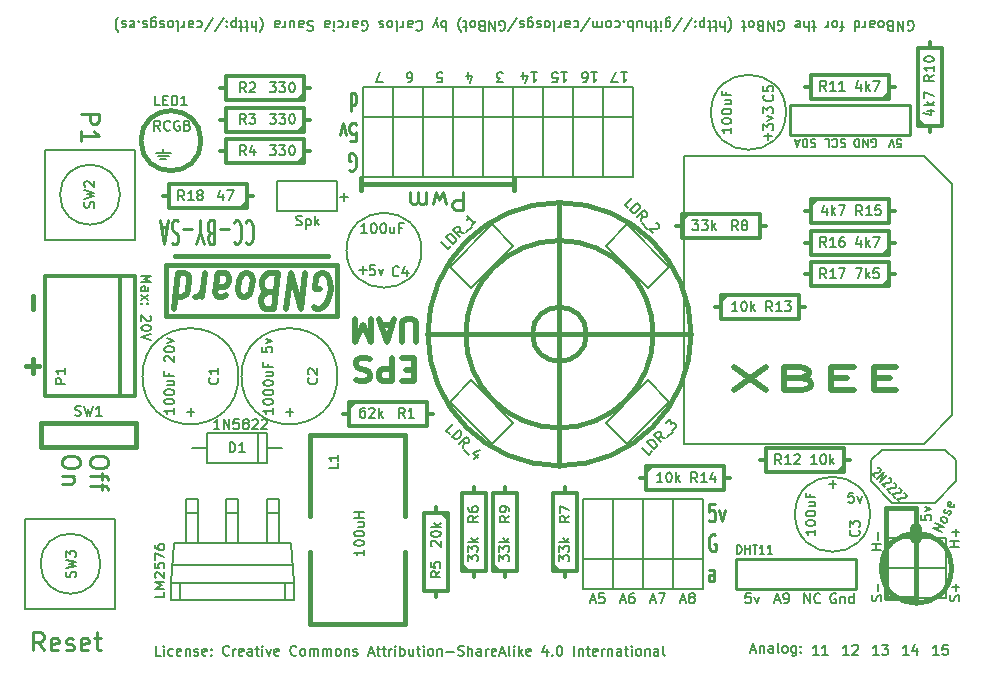
<source format=gto>
G04 This is an RS-274x file exported by *
G04 gerbv version 2.6.0 *
G04 More information is available about gerbv at *
G04 http://gerbv.gpleda.org/ *
G04 --End of header info--*
%MOIN*%
%FSLAX34Y34*%
%IPPOS*%
G04 --Define apertures--*
%ADD10C,0.0039*%
%ADD11C,0.0070*%
%ADD12C,0.0098*%
%ADD13C,0.0150*%
%ADD14C,0.0197*%
%ADD15C,0.0060*%
%ADD16C,0.0394*%
%ADD17C,0.0059*%
%ADD18C,0.0080*%
%ADD19C,0.0120*%
%ADD20C,0.0100*%
%ADD21C,0.0050*%
G04 --Start main section--*
G54D11*
G01X0047877Y-024203D02*
G01X0047720Y-024203D01*
G01X0047720Y-024203D02*
G01X0047705Y-024360D01*
G01X0047705Y-024360D02*
G01X0047720Y-024345D01*
G01X0047720Y-024345D02*
G01X0047752Y-024329D01*
G01X0047752Y-024329D02*
G01X0047830Y-024329D01*
G01X0047830Y-024329D02*
G01X0047862Y-024345D01*
G01X0047862Y-024345D02*
G01X0047877Y-024360D01*
G01X0047877Y-024360D02*
G01X0047893Y-024392D01*
G01X0047893Y-024392D02*
G01X0047893Y-024470D01*
G01X0047893Y-024470D02*
G01X0047877Y-024502D01*
G01X0047877Y-024502D02*
G01X0047862Y-024517D01*
G01X0047862Y-024517D02*
G01X0047830Y-024533D01*
G01X0047830Y-024533D02*
G01X0047752Y-024533D01*
G01X0047752Y-024533D02*
G01X0047720Y-024517D01*
G01X0047720Y-024517D02*
G01X0047705Y-024502D01*
G01X0048003Y-024313D02*
G01X0048082Y-024533D01*
G01X0048082Y-024533D02*
G01X0048160Y-024313D01*
G01X0031927Y-016628D02*
G01X0031770Y-016628D01*
G01X0031770Y-016628D02*
G01X0031755Y-016785D01*
G01X0031755Y-016785D02*
G01X0031770Y-016770D01*
G01X0031770Y-016770D02*
G01X0031802Y-016754D01*
G01X0031802Y-016754D02*
G01X0031880Y-016754D01*
G01X0031880Y-016754D02*
G01X0031912Y-016770D01*
G01X0031912Y-016770D02*
G01X0031927Y-016785D01*
G01X0031927Y-016785D02*
G01X0031943Y-016817D01*
G01X0031943Y-016817D02*
G01X0031943Y-016895D01*
G01X0031943Y-016895D02*
G01X0031927Y-016927D01*
G01X0031927Y-016927D02*
G01X0031912Y-016942D01*
G01X0031912Y-016942D02*
G01X0031880Y-016958D01*
G01X0031880Y-016958D02*
G01X0031802Y-016958D01*
G01X0031802Y-016958D02*
G01X0031770Y-016942D01*
G01X0031770Y-016942D02*
G01X0031755Y-016927D01*
G01X0032053Y-016738D02*
G01X0032132Y-016958D01*
G01X0032132Y-016958D02*
G01X0032210Y-016738D01*
G01X0028178Y-019347D02*
G01X0028178Y-019504D01*
G01X0028178Y-019504D02*
G01X0028335Y-019520D01*
G01X0028335Y-019520D02*
G01X0028320Y-019504D01*
G01X0028320Y-019504D02*
G01X0028304Y-019472D01*
G01X0028304Y-019472D02*
G01X0028304Y-019394D01*
G01X0028304Y-019394D02*
G01X0028320Y-019362D01*
G01X0028320Y-019362D02*
G01X0028335Y-019347D01*
G01X0028335Y-019347D02*
G01X0028367Y-019331D01*
G01X0028367Y-019331D02*
G01X0028445Y-019331D01*
G01X0028445Y-019331D02*
G01X0028477Y-019347D01*
G01X0028477Y-019347D02*
G01X0028492Y-019362D01*
G01X0028492Y-019362D02*
G01X0028508Y-019394D01*
G01X0028508Y-019394D02*
G01X0028508Y-019472D01*
G01X0028508Y-019472D02*
G01X0028492Y-019504D01*
G01X0028492Y-019504D02*
G01X0028477Y-019520D01*
G01X0028288Y-019221D02*
G01X0028508Y-019142D01*
G01X0028508Y-019142D02*
G01X0028288Y-019064D01*
G01X0024935Y-019827D02*
G01X0024919Y-019811D01*
G01X0024919Y-019811D02*
G01X0024903Y-019780D01*
G01X0024903Y-019780D02*
G01X0024903Y-019701D01*
G01X0024903Y-019701D02*
G01X0024919Y-019670D01*
G01X0024919Y-019670D02*
G01X0024935Y-019654D01*
G01X0024935Y-019654D02*
G01X0024966Y-019638D01*
G01X0024966Y-019638D02*
G01X0024997Y-019638D01*
G01X0024997Y-019638D02*
G01X0025045Y-019654D01*
G01X0025045Y-019654D02*
G01X0025233Y-019842D01*
G01X0025233Y-019842D02*
G01X0025233Y-019638D01*
G01X0024903Y-019434D02*
G01X0024903Y-019402D01*
G01X0024903Y-019402D02*
G01X0024919Y-019371D01*
G01X0024919Y-019371D02*
G01X0024935Y-019355D01*
G01X0024935Y-019355D02*
G01X0024966Y-019340D01*
G01X0024966Y-019340D02*
G01X0025029Y-019324D01*
G01X0025029Y-019324D02*
G01X0025107Y-019324D01*
G01X0025107Y-019324D02*
G01X0025170Y-019340D01*
G01X0025170Y-019340D02*
G01X0025202Y-019355D01*
G01X0025202Y-019355D02*
G01X0025217Y-019371D01*
G01X0025217Y-019371D02*
G01X0025233Y-019402D01*
G01X0025233Y-019402D02*
G01X0025233Y-019434D01*
G01X0025233Y-019434D02*
G01X0025217Y-019465D01*
G01X0025217Y-019465D02*
G01X0025202Y-019481D01*
G01X0025202Y-019481D02*
G01X0025170Y-019497D01*
G01X0025170Y-019497D02*
G01X0025107Y-019512D01*
G01X0025107Y-019512D02*
G01X0025029Y-019512D01*
G01X0025029Y-019512D02*
G01X0024966Y-019497D01*
G01X0024966Y-019497D02*
G01X0024935Y-019481D01*
G01X0024935Y-019481D02*
G01X0024919Y-019465D01*
G01X0024919Y-019465D02*
G01X0024903Y-019434D01*
G01X0025013Y-019214D02*
G01X0025233Y-019135D01*
G01X0025233Y-019135D02*
G01X0025013Y-019057D01*
G01X0044878Y-012117D02*
G01X0044878Y-011913D01*
G01X0044878Y-011913D02*
G01X0045004Y-012023D01*
G01X0045004Y-012023D02*
G01X0045004Y-011976D01*
G01X0045004Y-011976D02*
G01X0045020Y-011945D01*
G01X0045020Y-011945D02*
G01X0045035Y-011929D01*
G01X0045035Y-011929D02*
G01X0045067Y-011913D01*
G01X0045067Y-011913D02*
G01X0045145Y-011913D01*
G01X0045145Y-011913D02*
G01X0045177Y-011929D01*
G01X0045177Y-011929D02*
G01X0045192Y-011945D01*
G01X0045192Y-011945D02*
G01X0045208Y-011976D01*
G01X0045208Y-011976D02*
G01X0045208Y-012070D01*
G01X0045208Y-012070D02*
G01X0045192Y-012102D01*
G01X0045192Y-012102D02*
G01X0045177Y-012117D01*
G01X0044988Y-011803D02*
G01X0045208Y-011725D01*
G01X0045208Y-011725D02*
G01X0044988Y-011646D01*
G01X0044878Y-011552D02*
G01X0044878Y-011347D01*
G01X0044878Y-011347D02*
G01X0045004Y-011457D01*
G01X0045004Y-011457D02*
G01X0045004Y-011410D01*
G01X0045004Y-011410D02*
G01X0045020Y-011379D01*
G01X0045020Y-011379D02*
G01X0045035Y-011363D01*
G01X0045035Y-011363D02*
G01X0045067Y-011347D01*
G01X0045067Y-011347D02*
G01X0045145Y-011347D01*
G01X0045145Y-011347D02*
G01X0045177Y-011363D01*
G01X0045177Y-011363D02*
G01X0045192Y-011379D01*
G01X0045192Y-011379D02*
G01X0045208Y-011410D01*
G01X0045208Y-011410D02*
G01X0045208Y-011504D01*
G01X0045208Y-011504D02*
G01X0045192Y-011536D01*
G01X0045192Y-011536D02*
G01X0045177Y-011552D01*
G01X0024775Y-013075D02*
G01X0024975Y-013075D01*
G01X0024700Y-012975D02*
G01X0025050Y-012975D01*
G01X0024625Y-012875D02*
G01X0025125Y-012875D01*
G01X0024875Y-012750D02*
G01X0024875Y-012875D01*
G01X0024785Y-029633D02*
G01X0024628Y-029633D01*
G01X0024628Y-029633D02*
G01X0024628Y-029303D01*
G01X0024895Y-029633D02*
G01X0024895Y-029413D01*
G01X0024895Y-029303D02*
G01X0024880Y-029319D01*
G01X0024880Y-029319D02*
G01X0024895Y-029335D01*
G01X0024895Y-029335D02*
G01X0024911Y-029319D01*
G01X0024911Y-029319D02*
G01X0024895Y-029303D01*
G01X0024895Y-029303D02*
G01X0024895Y-029335D01*
G01X0025194Y-029617D02*
G01X0025162Y-029633D01*
G01X0025162Y-029633D02*
G01X0025100Y-029633D01*
G01X0025100Y-029633D02*
G01X0025068Y-029617D01*
G01X0025068Y-029617D02*
G01X0025052Y-029602D01*
G01X0025052Y-029602D02*
G01X0025037Y-029570D01*
G01X0025037Y-029570D02*
G01X0025037Y-029476D01*
G01X0025037Y-029476D02*
G01X0025052Y-029445D01*
G01X0025052Y-029445D02*
G01X0025068Y-029429D01*
G01X0025068Y-029429D02*
G01X0025100Y-029413D01*
G01X0025100Y-029413D02*
G01X0025162Y-029413D01*
G01X0025162Y-029413D02*
G01X0025194Y-029429D01*
G01X0025461Y-029617D02*
G01X0025430Y-029633D01*
G01X0025430Y-029633D02*
G01X0025367Y-029633D01*
G01X0025367Y-029633D02*
G01X0025335Y-029617D01*
G01X0025335Y-029617D02*
G01X0025320Y-029586D01*
G01X0025320Y-029586D02*
G01X0025320Y-029460D01*
G01X0025320Y-029460D02*
G01X0025335Y-029429D01*
G01X0025335Y-029429D02*
G01X0025367Y-029413D01*
G01X0025367Y-029413D02*
G01X0025430Y-029413D01*
G01X0025430Y-029413D02*
G01X0025461Y-029429D01*
G01X0025461Y-029429D02*
G01X0025477Y-029460D01*
G01X0025477Y-029460D02*
G01X0025477Y-029492D01*
G01X0025477Y-029492D02*
G01X0025320Y-029523D01*
G01X0025618Y-029413D02*
G01X0025618Y-029633D01*
G01X0025618Y-029445D02*
G01X0025634Y-029429D01*
G01X0025634Y-029429D02*
G01X0025665Y-029413D01*
G01X0025665Y-029413D02*
G01X0025712Y-029413D01*
G01X0025712Y-029413D02*
G01X0025744Y-029429D01*
G01X0025744Y-029429D02*
G01X0025760Y-029460D01*
G01X0025760Y-029460D02*
G01X0025760Y-029633D01*
G01X0025901Y-029617D02*
G01X0025932Y-029633D01*
G01X0025932Y-029633D02*
G01X0025995Y-029633D01*
G01X0025995Y-029633D02*
G01X0026027Y-029617D01*
G01X0026027Y-029617D02*
G01X0026042Y-029586D01*
G01X0026042Y-029586D02*
G01X0026042Y-029570D01*
G01X0026042Y-029570D02*
G01X0026027Y-029539D01*
G01X0026027Y-029539D02*
G01X0025995Y-029523D01*
G01X0025995Y-029523D02*
G01X0025948Y-029523D01*
G01X0025948Y-029523D02*
G01X0025917Y-029507D01*
G01X0025917Y-029507D02*
G01X0025901Y-029476D01*
G01X0025901Y-029476D02*
G01X0025901Y-029460D01*
G01X0025901Y-029460D02*
G01X0025917Y-029429D01*
G01X0025917Y-029429D02*
G01X0025948Y-029413D01*
G01X0025948Y-029413D02*
G01X0025995Y-029413D01*
G01X0025995Y-029413D02*
G01X0026027Y-029429D01*
G01X0026310Y-029617D02*
G01X0026278Y-029633D01*
G01X0026278Y-029633D02*
G01X0026215Y-029633D01*
G01X0026215Y-029633D02*
G01X0026184Y-029617D01*
G01X0026184Y-029617D02*
G01X0026168Y-029586D01*
G01X0026168Y-029586D02*
G01X0026168Y-029460D01*
G01X0026168Y-029460D02*
G01X0026184Y-029429D01*
G01X0026184Y-029429D02*
G01X0026215Y-029413D01*
G01X0026215Y-029413D02*
G01X0026278Y-029413D01*
G01X0026278Y-029413D02*
G01X0026310Y-029429D01*
G01X0026310Y-029429D02*
G01X0026325Y-029460D01*
G01X0026325Y-029460D02*
G01X0026325Y-029492D01*
G01X0026325Y-029492D02*
G01X0026168Y-029523D01*
G01X0026467Y-029602D02*
G01X0026482Y-029617D01*
G01X0026482Y-029617D02*
G01X0026467Y-029633D01*
G01X0026467Y-029633D02*
G01X0026451Y-029617D01*
G01X0026451Y-029617D02*
G01X0026467Y-029602D01*
G01X0026467Y-029602D02*
G01X0026467Y-029633D01*
G01X0026467Y-029429D02*
G01X0026482Y-029445D01*
G01X0026482Y-029445D02*
G01X0026467Y-029460D01*
G01X0026467Y-029460D02*
G01X0026451Y-029445D01*
G01X0026451Y-029445D02*
G01X0026467Y-029429D01*
G01X0026467Y-029429D02*
G01X0026467Y-029460D01*
G01X0027064Y-029602D02*
G01X0027048Y-029617D01*
G01X0027048Y-029617D02*
G01X0027001Y-029633D01*
G01X0027001Y-029633D02*
G01X0026970Y-029633D01*
G01X0026970Y-029633D02*
G01X0026922Y-029617D01*
G01X0026922Y-029617D02*
G01X0026891Y-029586D01*
G01X0026891Y-029586D02*
G01X0026875Y-029555D01*
G01X0026875Y-029555D02*
G01X0026860Y-029492D01*
G01X0026860Y-029492D02*
G01X0026860Y-029445D01*
G01X0026860Y-029445D02*
G01X0026875Y-029382D01*
G01X0026875Y-029382D02*
G01X0026891Y-029350D01*
G01X0026891Y-029350D02*
G01X0026922Y-029319D01*
G01X0026922Y-029319D02*
G01X0026970Y-029303D01*
G01X0026970Y-029303D02*
G01X0027001Y-029303D01*
G01X0027001Y-029303D02*
G01X0027048Y-029319D01*
G01X0027048Y-029319D02*
G01X0027064Y-029335D01*
G01X0027205Y-029633D02*
G01X0027205Y-029413D01*
G01X0027205Y-029476D02*
G01X0027221Y-029445D01*
G01X0027221Y-029445D02*
G01X0027237Y-029429D01*
G01X0027237Y-029429D02*
G01X0027268Y-029413D01*
G01X0027268Y-029413D02*
G01X0027300Y-029413D01*
G01X0027535Y-029617D02*
G01X0027504Y-029633D01*
G01X0027504Y-029633D02*
G01X0027441Y-029633D01*
G01X0027441Y-029633D02*
G01X0027410Y-029617D01*
G01X0027410Y-029617D02*
G01X0027394Y-029586D01*
G01X0027394Y-029586D02*
G01X0027394Y-029460D01*
G01X0027394Y-029460D02*
G01X0027410Y-029429D01*
G01X0027410Y-029429D02*
G01X0027441Y-029413D01*
G01X0027441Y-029413D02*
G01X0027504Y-029413D01*
G01X0027504Y-029413D02*
G01X0027535Y-029429D01*
G01X0027535Y-029429D02*
G01X0027551Y-029460D01*
G01X0027551Y-029460D02*
G01X0027551Y-029492D01*
G01X0027551Y-029492D02*
G01X0027394Y-029523D01*
G01X0027834Y-029633D02*
G01X0027834Y-029460D01*
G01X0027834Y-029460D02*
G01X0027818Y-029429D01*
G01X0027818Y-029429D02*
G01X0027787Y-029413D01*
G01X0027787Y-029413D02*
G01X0027724Y-029413D01*
G01X0027724Y-029413D02*
G01X0027692Y-029429D01*
G01X0027834Y-029617D02*
G01X0027802Y-029633D01*
G01X0027802Y-029633D02*
G01X0027724Y-029633D01*
G01X0027724Y-029633D02*
G01X0027692Y-029617D01*
G01X0027692Y-029617D02*
G01X0027677Y-029586D01*
G01X0027677Y-029586D02*
G01X0027677Y-029555D01*
G01X0027677Y-029555D02*
G01X0027692Y-029523D01*
G01X0027692Y-029523D02*
G01X0027724Y-029507D01*
G01X0027724Y-029507D02*
G01X0027802Y-029507D01*
G01X0027802Y-029507D02*
G01X0027834Y-029492D01*
G01X0027944Y-029413D02*
G01X0028070Y-029413D01*
G01X0027991Y-029303D02*
G01X0027991Y-029586D01*
G01X0027991Y-029586D02*
G01X0028007Y-029617D01*
G01X0028007Y-029617D02*
G01X0028038Y-029633D01*
G01X0028038Y-029633D02*
G01X0028070Y-029633D01*
G01X0028179Y-029633D02*
G01X0028179Y-029413D01*
G01X0028179Y-029303D02*
G01X0028164Y-029319D01*
G01X0028164Y-029319D02*
G01X0028179Y-029335D01*
G01X0028179Y-029335D02*
G01X0028195Y-029319D01*
G01X0028195Y-029319D02*
G01X0028179Y-029303D01*
G01X0028179Y-029303D02*
G01X0028179Y-029335D01*
G01X0028305Y-029413D02*
G01X0028384Y-029633D01*
G01X0028384Y-029633D02*
G01X0028462Y-029413D01*
G01X0028714Y-029617D02*
G01X0028682Y-029633D01*
G01X0028682Y-029633D02*
G01X0028620Y-029633D01*
G01X0028620Y-029633D02*
G01X0028588Y-029617D01*
G01X0028588Y-029617D02*
G01X0028572Y-029586D01*
G01X0028572Y-029586D02*
G01X0028572Y-029460D01*
G01X0028572Y-029460D02*
G01X0028588Y-029429D01*
G01X0028588Y-029429D02*
G01X0028620Y-029413D01*
G01X0028620Y-029413D02*
G01X0028682Y-029413D01*
G01X0028682Y-029413D02*
G01X0028714Y-029429D01*
G01X0028714Y-029429D02*
G01X0028730Y-029460D01*
G01X0028730Y-029460D02*
G01X0028730Y-029492D01*
G01X0028730Y-029492D02*
G01X0028572Y-029523D01*
G01X0029311Y-029602D02*
G01X0029295Y-029617D01*
G01X0029295Y-029617D02*
G01X0029248Y-029633D01*
G01X0029248Y-029633D02*
G01X0029217Y-029633D01*
G01X0029217Y-029633D02*
G01X0029170Y-029617D01*
G01X0029170Y-029617D02*
G01X0029138Y-029586D01*
G01X0029138Y-029586D02*
G01X0029122Y-029555D01*
G01X0029122Y-029555D02*
G01X0029107Y-029492D01*
G01X0029107Y-029492D02*
G01X0029107Y-029445D01*
G01X0029107Y-029445D02*
G01X0029122Y-029382D01*
G01X0029122Y-029382D02*
G01X0029138Y-029350D01*
G01X0029138Y-029350D02*
G01X0029170Y-029319D01*
G01X0029170Y-029319D02*
G01X0029217Y-029303D01*
G01X0029217Y-029303D02*
G01X0029248Y-029303D01*
G01X0029248Y-029303D02*
G01X0029295Y-029319D01*
G01X0029295Y-029319D02*
G01X0029311Y-029335D01*
G01X0029500Y-029633D02*
G01X0029468Y-029617D01*
G01X0029468Y-029617D02*
G01X0029452Y-029602D01*
G01X0029452Y-029602D02*
G01X0029437Y-029570D01*
G01X0029437Y-029570D02*
G01X0029437Y-029476D01*
G01X0029437Y-029476D02*
G01X0029452Y-029445D01*
G01X0029452Y-029445D02*
G01X0029468Y-029429D01*
G01X0029468Y-029429D02*
G01X0029500Y-029413D01*
G01X0029500Y-029413D02*
G01X0029547Y-029413D01*
G01X0029547Y-029413D02*
G01X0029578Y-029429D01*
G01X0029578Y-029429D02*
G01X0029594Y-029445D01*
G01X0029594Y-029445D02*
G01X0029610Y-029476D01*
G01X0029610Y-029476D02*
G01X0029610Y-029570D01*
G01X0029610Y-029570D02*
G01X0029594Y-029602D01*
G01X0029594Y-029602D02*
G01X0029578Y-029617D01*
G01X0029578Y-029617D02*
G01X0029547Y-029633D01*
G01X0029547Y-029633D02*
G01X0029500Y-029633D01*
G01X0029751Y-029633D02*
G01X0029751Y-029413D01*
G01X0029751Y-029445D02*
G01X0029767Y-029429D01*
G01X0029767Y-029429D02*
G01X0029798Y-029413D01*
G01X0029798Y-029413D02*
G01X0029845Y-029413D01*
G01X0029845Y-029413D02*
G01X0029877Y-029429D01*
G01X0029877Y-029429D02*
G01X0029892Y-029460D01*
G01X0029892Y-029460D02*
G01X0029892Y-029633D01*
G01X0029892Y-029460D02*
G01X0029908Y-029429D01*
G01X0029908Y-029429D02*
G01X0029940Y-029413D01*
G01X0029940Y-029413D02*
G01X0029987Y-029413D01*
G01X0029987Y-029413D02*
G01X0030018Y-029429D01*
G01X0030018Y-029429D02*
G01X0030034Y-029460D01*
G01X0030034Y-029460D02*
G01X0030034Y-029633D01*
G01X0030191Y-029633D02*
G01X0030191Y-029413D01*
G01X0030191Y-029445D02*
G01X0030207Y-029429D01*
G01X0030207Y-029429D02*
G01X0030238Y-029413D01*
G01X0030238Y-029413D02*
G01X0030285Y-029413D01*
G01X0030285Y-029413D02*
G01X0030317Y-029429D01*
G01X0030317Y-029429D02*
G01X0030332Y-029460D01*
G01X0030332Y-029460D02*
G01X0030332Y-029633D01*
G01X0030332Y-029460D02*
G01X0030348Y-029429D01*
G01X0030348Y-029429D02*
G01X0030380Y-029413D01*
G01X0030380Y-029413D02*
G01X0030427Y-029413D01*
G01X0030427Y-029413D02*
G01X0030458Y-029429D01*
G01X0030458Y-029429D02*
G01X0030474Y-029460D01*
G01X0030474Y-029460D02*
G01X0030474Y-029633D01*
G01X0030678Y-029633D02*
G01X0030647Y-029617D01*
G01X0030647Y-029617D02*
G01X0030631Y-029602D01*
G01X0030631Y-029602D02*
G01X0030615Y-029570D01*
G01X0030615Y-029570D02*
G01X0030615Y-029476D01*
G01X0030615Y-029476D02*
G01X0030631Y-029445D01*
G01X0030631Y-029445D02*
G01X0030647Y-029429D01*
G01X0030647Y-029429D02*
G01X0030678Y-029413D01*
G01X0030678Y-029413D02*
G01X0030725Y-029413D01*
G01X0030725Y-029413D02*
G01X0030757Y-029429D01*
G01X0030757Y-029429D02*
G01X0030772Y-029445D01*
G01X0030772Y-029445D02*
G01X0030788Y-029476D01*
G01X0030788Y-029476D02*
G01X0030788Y-029570D01*
G01X0030788Y-029570D02*
G01X0030772Y-029602D01*
G01X0030772Y-029602D02*
G01X0030757Y-029617D01*
G01X0030757Y-029617D02*
G01X0030725Y-029633D01*
G01X0030725Y-029633D02*
G01X0030678Y-029633D01*
G01X0030929Y-029413D02*
G01X0030929Y-029633D01*
G01X0030929Y-029445D02*
G01X0030945Y-029429D01*
G01X0030945Y-029429D02*
G01X0030977Y-029413D01*
G01X0030977Y-029413D02*
G01X0031024Y-029413D01*
G01X0031024Y-029413D02*
G01X0031055Y-029429D01*
G01X0031055Y-029429D02*
G01X0031071Y-029460D01*
G01X0031071Y-029460D02*
G01X0031071Y-029633D01*
G01X0031212Y-029617D02*
G01X0031244Y-029633D01*
G01X0031244Y-029633D02*
G01X0031307Y-029633D01*
G01X0031307Y-029633D02*
G01X0031338Y-029617D01*
G01X0031338Y-029617D02*
G01X0031354Y-029586D01*
G01X0031354Y-029586D02*
G01X0031354Y-029570D01*
G01X0031354Y-029570D02*
G01X0031338Y-029539D01*
G01X0031338Y-029539D02*
G01X0031307Y-029523D01*
G01X0031307Y-029523D02*
G01X0031259Y-029523D01*
G01X0031259Y-029523D02*
G01X0031228Y-029507D01*
G01X0031228Y-029507D02*
G01X0031212Y-029476D01*
G01X0031212Y-029476D02*
G01X0031212Y-029460D01*
G01X0031212Y-029460D02*
G01X0031228Y-029429D01*
G01X0031228Y-029429D02*
G01X0031259Y-029413D01*
G01X0031259Y-029413D02*
G01X0031307Y-029413D01*
G01X0031307Y-029413D02*
G01X0031338Y-029429D01*
G01X0031731Y-029539D02*
G01X0031888Y-029539D01*
G01X0031700Y-029633D02*
G01X0031810Y-029303D01*
G01X0031810Y-029303D02*
G01X0031920Y-029633D01*
G01X0031982Y-029413D02*
G01X0032108Y-029413D01*
G01X0032029Y-029303D02*
G01X0032029Y-029586D01*
G01X0032029Y-029586D02*
G01X0032045Y-029617D01*
G01X0032045Y-029617D02*
G01X0032077Y-029633D01*
G01X0032077Y-029633D02*
G01X0032108Y-029633D01*
G01X0032171Y-029413D02*
G01X0032297Y-029413D01*
G01X0032218Y-029303D02*
G01X0032218Y-029586D01*
G01X0032218Y-029586D02*
G01X0032234Y-029617D01*
G01X0032234Y-029617D02*
G01X0032265Y-029633D01*
G01X0032265Y-029633D02*
G01X0032297Y-029633D01*
G01X0032407Y-029633D02*
G01X0032407Y-029413D01*
G01X0032407Y-029476D02*
G01X0032422Y-029445D01*
G01X0032422Y-029445D02*
G01X0032438Y-029429D01*
G01X0032438Y-029429D02*
G01X0032469Y-029413D01*
G01X0032469Y-029413D02*
G01X0032501Y-029413D01*
G01X0032611Y-029633D02*
G01X0032611Y-029413D01*
G01X0032611Y-029303D02*
G01X0032595Y-029319D01*
G01X0032595Y-029319D02*
G01X0032611Y-029335D01*
G01X0032611Y-029335D02*
G01X0032627Y-029319D01*
G01X0032627Y-029319D02*
G01X0032611Y-029303D01*
G01X0032611Y-029303D02*
G01X0032611Y-029335D01*
G01X0032768Y-029633D02*
G01X0032768Y-029303D01*
G01X0032768Y-029429D02*
G01X0032799Y-029413D01*
G01X0032799Y-029413D02*
G01X0032862Y-029413D01*
G01X0032862Y-029413D02*
G01X0032894Y-029429D01*
G01X0032894Y-029429D02*
G01X0032909Y-029445D01*
G01X0032909Y-029445D02*
G01X0032925Y-029476D01*
G01X0032925Y-029476D02*
G01X0032925Y-029570D01*
G01X0032925Y-029570D02*
G01X0032909Y-029602D01*
G01X0032909Y-029602D02*
G01X0032894Y-029617D01*
G01X0032894Y-029617D02*
G01X0032862Y-029633D01*
G01X0032862Y-029633D02*
G01X0032799Y-029633D01*
G01X0032799Y-029633D02*
G01X0032768Y-029617D01*
G01X0033208Y-029413D02*
G01X0033208Y-029633D01*
G01X0033067Y-029413D02*
G01X0033067Y-029586D01*
G01X0033067Y-029586D02*
G01X0033082Y-029617D01*
G01X0033082Y-029617D02*
G01X0033114Y-029633D01*
G01X0033114Y-029633D02*
G01X0033161Y-029633D01*
G01X0033161Y-029633D02*
G01X0033192Y-029617D01*
G01X0033192Y-029617D02*
G01X0033208Y-029602D01*
G01X0033318Y-029413D02*
G01X0033444Y-029413D01*
G01X0033365Y-029303D02*
G01X0033365Y-029586D01*
G01X0033365Y-029586D02*
G01X0033381Y-029617D01*
G01X0033381Y-029617D02*
G01X0033412Y-029633D01*
G01X0033412Y-029633D02*
G01X0033444Y-029633D01*
G01X0033554Y-029633D02*
G01X0033554Y-029413D01*
G01X0033554Y-029303D02*
G01X0033538Y-029319D01*
G01X0033538Y-029319D02*
G01X0033554Y-029335D01*
G01X0033554Y-029335D02*
G01X0033569Y-029319D01*
G01X0033569Y-029319D02*
G01X0033554Y-029303D01*
G01X0033554Y-029303D02*
G01X0033554Y-029335D01*
G01X0033758Y-029633D02*
G01X0033727Y-029617D01*
G01X0033727Y-029617D02*
G01X0033711Y-029602D01*
G01X0033711Y-029602D02*
G01X0033695Y-029570D01*
G01X0033695Y-029570D02*
G01X0033695Y-029476D01*
G01X0033695Y-029476D02*
G01X0033711Y-029445D01*
G01X0033711Y-029445D02*
G01X0033727Y-029429D01*
G01X0033727Y-029429D02*
G01X0033758Y-029413D01*
G01X0033758Y-029413D02*
G01X0033805Y-029413D01*
G01X0033805Y-029413D02*
G01X0033837Y-029429D01*
G01X0033837Y-029429D02*
G01X0033852Y-029445D01*
G01X0033852Y-029445D02*
G01X0033868Y-029476D01*
G01X0033868Y-029476D02*
G01X0033868Y-029570D01*
G01X0033868Y-029570D02*
G01X0033852Y-029602D01*
G01X0033852Y-029602D02*
G01X0033837Y-029617D01*
G01X0033837Y-029617D02*
G01X0033805Y-029633D01*
G01X0033805Y-029633D02*
G01X0033758Y-029633D01*
G01X0034009Y-029413D02*
G01X0034009Y-029633D01*
G01X0034009Y-029445D02*
G01X0034025Y-029429D01*
G01X0034025Y-029429D02*
G01X0034057Y-029413D01*
G01X0034057Y-029413D02*
G01X0034104Y-029413D01*
G01X0034104Y-029413D02*
G01X0034135Y-029429D01*
G01X0034135Y-029429D02*
G01X0034151Y-029460D01*
G01X0034151Y-029460D02*
G01X0034151Y-029633D01*
G01X0034308Y-029507D02*
G01X0034559Y-029507D01*
G01X0034701Y-029617D02*
G01X0034748Y-029633D01*
G01X0034748Y-029633D02*
G01X0034827Y-029633D01*
G01X0034827Y-029633D02*
G01X0034858Y-029617D01*
G01X0034858Y-029617D02*
G01X0034874Y-029602D01*
G01X0034874Y-029602D02*
G01X0034889Y-029570D01*
G01X0034889Y-029570D02*
G01X0034889Y-029539D01*
G01X0034889Y-029539D02*
G01X0034874Y-029507D01*
G01X0034874Y-029507D02*
G01X0034858Y-029492D01*
G01X0034858Y-029492D02*
G01X0034827Y-029476D01*
G01X0034827Y-029476D02*
G01X0034764Y-029460D01*
G01X0034764Y-029460D02*
G01X0034732Y-029445D01*
G01X0034732Y-029445D02*
G01X0034717Y-029429D01*
G01X0034717Y-029429D02*
G01X0034701Y-029397D01*
G01X0034701Y-029397D02*
G01X0034701Y-029366D01*
G01X0034701Y-029366D02*
G01X0034717Y-029335D01*
G01X0034717Y-029335D02*
G01X0034732Y-029319D01*
G01X0034732Y-029319D02*
G01X0034764Y-029303D01*
G01X0034764Y-029303D02*
G01X0034842Y-029303D01*
G01X0034842Y-029303D02*
G01X0034889Y-029319D01*
G01X0035031Y-029633D02*
G01X0035031Y-029303D01*
G01X0035172Y-029633D02*
G01X0035172Y-029460D01*
G01X0035172Y-029460D02*
G01X0035157Y-029429D01*
G01X0035157Y-029429D02*
G01X0035125Y-029413D01*
G01X0035125Y-029413D02*
G01X0035078Y-029413D01*
G01X0035078Y-029413D02*
G01X0035047Y-029429D01*
G01X0035047Y-029429D02*
G01X0035031Y-029445D01*
G01X0035471Y-029633D02*
G01X0035471Y-029460D01*
G01X0035471Y-029460D02*
G01X0035455Y-029429D01*
G01X0035455Y-029429D02*
G01X0035424Y-029413D01*
G01X0035424Y-029413D02*
G01X0035361Y-029413D01*
G01X0035361Y-029413D02*
G01X0035329Y-029429D01*
G01X0035471Y-029617D02*
G01X0035439Y-029633D01*
G01X0035439Y-029633D02*
G01X0035361Y-029633D01*
G01X0035361Y-029633D02*
G01X0035329Y-029617D01*
G01X0035329Y-029617D02*
G01X0035314Y-029586D01*
G01X0035314Y-029586D02*
G01X0035314Y-029555D01*
G01X0035314Y-029555D02*
G01X0035329Y-029523D01*
G01X0035329Y-029523D02*
G01X0035361Y-029507D01*
G01X0035361Y-029507D02*
G01X0035439Y-029507D01*
G01X0035439Y-029507D02*
G01X0035471Y-029492D01*
G01X0035628Y-029633D02*
G01X0035628Y-029413D01*
G01X0035628Y-029476D02*
G01X0035644Y-029445D01*
G01X0035644Y-029445D02*
G01X0035659Y-029429D01*
G01X0035659Y-029429D02*
G01X0035691Y-029413D01*
G01X0035691Y-029413D02*
G01X0035722Y-029413D01*
G01X0035958Y-029617D02*
G01X0035927Y-029633D01*
G01X0035927Y-029633D02*
G01X0035864Y-029633D01*
G01X0035864Y-029633D02*
G01X0035832Y-029617D01*
G01X0035832Y-029617D02*
G01X0035817Y-029586D01*
G01X0035817Y-029586D02*
G01X0035817Y-029460D01*
G01X0035817Y-029460D02*
G01X0035832Y-029429D01*
G01X0035832Y-029429D02*
G01X0035864Y-029413D01*
G01X0035864Y-029413D02*
G01X0035927Y-029413D01*
G01X0035927Y-029413D02*
G01X0035958Y-029429D01*
G01X0035958Y-029429D02*
G01X0035974Y-029460D01*
G01X0035974Y-029460D02*
G01X0035974Y-029492D01*
G01X0035974Y-029492D02*
G01X0035817Y-029523D01*
G01X0036099Y-029539D02*
G01X0036257Y-029539D01*
G01X0036068Y-029633D02*
G01X0036178Y-029303D01*
G01X0036178Y-029303D02*
G01X0036288Y-029633D01*
G01X0036445Y-029633D02*
G01X0036414Y-029617D01*
G01X0036414Y-029617D02*
G01X0036398Y-029586D01*
G01X0036398Y-029586D02*
G01X0036398Y-029303D01*
G01X0036571Y-029633D02*
G01X0036571Y-029413D01*
G01X0036571Y-029303D02*
G01X0036555Y-029319D01*
G01X0036555Y-029319D02*
G01X0036571Y-029335D01*
G01X0036571Y-029335D02*
G01X0036587Y-029319D01*
G01X0036587Y-029319D02*
G01X0036571Y-029303D01*
G01X0036571Y-029303D02*
G01X0036571Y-029335D01*
G01X0036728Y-029633D02*
G01X0036728Y-029303D01*
G01X0036759Y-029507D02*
G01X0036854Y-029633D01*
G01X0036854Y-029413D02*
G01X0036728Y-029539D01*
G01X0037121Y-029617D02*
G01X0037089Y-029633D01*
G01X0037089Y-029633D02*
G01X0037027Y-029633D01*
G01X0037027Y-029633D02*
G01X0036995Y-029617D01*
G01X0036995Y-029617D02*
G01X0036979Y-029586D01*
G01X0036979Y-029586D02*
G01X0036979Y-029460D01*
G01X0036979Y-029460D02*
G01X0036995Y-029429D01*
G01X0036995Y-029429D02*
G01X0037027Y-029413D01*
G01X0037027Y-029413D02*
G01X0037089Y-029413D01*
G01X0037089Y-029413D02*
G01X0037121Y-029429D01*
G01X0037121Y-029429D02*
G01X0037137Y-029460D01*
G01X0037137Y-029460D02*
G01X0037137Y-029492D01*
G01X0037137Y-029492D02*
G01X0036979Y-029523D01*
G01X0037671Y-029413D02*
G01X0037671Y-029633D01*
G01X0037592Y-029287D02*
G01X0037514Y-029523D01*
G01X0037514Y-029523D02*
G01X0037718Y-029523D01*
G01X0037844Y-029602D02*
G01X0037859Y-029617D01*
G01X0037859Y-029617D02*
G01X0037844Y-029633D01*
G01X0037844Y-029633D02*
G01X0037828Y-029617D01*
G01X0037828Y-029617D02*
G01X0037844Y-029602D01*
G01X0037844Y-029602D02*
G01X0037844Y-029633D01*
G01X0038064Y-029303D02*
G01X0038095Y-029303D01*
G01X0038095Y-029303D02*
G01X0038127Y-029319D01*
G01X0038127Y-029319D02*
G01X0038142Y-029335D01*
G01X0038142Y-029335D02*
G01X0038158Y-029366D01*
G01X0038158Y-029366D02*
G01X0038174Y-029429D01*
G01X0038174Y-029429D02*
G01X0038174Y-029507D01*
G01X0038174Y-029507D02*
G01X0038158Y-029570D01*
G01X0038158Y-029570D02*
G01X0038142Y-029602D01*
G01X0038142Y-029602D02*
G01X0038127Y-029617D01*
G01X0038127Y-029617D02*
G01X0038095Y-029633D01*
G01X0038095Y-029633D02*
G01X0038064Y-029633D01*
G01X0038064Y-029633D02*
G01X0038032Y-029617D01*
G01X0038032Y-029617D02*
G01X0038017Y-029602D01*
G01X0038017Y-029602D02*
G01X0038001Y-029570D01*
G01X0038001Y-029570D02*
G01X0037985Y-029507D01*
G01X0037985Y-029507D02*
G01X0037985Y-029429D01*
G01X0037985Y-029429D02*
G01X0038001Y-029366D01*
G01X0038001Y-029366D02*
G01X0038017Y-029335D01*
G01X0038017Y-029335D02*
G01X0038032Y-029319D01*
G01X0038032Y-029319D02*
G01X0038064Y-029303D01*
G01X0038567Y-029633D02*
G01X0038567Y-029303D01*
G01X0038724Y-029413D02*
G01X0038724Y-029633D01*
G01X0038724Y-029445D02*
G01X0038739Y-029429D01*
G01X0038739Y-029429D02*
G01X0038771Y-029413D01*
G01X0038771Y-029413D02*
G01X0038818Y-029413D01*
G01X0038818Y-029413D02*
G01X0038849Y-029429D01*
G01X0038849Y-029429D02*
G01X0038865Y-029460D01*
G01X0038865Y-029460D02*
G01X0038865Y-029633D01*
G01X0038975Y-029413D02*
G01X0039101Y-029413D01*
G01X0039022Y-029303D02*
G01X0039022Y-029586D01*
G01X0039022Y-029586D02*
G01X0039038Y-029617D01*
G01X0039038Y-029617D02*
G01X0039069Y-029633D01*
G01X0039069Y-029633D02*
G01X0039101Y-029633D01*
G01X0039337Y-029617D02*
G01X0039305Y-029633D01*
G01X0039305Y-029633D02*
G01X0039242Y-029633D01*
G01X0039242Y-029633D02*
G01X0039211Y-029617D01*
G01X0039211Y-029617D02*
G01X0039195Y-029586D01*
G01X0039195Y-029586D02*
G01X0039195Y-029460D01*
G01X0039195Y-029460D02*
G01X0039211Y-029429D01*
G01X0039211Y-029429D02*
G01X0039242Y-029413D01*
G01X0039242Y-029413D02*
G01X0039305Y-029413D01*
G01X0039305Y-029413D02*
G01X0039337Y-029429D01*
G01X0039337Y-029429D02*
G01X0039352Y-029460D01*
G01X0039352Y-029460D02*
G01X0039352Y-029492D01*
G01X0039352Y-029492D02*
G01X0039195Y-029523D01*
G01X0039494Y-029633D02*
G01X0039494Y-029413D01*
G01X0039494Y-029476D02*
G01X0039509Y-029445D01*
G01X0039509Y-029445D02*
G01X0039525Y-029429D01*
G01X0039525Y-029429D02*
G01X0039557Y-029413D01*
G01X0039557Y-029413D02*
G01X0039588Y-029413D01*
G01X0039698Y-029413D02*
G01X0039698Y-029633D01*
G01X0039698Y-029445D02*
G01X0039714Y-029429D01*
G01X0039714Y-029429D02*
G01X0039745Y-029413D01*
G01X0039745Y-029413D02*
G01X0039792Y-029413D01*
G01X0039792Y-029413D02*
G01X0039824Y-029429D01*
G01X0039824Y-029429D02*
G01X0039839Y-029460D01*
G01X0039839Y-029460D02*
G01X0039839Y-029633D01*
G01X0040138Y-029633D02*
G01X0040138Y-029460D01*
G01X0040138Y-029460D02*
G01X0040122Y-029429D01*
G01X0040122Y-029429D02*
G01X0040091Y-029413D01*
G01X0040091Y-029413D02*
G01X0040028Y-029413D01*
G01X0040028Y-029413D02*
G01X0039997Y-029429D01*
G01X0040138Y-029617D02*
G01X0040107Y-029633D01*
G01X0040107Y-029633D02*
G01X0040028Y-029633D01*
G01X0040028Y-029633D02*
G01X0039997Y-029617D01*
G01X0039997Y-029617D02*
G01X0039981Y-029586D01*
G01X0039981Y-029586D02*
G01X0039981Y-029555D01*
G01X0039981Y-029555D02*
G01X0039997Y-029523D01*
G01X0039997Y-029523D02*
G01X0040028Y-029507D01*
G01X0040028Y-029507D02*
G01X0040107Y-029507D01*
G01X0040107Y-029507D02*
G01X0040138Y-029492D01*
G01X0040248Y-029413D02*
G01X0040374Y-029413D01*
G01X0040295Y-029303D02*
G01X0040295Y-029586D01*
G01X0040295Y-029586D02*
G01X0040311Y-029617D01*
G01X0040311Y-029617D02*
G01X0040342Y-029633D01*
G01X0040342Y-029633D02*
G01X0040374Y-029633D01*
G01X0040484Y-029633D02*
G01X0040484Y-029413D01*
G01X0040484Y-029303D02*
G01X0040468Y-029319D01*
G01X0040468Y-029319D02*
G01X0040484Y-029335D01*
G01X0040484Y-029335D02*
G01X0040499Y-029319D01*
G01X0040499Y-029319D02*
G01X0040484Y-029303D01*
G01X0040484Y-029303D02*
G01X0040484Y-029335D01*
G01X0040688Y-029633D02*
G01X0040657Y-029617D01*
G01X0040657Y-029617D02*
G01X0040641Y-029602D01*
G01X0040641Y-029602D02*
G01X0040625Y-029570D01*
G01X0040625Y-029570D02*
G01X0040625Y-029476D01*
G01X0040625Y-029476D02*
G01X0040641Y-029445D01*
G01X0040641Y-029445D02*
G01X0040657Y-029429D01*
G01X0040657Y-029429D02*
G01X0040688Y-029413D01*
G01X0040688Y-029413D02*
G01X0040735Y-029413D01*
G01X0040735Y-029413D02*
G01X0040767Y-029429D01*
G01X0040767Y-029429D02*
G01X0040782Y-029445D01*
G01X0040782Y-029445D02*
G01X0040798Y-029476D01*
G01X0040798Y-029476D02*
G01X0040798Y-029570D01*
G01X0040798Y-029570D02*
G01X0040782Y-029602D01*
G01X0040782Y-029602D02*
G01X0040767Y-029617D01*
G01X0040767Y-029617D02*
G01X0040735Y-029633D01*
G01X0040735Y-029633D02*
G01X0040688Y-029633D01*
G01X0040939Y-029413D02*
G01X0040939Y-029633D01*
G01X0040939Y-029445D02*
G01X0040955Y-029429D01*
G01X0040955Y-029429D02*
G01X0040987Y-029413D01*
G01X0040987Y-029413D02*
G01X0041034Y-029413D01*
G01X0041034Y-029413D02*
G01X0041065Y-029429D01*
G01X0041065Y-029429D02*
G01X0041081Y-029460D01*
G01X0041081Y-029460D02*
G01X0041081Y-029633D01*
G01X0041379Y-029633D02*
G01X0041379Y-029460D01*
G01X0041379Y-029460D02*
G01X0041364Y-029429D01*
G01X0041364Y-029429D02*
G01X0041332Y-029413D01*
G01X0041332Y-029413D02*
G01X0041269Y-029413D01*
G01X0041269Y-029413D02*
G01X0041238Y-029429D01*
G01X0041379Y-029617D02*
G01X0041348Y-029633D01*
G01X0041348Y-029633D02*
G01X0041269Y-029633D01*
G01X0041269Y-029633D02*
G01X0041238Y-029617D01*
G01X0041238Y-029617D02*
G01X0041222Y-029586D01*
G01X0041222Y-029586D02*
G01X0041222Y-029555D01*
G01X0041222Y-029555D02*
G01X0041238Y-029523D01*
G01X0041238Y-029523D02*
G01X0041269Y-029507D01*
G01X0041269Y-029507D02*
G01X0041348Y-029507D01*
G01X0041348Y-029507D02*
G01X0041379Y-029492D01*
G01X0041584Y-029633D02*
G01X0041552Y-029617D01*
G01X0041552Y-029617D02*
G01X0041537Y-029586D01*
G01X0041537Y-029586D02*
G01X0041537Y-029303D01*
G01X0049698Y-008780D02*
G01X0049730Y-008796D01*
G01X0049730Y-008796D02*
G01X0049777Y-008796D01*
G01X0049777Y-008796D02*
G01X0049824Y-008780D01*
G01X0049824Y-008780D02*
G01X0049855Y-008749D01*
G01X0049855Y-008749D02*
G01X0049871Y-008717D01*
G01X0049871Y-008717D02*
G01X0049887Y-008655D01*
G01X0049887Y-008655D02*
G01X0049887Y-008607D01*
G01X0049887Y-008607D02*
G01X0049871Y-008545D01*
G01X0049871Y-008545D02*
G01X0049855Y-008513D01*
G01X0049855Y-008513D02*
G01X0049824Y-008482D01*
G01X0049824Y-008482D02*
G01X0049777Y-008466D01*
G01X0049777Y-008466D02*
G01X0049745Y-008466D01*
G01X0049745Y-008466D02*
G01X0049698Y-008482D01*
G01X0049698Y-008482D02*
G01X0049682Y-008497D01*
G01X0049682Y-008497D02*
G01X0049682Y-008607D01*
G01X0049682Y-008607D02*
G01X0049745Y-008607D01*
G01X0049541Y-008466D02*
G01X0049541Y-008796D01*
G01X0049541Y-008796D02*
G01X0049352Y-008466D01*
G01X0049352Y-008466D02*
G01X0049352Y-008796D01*
G01X0049085Y-008639D02*
G01X0049038Y-008623D01*
G01X0049038Y-008623D02*
G01X0049022Y-008607D01*
G01X0049022Y-008607D02*
G01X0049007Y-008576D01*
G01X0049007Y-008576D02*
G01X0049007Y-008529D01*
G01X0049007Y-008529D02*
G01X0049022Y-008497D01*
G01X0049022Y-008497D02*
G01X0049038Y-008482D01*
G01X0049038Y-008482D02*
G01X0049070Y-008466D01*
G01X0049070Y-008466D02*
G01X0049195Y-008466D01*
G01X0049195Y-008466D02*
G01X0049195Y-008796D01*
G01X0049195Y-008796D02*
G01X0049085Y-008796D01*
G01X0049085Y-008796D02*
G01X0049054Y-008780D01*
G01X0049054Y-008780D02*
G01X0049038Y-008765D01*
G01X0049038Y-008765D02*
G01X0049022Y-008733D01*
G01X0049022Y-008733D02*
G01X0049022Y-008702D01*
G01X0049022Y-008702D02*
G01X0049038Y-008670D01*
G01X0049038Y-008670D02*
G01X0049054Y-008655D01*
G01X0049054Y-008655D02*
G01X0049085Y-008639D01*
G01X0049085Y-008639D02*
G01X0049195Y-008639D01*
G01X0048818Y-008466D02*
G01X0048850Y-008482D01*
G01X0048850Y-008482D02*
G01X0048865Y-008497D01*
G01X0048865Y-008497D02*
G01X0048881Y-008529D01*
G01X0048881Y-008529D02*
G01X0048881Y-008623D01*
G01X0048881Y-008623D02*
G01X0048865Y-008655D01*
G01X0048865Y-008655D02*
G01X0048850Y-008670D01*
G01X0048850Y-008670D02*
G01X0048818Y-008686D01*
G01X0048818Y-008686D02*
G01X0048771Y-008686D01*
G01X0048771Y-008686D02*
G01X0048740Y-008670D01*
G01X0048740Y-008670D02*
G01X0048724Y-008655D01*
G01X0048724Y-008655D02*
G01X0048708Y-008623D01*
G01X0048708Y-008623D02*
G01X0048708Y-008529D01*
G01X0048708Y-008529D02*
G01X0048724Y-008497D01*
G01X0048724Y-008497D02*
G01X0048740Y-008482D01*
G01X0048740Y-008482D02*
G01X0048771Y-008466D01*
G01X0048771Y-008466D02*
G01X0048818Y-008466D01*
G01X0048425Y-008466D02*
G01X0048425Y-008639D01*
G01X0048425Y-008639D02*
G01X0048441Y-008670D01*
G01X0048441Y-008670D02*
G01X0048472Y-008686D01*
G01X0048472Y-008686D02*
G01X0048535Y-008686D01*
G01X0048535Y-008686D02*
G01X0048567Y-008670D01*
G01X0048425Y-008482D02*
G01X0048457Y-008466D01*
G01X0048457Y-008466D02*
G01X0048535Y-008466D01*
G01X0048535Y-008466D02*
G01X0048567Y-008482D01*
G01X0048567Y-008482D02*
G01X0048582Y-008513D01*
G01X0048582Y-008513D02*
G01X0048582Y-008545D01*
G01X0048582Y-008545D02*
G01X0048567Y-008576D01*
G01X0048567Y-008576D02*
G01X0048535Y-008592D01*
G01X0048535Y-008592D02*
G01X0048457Y-008592D01*
G01X0048457Y-008592D02*
G01X0048425Y-008607D01*
G01X0048268Y-008466D02*
G01X0048268Y-008686D01*
G01X0048268Y-008623D02*
G01X0048252Y-008655D01*
G01X0048252Y-008655D02*
G01X0048237Y-008670D01*
G01X0048237Y-008670D02*
G01X0048205Y-008686D01*
G01X0048205Y-008686D02*
G01X0048174Y-008686D01*
G01X0047922Y-008466D02*
G01X0047922Y-008796D01*
G01X0047922Y-008482D02*
G01X0047954Y-008466D01*
G01X0047954Y-008466D02*
G01X0048017Y-008466D01*
G01X0048017Y-008466D02*
G01X0048048Y-008482D01*
G01X0048048Y-008482D02*
G01X0048064Y-008497D01*
G01X0048064Y-008497D02*
G01X0048080Y-008529D01*
G01X0048080Y-008529D02*
G01X0048080Y-008623D01*
G01X0048080Y-008623D02*
G01X0048064Y-008655D01*
G01X0048064Y-008655D02*
G01X0048048Y-008670D01*
G01X0048048Y-008670D02*
G01X0048017Y-008686D01*
G01X0048017Y-008686D02*
G01X0047954Y-008686D01*
G01X0047954Y-008686D02*
G01X0047922Y-008670D01*
G01X0047561Y-008686D02*
G01X0047435Y-008686D01*
G01X0047514Y-008466D02*
G01X0047514Y-008749D01*
G01X0047514Y-008749D02*
G01X0047498Y-008780D01*
G01X0047498Y-008780D02*
G01X0047467Y-008796D01*
G01X0047467Y-008796D02*
G01X0047435Y-008796D01*
G01X0047278Y-008466D02*
G01X0047310Y-008482D01*
G01X0047310Y-008482D02*
G01X0047325Y-008497D01*
G01X0047325Y-008497D02*
G01X0047341Y-008529D01*
G01X0047341Y-008529D02*
G01X0047341Y-008623D01*
G01X0047341Y-008623D02*
G01X0047325Y-008655D01*
G01X0047325Y-008655D02*
G01X0047310Y-008670D01*
G01X0047310Y-008670D02*
G01X0047278Y-008686D01*
G01X0047278Y-008686D02*
G01X0047231Y-008686D01*
G01X0047231Y-008686D02*
G01X0047200Y-008670D01*
G01X0047200Y-008670D02*
G01X0047184Y-008655D01*
G01X0047184Y-008655D02*
G01X0047168Y-008623D01*
G01X0047168Y-008623D02*
G01X0047168Y-008529D01*
G01X0047168Y-008529D02*
G01X0047184Y-008497D01*
G01X0047184Y-008497D02*
G01X0047200Y-008482D01*
G01X0047200Y-008482D02*
G01X0047231Y-008466D01*
G01X0047231Y-008466D02*
G01X0047278Y-008466D01*
G01X0047027Y-008466D02*
G01X0047027Y-008686D01*
G01X0047027Y-008623D02*
G01X0047011Y-008655D01*
G01X0047011Y-008655D02*
G01X0046995Y-008670D01*
G01X0046995Y-008670D02*
G01X0046964Y-008686D01*
G01X0046964Y-008686D02*
G01X0046932Y-008686D01*
G01X0046618Y-008686D02*
G01X0046492Y-008686D01*
G01X0046571Y-008796D02*
G01X0046571Y-008513D01*
G01X0046571Y-008513D02*
G01X0046555Y-008482D01*
G01X0046555Y-008482D02*
G01X0046524Y-008466D01*
G01X0046524Y-008466D02*
G01X0046492Y-008466D01*
G01X0046382Y-008466D02*
G01X0046382Y-008796D01*
G01X0046241Y-008466D02*
G01X0046241Y-008639D01*
G01X0046241Y-008639D02*
G01X0046257Y-008670D01*
G01X0046257Y-008670D02*
G01X0046288Y-008686D01*
G01X0046288Y-008686D02*
G01X0046335Y-008686D01*
G01X0046335Y-008686D02*
G01X0046367Y-008670D01*
G01X0046367Y-008670D02*
G01X0046382Y-008655D01*
G01X0045958Y-008482D02*
G01X0045990Y-008466D01*
G01X0045990Y-008466D02*
G01X0046052Y-008466D01*
G01X0046052Y-008466D02*
G01X0046084Y-008482D01*
G01X0046084Y-008482D02*
G01X0046100Y-008513D01*
G01X0046100Y-008513D02*
G01X0046100Y-008639D01*
G01X0046100Y-008639D02*
G01X0046084Y-008670D01*
G01X0046084Y-008670D02*
G01X0046052Y-008686D01*
G01X0046052Y-008686D02*
G01X0045990Y-008686D01*
G01X0045990Y-008686D02*
G01X0045958Y-008670D01*
G01X0045958Y-008670D02*
G01X0045942Y-008639D01*
G01X0045942Y-008639D02*
G01X0045942Y-008607D01*
G01X0045942Y-008607D02*
G01X0046100Y-008576D01*
G01X0045377Y-008780D02*
G01X0045408Y-008796D01*
G01X0045408Y-008796D02*
G01X0045455Y-008796D01*
G01X0045455Y-008796D02*
G01X0045502Y-008780D01*
G01X0045502Y-008780D02*
G01X0045534Y-008749D01*
G01X0045534Y-008749D02*
G01X0045550Y-008717D01*
G01X0045550Y-008717D02*
G01X0045565Y-008655D01*
G01X0045565Y-008655D02*
G01X0045565Y-008607D01*
G01X0045565Y-008607D02*
G01X0045550Y-008545D01*
G01X0045550Y-008545D02*
G01X0045534Y-008513D01*
G01X0045534Y-008513D02*
G01X0045502Y-008482D01*
G01X0045502Y-008482D02*
G01X0045455Y-008466D01*
G01X0045455Y-008466D02*
G01X0045424Y-008466D01*
G01X0045424Y-008466D02*
G01X0045377Y-008482D01*
G01X0045377Y-008482D02*
G01X0045361Y-008497D01*
G01X0045361Y-008497D02*
G01X0045361Y-008607D01*
G01X0045361Y-008607D02*
G01X0045424Y-008607D01*
G01X0045220Y-008466D02*
G01X0045220Y-008796D01*
G01X0045220Y-008796D02*
G01X0045031Y-008466D01*
G01X0045031Y-008466D02*
G01X0045031Y-008796D01*
G01X0044764Y-008639D02*
G01X0044717Y-008623D01*
G01X0044717Y-008623D02*
G01X0044701Y-008607D01*
G01X0044701Y-008607D02*
G01X0044685Y-008576D01*
G01X0044685Y-008576D02*
G01X0044685Y-008529D01*
G01X0044685Y-008529D02*
G01X0044701Y-008497D01*
G01X0044701Y-008497D02*
G01X0044717Y-008482D01*
G01X0044717Y-008482D02*
G01X0044748Y-008466D01*
G01X0044748Y-008466D02*
G01X0044874Y-008466D01*
G01X0044874Y-008466D02*
G01X0044874Y-008796D01*
G01X0044874Y-008796D02*
G01X0044764Y-008796D01*
G01X0044764Y-008796D02*
G01X0044732Y-008780D01*
G01X0044732Y-008780D02*
G01X0044717Y-008765D01*
G01X0044717Y-008765D02*
G01X0044701Y-008733D01*
G01X0044701Y-008733D02*
G01X0044701Y-008702D01*
G01X0044701Y-008702D02*
G01X0044717Y-008670D01*
G01X0044717Y-008670D02*
G01X0044732Y-008655D01*
G01X0044732Y-008655D02*
G01X0044764Y-008639D01*
G01X0044764Y-008639D02*
G01X0044874Y-008639D01*
G01X0044497Y-008466D02*
G01X0044528Y-008482D01*
G01X0044528Y-008482D02*
G01X0044544Y-008497D01*
G01X0044544Y-008497D02*
G01X0044560Y-008529D01*
G01X0044560Y-008529D02*
G01X0044560Y-008623D01*
G01X0044560Y-008623D02*
G01X0044544Y-008655D01*
G01X0044544Y-008655D02*
G01X0044528Y-008670D01*
G01X0044528Y-008670D02*
G01X0044497Y-008686D01*
G01X0044497Y-008686D02*
G01X0044450Y-008686D01*
G01X0044450Y-008686D02*
G01X0044418Y-008670D01*
G01X0044418Y-008670D02*
G01X0044402Y-008655D01*
G01X0044402Y-008655D02*
G01X0044387Y-008623D01*
G01X0044387Y-008623D02*
G01X0044387Y-008529D01*
G01X0044387Y-008529D02*
G01X0044402Y-008497D01*
G01X0044402Y-008497D02*
G01X0044418Y-008482D01*
G01X0044418Y-008482D02*
G01X0044450Y-008466D01*
G01X0044450Y-008466D02*
G01X0044497Y-008466D01*
G01X0044292Y-008686D02*
G01X0044167Y-008686D01*
G01X0044245Y-008796D02*
G01X0044245Y-008513D01*
G01X0044245Y-008513D02*
G01X0044230Y-008482D01*
G01X0044230Y-008482D02*
G01X0044198Y-008466D01*
G01X0044198Y-008466D02*
G01X0044167Y-008466D01*
G01X0043711Y-008340D02*
G01X0043727Y-008356D01*
G01X0043727Y-008356D02*
G01X0043758Y-008403D01*
G01X0043758Y-008403D02*
G01X0043774Y-008435D01*
G01X0043774Y-008435D02*
G01X0043790Y-008482D01*
G01X0043790Y-008482D02*
G01X0043805Y-008560D01*
G01X0043805Y-008560D02*
G01X0043805Y-008623D01*
G01X0043805Y-008623D02*
G01X0043790Y-008702D01*
G01X0043790Y-008702D02*
G01X0043774Y-008749D01*
G01X0043774Y-008749D02*
G01X0043758Y-008780D01*
G01X0043758Y-008780D02*
G01X0043727Y-008827D01*
G01X0043727Y-008827D02*
G01X0043711Y-008843D01*
G01X0043585Y-008466D02*
G01X0043585Y-008796D01*
G01X0043444Y-008466D02*
G01X0043444Y-008639D01*
G01X0043444Y-008639D02*
G01X0043460Y-008670D01*
G01X0043460Y-008670D02*
G01X0043491Y-008686D01*
G01X0043491Y-008686D02*
G01X0043538Y-008686D01*
G01X0043538Y-008686D02*
G01X0043570Y-008670D01*
G01X0043570Y-008670D02*
G01X0043585Y-008655D01*
G01X0043334Y-008686D02*
G01X0043208Y-008686D01*
G01X0043287Y-008796D02*
G01X0043287Y-008513D01*
G01X0043287Y-008513D02*
G01X0043271Y-008482D01*
G01X0043271Y-008482D02*
G01X0043240Y-008466D01*
G01X0043240Y-008466D02*
G01X0043208Y-008466D01*
G01X0043145Y-008686D02*
G01X0043020Y-008686D01*
G01X0043098Y-008796D02*
G01X0043098Y-008513D01*
G01X0043098Y-008513D02*
G01X0043082Y-008482D01*
G01X0043082Y-008482D02*
G01X0043051Y-008466D01*
G01X0043051Y-008466D02*
G01X0043020Y-008466D01*
G01X0042910Y-008686D02*
G01X0042910Y-008356D01*
G01X0042910Y-008670D02*
G01X0042878Y-008686D01*
G01X0042878Y-008686D02*
G01X0042815Y-008686D01*
G01X0042815Y-008686D02*
G01X0042784Y-008670D01*
G01X0042784Y-008670D02*
G01X0042768Y-008655D01*
G01X0042768Y-008655D02*
G01X0042752Y-008623D01*
G01X0042752Y-008623D02*
G01X0042752Y-008529D01*
G01X0042752Y-008529D02*
G01X0042768Y-008497D01*
G01X0042768Y-008497D02*
G01X0042784Y-008482D01*
G01X0042784Y-008482D02*
G01X0042815Y-008466D01*
G01X0042815Y-008466D02*
G01X0042878Y-008466D01*
G01X0042878Y-008466D02*
G01X0042910Y-008482D01*
G01X0042611Y-008497D02*
G01X0042595Y-008482D01*
G01X0042595Y-008482D02*
G01X0042611Y-008466D01*
G01X0042611Y-008466D02*
G01X0042627Y-008482D01*
G01X0042627Y-008482D02*
G01X0042611Y-008497D01*
G01X0042611Y-008497D02*
G01X0042611Y-008466D01*
G01X0042611Y-008670D02*
G01X0042595Y-008655D01*
G01X0042595Y-008655D02*
G01X0042611Y-008639D01*
G01X0042611Y-008639D02*
G01X0042627Y-008655D01*
G01X0042627Y-008655D02*
G01X0042611Y-008670D01*
G01X0042611Y-008670D02*
G01X0042611Y-008639D01*
G01X0042218Y-008812D02*
G01X0042501Y-008387D01*
G01X0041872Y-008812D02*
G01X0042155Y-008387D01*
G01X0041621Y-008686D02*
G01X0041621Y-008419D01*
G01X0041621Y-008419D02*
G01X0041637Y-008387D01*
G01X0041637Y-008387D02*
G01X0041652Y-008372D01*
G01X0041652Y-008372D02*
G01X0041684Y-008356D01*
G01X0041684Y-008356D02*
G01X0041731Y-008356D01*
G01X0041731Y-008356D02*
G01X0041762Y-008372D01*
G01X0041621Y-008482D02*
G01X0041652Y-008466D01*
G01X0041652Y-008466D02*
G01X0041715Y-008466D01*
G01X0041715Y-008466D02*
G01X0041747Y-008482D01*
G01X0041747Y-008482D02*
G01X0041762Y-008497D01*
G01X0041762Y-008497D02*
G01X0041778Y-008529D01*
G01X0041778Y-008529D02*
G01X0041778Y-008623D01*
G01X0041778Y-008623D02*
G01X0041762Y-008655D01*
G01X0041762Y-008655D02*
G01X0041747Y-008670D01*
G01X0041747Y-008670D02*
G01X0041715Y-008686D01*
G01X0041715Y-008686D02*
G01X0041652Y-008686D01*
G01X0041652Y-008686D02*
G01X0041621Y-008670D01*
G01X0041464Y-008466D02*
G01X0041464Y-008686D01*
G01X0041464Y-008796D02*
G01X0041480Y-008780D01*
G01X0041480Y-008780D02*
G01X0041464Y-008765D01*
G01X0041464Y-008765D02*
G01X0041448Y-008780D01*
G01X0041448Y-008780D02*
G01X0041464Y-008796D01*
G01X0041464Y-008796D02*
G01X0041464Y-008765D01*
G01X0041354Y-008686D02*
G01X0041228Y-008686D01*
G01X0041307Y-008796D02*
G01X0041307Y-008513D01*
G01X0041307Y-008513D02*
G01X0041291Y-008482D01*
G01X0041291Y-008482D02*
G01X0041260Y-008466D01*
G01X0041260Y-008466D02*
G01X0041228Y-008466D01*
G01X0041118Y-008466D02*
G01X0041118Y-008796D01*
G01X0040977Y-008466D02*
G01X0040977Y-008639D01*
G01X0040977Y-008639D02*
G01X0040992Y-008670D01*
G01X0040992Y-008670D02*
G01X0041024Y-008686D01*
G01X0041024Y-008686D02*
G01X0041071Y-008686D01*
G01X0041071Y-008686D02*
G01X0041102Y-008670D01*
G01X0041102Y-008670D02*
G01X0041118Y-008655D01*
G01X0040678Y-008686D02*
G01X0040678Y-008466D01*
G01X0040820Y-008686D02*
G01X0040820Y-008513D01*
G01X0040820Y-008513D02*
G01X0040804Y-008482D01*
G01X0040804Y-008482D02*
G01X0040772Y-008466D01*
G01X0040772Y-008466D02*
G01X0040725Y-008466D01*
G01X0040725Y-008466D02*
G01X0040694Y-008482D01*
G01X0040694Y-008482D02*
G01X0040678Y-008497D01*
G01X0040521Y-008466D02*
G01X0040521Y-008796D01*
G01X0040521Y-008670D02*
G01X0040490Y-008686D01*
G01X0040490Y-008686D02*
G01X0040427Y-008686D01*
G01X0040427Y-008686D02*
G01X0040395Y-008670D01*
G01X0040395Y-008670D02*
G01X0040380Y-008655D01*
G01X0040380Y-008655D02*
G01X0040364Y-008623D01*
G01X0040364Y-008623D02*
G01X0040364Y-008529D01*
G01X0040364Y-008529D02*
G01X0040380Y-008497D01*
G01X0040380Y-008497D02*
G01X0040395Y-008482D01*
G01X0040395Y-008482D02*
G01X0040427Y-008466D01*
G01X0040427Y-008466D02*
G01X0040490Y-008466D01*
G01X0040490Y-008466D02*
G01X0040521Y-008482D01*
G01X0040222Y-008497D02*
G01X0040207Y-008482D01*
G01X0040207Y-008482D02*
G01X0040222Y-008466D01*
G01X0040222Y-008466D02*
G01X0040238Y-008482D01*
G01X0040238Y-008482D02*
G01X0040222Y-008497D01*
G01X0040222Y-008497D02*
G01X0040222Y-008466D01*
G01X0039924Y-008482D02*
G01X0039955Y-008466D01*
G01X0039955Y-008466D02*
G01X0040018Y-008466D01*
G01X0040018Y-008466D02*
G01X0040050Y-008482D01*
G01X0040050Y-008482D02*
G01X0040065Y-008497D01*
G01X0040065Y-008497D02*
G01X0040081Y-008529D01*
G01X0040081Y-008529D02*
G01X0040081Y-008623D01*
G01X0040081Y-008623D02*
G01X0040065Y-008655D01*
G01X0040065Y-008655D02*
G01X0040050Y-008670D01*
G01X0040050Y-008670D02*
G01X0040018Y-008686D01*
G01X0040018Y-008686D02*
G01X0039955Y-008686D01*
G01X0039955Y-008686D02*
G01X0039924Y-008670D01*
G01X0039735Y-008466D02*
G01X0039767Y-008482D01*
G01X0039767Y-008482D02*
G01X0039782Y-008497D01*
G01X0039782Y-008497D02*
G01X0039798Y-008529D01*
G01X0039798Y-008529D02*
G01X0039798Y-008623D01*
G01X0039798Y-008623D02*
G01X0039782Y-008655D01*
G01X0039782Y-008655D02*
G01X0039767Y-008670D01*
G01X0039767Y-008670D02*
G01X0039735Y-008686D01*
G01X0039735Y-008686D02*
G01X0039688Y-008686D01*
G01X0039688Y-008686D02*
G01X0039657Y-008670D01*
G01X0039657Y-008670D02*
G01X0039641Y-008655D01*
G01X0039641Y-008655D02*
G01X0039625Y-008623D01*
G01X0039625Y-008623D02*
G01X0039625Y-008529D01*
G01X0039625Y-008529D02*
G01X0039641Y-008497D01*
G01X0039641Y-008497D02*
G01X0039657Y-008482D01*
G01X0039657Y-008482D02*
G01X0039688Y-008466D01*
G01X0039688Y-008466D02*
G01X0039735Y-008466D01*
G01X0039484Y-008466D02*
G01X0039484Y-008686D01*
G01X0039484Y-008655D02*
G01X0039468Y-008670D01*
G01X0039468Y-008670D02*
G01X0039437Y-008686D01*
G01X0039437Y-008686D02*
G01X0039390Y-008686D01*
G01X0039390Y-008686D02*
G01X0039358Y-008670D01*
G01X0039358Y-008670D02*
G01X0039342Y-008639D01*
G01X0039342Y-008639D02*
G01X0039342Y-008466D01*
G01X0039342Y-008639D02*
G01X0039327Y-008670D01*
G01X0039327Y-008670D02*
G01X0039295Y-008686D01*
G01X0039295Y-008686D02*
G01X0039248Y-008686D01*
G01X0039248Y-008686D02*
G01X0039217Y-008670D01*
G01X0039217Y-008670D02*
G01X0039201Y-008639D01*
G01X0039201Y-008639D02*
G01X0039201Y-008466D01*
G01X0038808Y-008812D02*
G01X0039091Y-008387D01*
G01X0038557Y-008482D02*
G01X0038588Y-008466D01*
G01X0038588Y-008466D02*
G01X0038651Y-008466D01*
G01X0038651Y-008466D02*
G01X0038682Y-008482D01*
G01X0038682Y-008482D02*
G01X0038698Y-008497D01*
G01X0038698Y-008497D02*
G01X0038714Y-008529D01*
G01X0038714Y-008529D02*
G01X0038714Y-008623D01*
G01X0038714Y-008623D02*
G01X0038698Y-008655D01*
G01X0038698Y-008655D02*
G01X0038682Y-008670D01*
G01X0038682Y-008670D02*
G01X0038651Y-008686D01*
G01X0038651Y-008686D02*
G01X0038588Y-008686D01*
G01X0038588Y-008686D02*
G01X0038557Y-008670D01*
G01X0038274Y-008466D02*
G01X0038274Y-008639D01*
G01X0038274Y-008639D02*
G01X0038290Y-008670D01*
G01X0038290Y-008670D02*
G01X0038321Y-008686D01*
G01X0038321Y-008686D02*
G01X0038384Y-008686D01*
G01X0038384Y-008686D02*
G01X0038415Y-008670D01*
G01X0038274Y-008482D02*
G01X0038305Y-008466D01*
G01X0038305Y-008466D02*
G01X0038384Y-008466D01*
G01X0038384Y-008466D02*
G01X0038415Y-008482D01*
G01X0038415Y-008482D02*
G01X0038431Y-008513D01*
G01X0038431Y-008513D02*
G01X0038431Y-008545D01*
G01X0038431Y-008545D02*
G01X0038415Y-008576D01*
G01X0038415Y-008576D02*
G01X0038384Y-008592D01*
G01X0038384Y-008592D02*
G01X0038305Y-008592D01*
G01X0038305Y-008592D02*
G01X0038274Y-008607D01*
G01X0038117Y-008466D02*
G01X0038117Y-008686D01*
G01X0038117Y-008623D02*
G01X0038101Y-008655D01*
G01X0038101Y-008655D02*
G01X0038085Y-008670D01*
G01X0038085Y-008670D02*
G01X0038054Y-008686D01*
G01X0038054Y-008686D02*
G01X0038022Y-008686D01*
G01X0037865Y-008466D02*
G01X0037897Y-008482D01*
G01X0037897Y-008482D02*
G01X0037912Y-008513D01*
G01X0037912Y-008513D02*
G01X0037912Y-008796D01*
G01X0037692Y-008466D02*
G01X0037724Y-008482D01*
G01X0037724Y-008482D02*
G01X0037740Y-008497D01*
G01X0037740Y-008497D02*
G01X0037755Y-008529D01*
G01X0037755Y-008529D02*
G01X0037755Y-008623D01*
G01X0037755Y-008623D02*
G01X0037740Y-008655D01*
G01X0037740Y-008655D02*
G01X0037724Y-008670D01*
G01X0037724Y-008670D02*
G01X0037692Y-008686D01*
G01X0037692Y-008686D02*
G01X0037645Y-008686D01*
G01X0037645Y-008686D02*
G01X0037614Y-008670D01*
G01X0037614Y-008670D02*
G01X0037598Y-008655D01*
G01X0037598Y-008655D02*
G01X0037582Y-008623D01*
G01X0037582Y-008623D02*
G01X0037582Y-008529D01*
G01X0037582Y-008529D02*
G01X0037598Y-008497D01*
G01X0037598Y-008497D02*
G01X0037614Y-008482D01*
G01X0037614Y-008482D02*
G01X0037645Y-008466D01*
G01X0037645Y-008466D02*
G01X0037692Y-008466D01*
G01X0037457Y-008482D02*
G01X0037425Y-008466D01*
G01X0037425Y-008466D02*
G01X0037362Y-008466D01*
G01X0037362Y-008466D02*
G01X0037331Y-008482D01*
G01X0037331Y-008482D02*
G01X0037315Y-008513D01*
G01X0037315Y-008513D02*
G01X0037315Y-008529D01*
G01X0037315Y-008529D02*
G01X0037331Y-008560D01*
G01X0037331Y-008560D02*
G01X0037362Y-008576D01*
G01X0037362Y-008576D02*
G01X0037410Y-008576D01*
G01X0037410Y-008576D02*
G01X0037441Y-008592D01*
G01X0037441Y-008592D02*
G01X0037457Y-008623D01*
G01X0037457Y-008623D02*
G01X0037457Y-008639D01*
G01X0037457Y-008639D02*
G01X0037441Y-008670D01*
G01X0037441Y-008670D02*
G01X0037410Y-008686D01*
G01X0037410Y-008686D02*
G01X0037362Y-008686D01*
G01X0037362Y-008686D02*
G01X0037331Y-008670D01*
G01X0037032Y-008686D02*
G01X0037032Y-008419D01*
G01X0037032Y-008419D02*
G01X0037048Y-008387D01*
G01X0037048Y-008387D02*
G01X0037064Y-008372D01*
G01X0037064Y-008372D02*
G01X0037095Y-008356D01*
G01X0037095Y-008356D02*
G01X0037142Y-008356D01*
G01X0037142Y-008356D02*
G01X0037174Y-008372D01*
G01X0037032Y-008482D02*
G01X0037064Y-008466D01*
G01X0037064Y-008466D02*
G01X0037127Y-008466D01*
G01X0037127Y-008466D02*
G01X0037158Y-008482D01*
G01X0037158Y-008482D02*
G01X0037174Y-008497D01*
G01X0037174Y-008497D02*
G01X0037190Y-008529D01*
G01X0037190Y-008529D02*
G01X0037190Y-008623D01*
G01X0037190Y-008623D02*
G01X0037174Y-008655D01*
G01X0037174Y-008655D02*
G01X0037158Y-008670D01*
G01X0037158Y-008670D02*
G01X0037127Y-008686D01*
G01X0037127Y-008686D02*
G01X0037064Y-008686D01*
G01X0037064Y-008686D02*
G01X0037032Y-008670D01*
G01X0036891Y-008482D02*
G01X0036860Y-008466D01*
G01X0036860Y-008466D02*
G01X0036797Y-008466D01*
G01X0036797Y-008466D02*
G01X0036765Y-008482D01*
G01X0036765Y-008482D02*
G01X0036750Y-008513D01*
G01X0036750Y-008513D02*
G01X0036750Y-008529D01*
G01X0036750Y-008529D02*
G01X0036765Y-008560D01*
G01X0036765Y-008560D02*
G01X0036797Y-008576D01*
G01X0036797Y-008576D02*
G01X0036844Y-008576D01*
G01X0036844Y-008576D02*
G01X0036875Y-008592D01*
G01X0036875Y-008592D02*
G01X0036891Y-008623D01*
G01X0036891Y-008623D02*
G01X0036891Y-008639D01*
G01X0036891Y-008639D02*
G01X0036875Y-008670D01*
G01X0036875Y-008670D02*
G01X0036844Y-008686D01*
G01X0036844Y-008686D02*
G01X0036797Y-008686D01*
G01X0036797Y-008686D02*
G01X0036765Y-008670D01*
G01X0036372Y-008812D02*
G01X0036655Y-008387D01*
G01X0036090Y-008780D02*
G01X0036121Y-008796D01*
G01X0036121Y-008796D02*
G01X0036168Y-008796D01*
G01X0036168Y-008796D02*
G01X0036215Y-008780D01*
G01X0036215Y-008780D02*
G01X0036247Y-008749D01*
G01X0036247Y-008749D02*
G01X0036262Y-008717D01*
G01X0036262Y-008717D02*
G01X0036278Y-008655D01*
G01X0036278Y-008655D02*
G01X0036278Y-008607D01*
G01X0036278Y-008607D02*
G01X0036262Y-008545D01*
G01X0036262Y-008545D02*
G01X0036247Y-008513D01*
G01X0036247Y-008513D02*
G01X0036215Y-008482D01*
G01X0036215Y-008482D02*
G01X0036168Y-008466D01*
G01X0036168Y-008466D02*
G01X0036137Y-008466D01*
G01X0036137Y-008466D02*
G01X0036090Y-008482D01*
G01X0036090Y-008482D02*
G01X0036074Y-008497D01*
G01X0036074Y-008497D02*
G01X0036074Y-008607D01*
G01X0036074Y-008607D02*
G01X0036137Y-008607D01*
G01X0035932Y-008466D02*
G01X0035932Y-008796D01*
G01X0035932Y-008796D02*
G01X0035744Y-008466D01*
G01X0035744Y-008466D02*
G01X0035744Y-008796D01*
G01X0035477Y-008639D02*
G01X0035430Y-008623D01*
G01X0035430Y-008623D02*
G01X0035414Y-008607D01*
G01X0035414Y-008607D02*
G01X0035398Y-008576D01*
G01X0035398Y-008576D02*
G01X0035398Y-008529D01*
G01X0035398Y-008529D02*
G01X0035414Y-008497D01*
G01X0035414Y-008497D02*
G01X0035430Y-008482D01*
G01X0035430Y-008482D02*
G01X0035461Y-008466D01*
G01X0035461Y-008466D02*
G01X0035587Y-008466D01*
G01X0035587Y-008466D02*
G01X0035587Y-008796D01*
G01X0035587Y-008796D02*
G01X0035477Y-008796D01*
G01X0035477Y-008796D02*
G01X0035445Y-008780D01*
G01X0035445Y-008780D02*
G01X0035430Y-008765D01*
G01X0035430Y-008765D02*
G01X0035414Y-008733D01*
G01X0035414Y-008733D02*
G01X0035414Y-008702D01*
G01X0035414Y-008702D02*
G01X0035430Y-008670D01*
G01X0035430Y-008670D02*
G01X0035445Y-008655D01*
G01X0035445Y-008655D02*
G01X0035477Y-008639D01*
G01X0035477Y-008639D02*
G01X0035587Y-008639D01*
G01X0035210Y-008466D02*
G01X0035241Y-008482D01*
G01X0035241Y-008482D02*
G01X0035257Y-008497D01*
G01X0035257Y-008497D02*
G01X0035272Y-008529D01*
G01X0035272Y-008529D02*
G01X0035272Y-008623D01*
G01X0035272Y-008623D02*
G01X0035257Y-008655D01*
G01X0035257Y-008655D02*
G01X0035241Y-008670D01*
G01X0035241Y-008670D02*
G01X0035210Y-008686D01*
G01X0035210Y-008686D02*
G01X0035162Y-008686D01*
G01X0035162Y-008686D02*
G01X0035131Y-008670D01*
G01X0035131Y-008670D02*
G01X0035115Y-008655D01*
G01X0035115Y-008655D02*
G01X0035100Y-008623D01*
G01X0035100Y-008623D02*
G01X0035100Y-008529D01*
G01X0035100Y-008529D02*
G01X0035115Y-008497D01*
G01X0035115Y-008497D02*
G01X0035131Y-008482D01*
G01X0035131Y-008482D02*
G01X0035162Y-008466D01*
G01X0035162Y-008466D02*
G01X0035210Y-008466D01*
G01X0035005Y-008686D02*
G01X0034880Y-008686D01*
G01X0034958Y-008796D02*
G01X0034958Y-008513D01*
G01X0034958Y-008513D02*
G01X0034942Y-008482D01*
G01X0034942Y-008482D02*
G01X0034911Y-008466D01*
G01X0034911Y-008466D02*
G01X0034880Y-008466D01*
G01X0034801Y-008340D02*
G01X0034785Y-008356D01*
G01X0034785Y-008356D02*
G01X0034754Y-008403D01*
G01X0034754Y-008403D02*
G01X0034738Y-008435D01*
G01X0034738Y-008435D02*
G01X0034722Y-008482D01*
G01X0034722Y-008482D02*
G01X0034707Y-008560D01*
G01X0034707Y-008560D02*
G01X0034707Y-008623D01*
G01X0034707Y-008623D02*
G01X0034722Y-008702D01*
G01X0034722Y-008702D02*
G01X0034738Y-008749D01*
G01X0034738Y-008749D02*
G01X0034754Y-008780D01*
G01X0034754Y-008780D02*
G01X0034785Y-008827D01*
G01X0034785Y-008827D02*
G01X0034801Y-008843D01*
G01X0034298Y-008466D02*
G01X0034298Y-008796D01*
G01X0034298Y-008670D02*
G01X0034267Y-008686D01*
G01X0034267Y-008686D02*
G01X0034204Y-008686D01*
G01X0034204Y-008686D02*
G01X0034172Y-008670D01*
G01X0034172Y-008670D02*
G01X0034157Y-008655D01*
G01X0034157Y-008655D02*
G01X0034141Y-008623D01*
G01X0034141Y-008623D02*
G01X0034141Y-008529D01*
G01X0034141Y-008529D02*
G01X0034157Y-008497D01*
G01X0034157Y-008497D02*
G01X0034172Y-008482D01*
G01X0034172Y-008482D02*
G01X0034204Y-008466D01*
G01X0034204Y-008466D02*
G01X0034267Y-008466D01*
G01X0034267Y-008466D02*
G01X0034298Y-008482D01*
G01X0034031Y-008686D02*
G01X0033952Y-008466D01*
G01X0033874Y-008686D02*
G01X0033952Y-008466D01*
G01X0033952Y-008466D02*
G01X0033984Y-008387D01*
G01X0033984Y-008387D02*
G01X0034000Y-008372D01*
G01X0034000Y-008372D02*
G01X0034031Y-008356D01*
G01X0033308Y-008497D02*
G01X0033324Y-008482D01*
G01X0033324Y-008482D02*
G01X0033371Y-008466D01*
G01X0033371Y-008466D02*
G01X0033402Y-008466D01*
G01X0033402Y-008466D02*
G01X0033450Y-008482D01*
G01X0033450Y-008482D02*
G01X0033481Y-008513D01*
G01X0033481Y-008513D02*
G01X0033497Y-008545D01*
G01X0033497Y-008545D02*
G01X0033512Y-008607D01*
G01X0033512Y-008607D02*
G01X0033512Y-008655D01*
G01X0033512Y-008655D02*
G01X0033497Y-008717D01*
G01X0033497Y-008717D02*
G01X0033481Y-008749D01*
G01X0033481Y-008749D02*
G01X0033450Y-008780D01*
G01X0033450Y-008780D02*
G01X0033402Y-008796D01*
G01X0033402Y-008796D02*
G01X0033371Y-008796D01*
G01X0033371Y-008796D02*
G01X0033324Y-008780D01*
G01X0033324Y-008780D02*
G01X0033308Y-008765D01*
G01X0033025Y-008466D02*
G01X0033025Y-008639D01*
G01X0033025Y-008639D02*
G01X0033041Y-008670D01*
G01X0033041Y-008670D02*
G01X0033072Y-008686D01*
G01X0033072Y-008686D02*
G01X0033135Y-008686D01*
G01X0033135Y-008686D02*
G01X0033167Y-008670D01*
G01X0033025Y-008482D02*
G01X0033057Y-008466D01*
G01X0033057Y-008466D02*
G01X0033135Y-008466D01*
G01X0033135Y-008466D02*
G01X0033167Y-008482D01*
G01X0033167Y-008482D02*
G01X0033182Y-008513D01*
G01X0033182Y-008513D02*
G01X0033182Y-008545D01*
G01X0033182Y-008545D02*
G01X0033167Y-008576D01*
G01X0033167Y-008576D02*
G01X0033135Y-008592D01*
G01X0033135Y-008592D02*
G01X0033057Y-008592D01*
G01X0033057Y-008592D02*
G01X0033025Y-008607D01*
G01X0032868Y-008466D02*
G01X0032868Y-008686D01*
G01X0032868Y-008623D02*
G01X0032852Y-008655D01*
G01X0032852Y-008655D02*
G01X0032837Y-008670D01*
G01X0032837Y-008670D02*
G01X0032805Y-008686D01*
G01X0032805Y-008686D02*
G01X0032774Y-008686D01*
G01X0032617Y-008466D02*
G01X0032648Y-008482D01*
G01X0032648Y-008482D02*
G01X0032664Y-008513D01*
G01X0032664Y-008513D02*
G01X0032664Y-008796D01*
G01X0032444Y-008466D02*
G01X0032475Y-008482D01*
G01X0032475Y-008482D02*
G01X0032491Y-008497D01*
G01X0032491Y-008497D02*
G01X0032507Y-008529D01*
G01X0032507Y-008529D02*
G01X0032507Y-008623D01*
G01X0032507Y-008623D02*
G01X0032491Y-008655D01*
G01X0032491Y-008655D02*
G01X0032475Y-008670D01*
G01X0032475Y-008670D02*
G01X0032444Y-008686D01*
G01X0032444Y-008686D02*
G01X0032397Y-008686D01*
G01X0032397Y-008686D02*
G01X0032365Y-008670D01*
G01X0032365Y-008670D02*
G01X0032350Y-008655D01*
G01X0032350Y-008655D02*
G01X0032334Y-008623D01*
G01X0032334Y-008623D02*
G01X0032334Y-008529D01*
G01X0032334Y-008529D02*
G01X0032350Y-008497D01*
G01X0032350Y-008497D02*
G01X0032365Y-008482D01*
G01X0032365Y-008482D02*
G01X0032397Y-008466D01*
G01X0032397Y-008466D02*
G01X0032444Y-008466D01*
G01X0032208Y-008482D02*
G01X0032177Y-008466D01*
G01X0032177Y-008466D02*
G01X0032114Y-008466D01*
G01X0032114Y-008466D02*
G01X0032082Y-008482D01*
G01X0032082Y-008482D02*
G01X0032067Y-008513D01*
G01X0032067Y-008513D02*
G01X0032067Y-008529D01*
G01X0032067Y-008529D02*
G01X0032082Y-008560D01*
G01X0032082Y-008560D02*
G01X0032114Y-008576D01*
G01X0032114Y-008576D02*
G01X0032161Y-008576D01*
G01X0032161Y-008576D02*
G01X0032192Y-008592D01*
G01X0032192Y-008592D02*
G01X0032208Y-008623D01*
G01X0032208Y-008623D02*
G01X0032208Y-008639D01*
G01X0032208Y-008639D02*
G01X0032192Y-008670D01*
G01X0032192Y-008670D02*
G01X0032161Y-008686D01*
G01X0032161Y-008686D02*
G01X0032114Y-008686D01*
G01X0032114Y-008686D02*
G01X0032082Y-008670D01*
G01X0031501Y-008780D02*
G01X0031532Y-008796D01*
G01X0031532Y-008796D02*
G01X0031580Y-008796D01*
G01X0031580Y-008796D02*
G01X0031627Y-008780D01*
G01X0031627Y-008780D02*
G01X0031658Y-008749D01*
G01X0031658Y-008749D02*
G01X0031674Y-008717D01*
G01X0031674Y-008717D02*
G01X0031690Y-008655D01*
G01X0031690Y-008655D02*
G01X0031690Y-008607D01*
G01X0031690Y-008607D02*
G01X0031674Y-008545D01*
G01X0031674Y-008545D02*
G01X0031658Y-008513D01*
G01X0031658Y-008513D02*
G01X0031627Y-008482D01*
G01X0031627Y-008482D02*
G01X0031580Y-008466D01*
G01X0031580Y-008466D02*
G01X0031548Y-008466D01*
G01X0031548Y-008466D02*
G01X0031501Y-008482D01*
G01X0031501Y-008482D02*
G01X0031485Y-008497D01*
G01X0031485Y-008497D02*
G01X0031485Y-008607D01*
G01X0031485Y-008607D02*
G01X0031548Y-008607D01*
G01X0031202Y-008466D02*
G01X0031202Y-008639D01*
G01X0031202Y-008639D02*
G01X0031218Y-008670D01*
G01X0031218Y-008670D02*
G01X0031250Y-008686D01*
G01X0031250Y-008686D02*
G01X0031312Y-008686D01*
G01X0031312Y-008686D02*
G01X0031344Y-008670D01*
G01X0031202Y-008482D02*
G01X0031234Y-008466D01*
G01X0031234Y-008466D02*
G01X0031312Y-008466D01*
G01X0031312Y-008466D02*
G01X0031344Y-008482D01*
G01X0031344Y-008482D02*
G01X0031360Y-008513D01*
G01X0031360Y-008513D02*
G01X0031360Y-008545D01*
G01X0031360Y-008545D02*
G01X0031344Y-008576D01*
G01X0031344Y-008576D02*
G01X0031312Y-008592D01*
G01X0031312Y-008592D02*
G01X0031234Y-008592D01*
G01X0031234Y-008592D02*
G01X0031202Y-008607D01*
G01X0031045Y-008466D02*
G01X0031045Y-008686D01*
G01X0031045Y-008623D02*
G01X0031030Y-008655D01*
G01X0031030Y-008655D02*
G01X0031014Y-008670D01*
G01X0031014Y-008670D02*
G01X0030982Y-008686D01*
G01X0030982Y-008686D02*
G01X0030951Y-008686D01*
G01X0030700Y-008482D02*
G01X0030731Y-008466D01*
G01X0030731Y-008466D02*
G01X0030794Y-008466D01*
G01X0030794Y-008466D02*
G01X0030825Y-008482D01*
G01X0030825Y-008482D02*
G01X0030841Y-008497D01*
G01X0030841Y-008497D02*
G01X0030857Y-008529D01*
G01X0030857Y-008529D02*
G01X0030857Y-008623D01*
G01X0030857Y-008623D02*
G01X0030841Y-008655D01*
G01X0030841Y-008655D02*
G01X0030825Y-008670D01*
G01X0030825Y-008670D02*
G01X0030794Y-008686D01*
G01X0030794Y-008686D02*
G01X0030731Y-008686D01*
G01X0030731Y-008686D02*
G01X0030700Y-008670D01*
G01X0030558Y-008466D02*
G01X0030558Y-008686D01*
G01X0030558Y-008796D02*
G01X0030574Y-008780D01*
G01X0030574Y-008780D02*
G01X0030558Y-008765D01*
G01X0030558Y-008765D02*
G01X0030542Y-008780D01*
G01X0030542Y-008780D02*
G01X0030558Y-008796D01*
G01X0030558Y-008796D02*
G01X0030558Y-008765D01*
G01X0030260Y-008466D02*
G01X0030260Y-008639D01*
G01X0030260Y-008639D02*
G01X0030275Y-008670D01*
G01X0030275Y-008670D02*
G01X0030307Y-008686D01*
G01X0030307Y-008686D02*
G01X0030370Y-008686D01*
G01X0030370Y-008686D02*
G01X0030401Y-008670D01*
G01X0030260Y-008482D02*
G01X0030291Y-008466D01*
G01X0030291Y-008466D02*
G01X0030370Y-008466D01*
G01X0030370Y-008466D02*
G01X0030401Y-008482D01*
G01X0030401Y-008482D02*
G01X0030417Y-008513D01*
G01X0030417Y-008513D02*
G01X0030417Y-008545D01*
G01X0030417Y-008545D02*
G01X0030401Y-008576D01*
G01X0030401Y-008576D02*
G01X0030370Y-008592D01*
G01X0030370Y-008592D02*
G01X0030291Y-008592D01*
G01X0030291Y-008592D02*
G01X0030260Y-008607D01*
G01X0029867Y-008482D02*
G01X0029820Y-008466D01*
G01X0029820Y-008466D02*
G01X0029741Y-008466D01*
G01X0029741Y-008466D02*
G01X0029710Y-008482D01*
G01X0029710Y-008482D02*
G01X0029694Y-008497D01*
G01X0029694Y-008497D02*
G01X0029678Y-008529D01*
G01X0029678Y-008529D02*
G01X0029678Y-008560D01*
G01X0029678Y-008560D02*
G01X0029694Y-008592D01*
G01X0029694Y-008592D02*
G01X0029710Y-008607D01*
G01X0029710Y-008607D02*
G01X0029741Y-008623D01*
G01X0029741Y-008623D02*
G01X0029804Y-008639D01*
G01X0029804Y-008639D02*
G01X0029835Y-008655D01*
G01X0029835Y-008655D02*
G01X0029851Y-008670D01*
G01X0029851Y-008670D02*
G01X0029867Y-008702D01*
G01X0029867Y-008702D02*
G01X0029867Y-008733D01*
G01X0029867Y-008733D02*
G01X0029851Y-008765D01*
G01X0029851Y-008765D02*
G01X0029835Y-008780D01*
G01X0029835Y-008780D02*
G01X0029804Y-008796D01*
G01X0029804Y-008796D02*
G01X0029725Y-008796D01*
G01X0029725Y-008796D02*
G01X0029678Y-008780D01*
G01X0029395Y-008466D02*
G01X0029395Y-008639D01*
G01X0029395Y-008639D02*
G01X0029411Y-008670D01*
G01X0029411Y-008670D02*
G01X0029442Y-008686D01*
G01X0029442Y-008686D02*
G01X0029505Y-008686D01*
G01X0029505Y-008686D02*
G01X0029537Y-008670D01*
G01X0029395Y-008482D02*
G01X0029427Y-008466D01*
G01X0029427Y-008466D02*
G01X0029505Y-008466D01*
G01X0029505Y-008466D02*
G01X0029537Y-008482D01*
G01X0029537Y-008482D02*
G01X0029552Y-008513D01*
G01X0029552Y-008513D02*
G01X0029552Y-008545D01*
G01X0029552Y-008545D02*
G01X0029537Y-008576D01*
G01X0029537Y-008576D02*
G01X0029505Y-008592D01*
G01X0029505Y-008592D02*
G01X0029427Y-008592D01*
G01X0029427Y-008592D02*
G01X0029395Y-008607D01*
G01X0029097Y-008686D02*
G01X0029097Y-008466D01*
G01X0029238Y-008686D02*
G01X0029238Y-008513D01*
G01X0029238Y-008513D02*
G01X0029222Y-008482D01*
G01X0029222Y-008482D02*
G01X0029191Y-008466D01*
G01X0029191Y-008466D02*
G01X0029144Y-008466D01*
G01X0029144Y-008466D02*
G01X0029112Y-008482D01*
G01X0029112Y-008482D02*
G01X0029097Y-008497D01*
G01X0028940Y-008466D02*
G01X0028940Y-008686D01*
G01X0028940Y-008623D02*
G01X0028924Y-008655D01*
G01X0028924Y-008655D02*
G01X0028908Y-008670D01*
G01X0028908Y-008670D02*
G01X0028877Y-008686D01*
G01X0028877Y-008686D02*
G01X0028845Y-008686D01*
G01X0028594Y-008466D02*
G01X0028594Y-008639D01*
G01X0028594Y-008639D02*
G01X0028610Y-008670D01*
G01X0028610Y-008670D02*
G01X0028641Y-008686D01*
G01X0028641Y-008686D02*
G01X0028704Y-008686D01*
G01X0028704Y-008686D02*
G01X0028735Y-008670D01*
G01X0028594Y-008482D02*
G01X0028625Y-008466D01*
G01X0028625Y-008466D02*
G01X0028704Y-008466D01*
G01X0028704Y-008466D02*
G01X0028735Y-008482D01*
G01X0028735Y-008482D02*
G01X0028751Y-008513D01*
G01X0028751Y-008513D02*
G01X0028751Y-008545D01*
G01X0028751Y-008545D02*
G01X0028735Y-008576D01*
G01X0028735Y-008576D02*
G01X0028704Y-008592D01*
G01X0028704Y-008592D02*
G01X0028625Y-008592D01*
G01X0028625Y-008592D02*
G01X0028594Y-008607D01*
G01X0028091Y-008340D02*
G01X0028107Y-008356D01*
G01X0028107Y-008356D02*
G01X0028138Y-008403D01*
G01X0028138Y-008403D02*
G01X0028154Y-008435D01*
G01X0028154Y-008435D02*
G01X0028170Y-008482D01*
G01X0028170Y-008482D02*
G01X0028185Y-008560D01*
G01X0028185Y-008560D02*
G01X0028185Y-008623D01*
G01X0028185Y-008623D02*
G01X0028170Y-008702D01*
G01X0028170Y-008702D02*
G01X0028154Y-008749D01*
G01X0028154Y-008749D02*
G01X0028138Y-008780D01*
G01X0028138Y-008780D02*
G01X0028107Y-008827D01*
G01X0028107Y-008827D02*
G01X0028091Y-008843D01*
G01X0027965Y-008466D02*
G01X0027965Y-008796D01*
G01X0027824Y-008466D02*
G01X0027824Y-008639D01*
G01X0027824Y-008639D02*
G01X0027840Y-008670D01*
G01X0027840Y-008670D02*
G01X0027871Y-008686D01*
G01X0027871Y-008686D02*
G01X0027918Y-008686D01*
G01X0027918Y-008686D02*
G01X0027950Y-008670D01*
G01X0027950Y-008670D02*
G01X0027965Y-008655D01*
G01X0027714Y-008686D02*
G01X0027588Y-008686D01*
G01X0027667Y-008796D02*
G01X0027667Y-008513D01*
G01X0027667Y-008513D02*
G01X0027651Y-008482D01*
G01X0027651Y-008482D02*
G01X0027620Y-008466D01*
G01X0027620Y-008466D02*
G01X0027588Y-008466D01*
G01X0027525Y-008686D02*
G01X0027400Y-008686D01*
G01X0027478Y-008796D02*
G01X0027478Y-008513D01*
G01X0027478Y-008513D02*
G01X0027462Y-008482D01*
G01X0027462Y-008482D02*
G01X0027431Y-008466D01*
G01X0027431Y-008466D02*
G01X0027400Y-008466D01*
G01X0027290Y-008686D02*
G01X0027290Y-008356D01*
G01X0027290Y-008670D02*
G01X0027258Y-008686D01*
G01X0027258Y-008686D02*
G01X0027195Y-008686D01*
G01X0027195Y-008686D02*
G01X0027164Y-008670D01*
G01X0027164Y-008670D02*
G01X0027148Y-008655D01*
G01X0027148Y-008655D02*
G01X0027132Y-008623D01*
G01X0027132Y-008623D02*
G01X0027132Y-008529D01*
G01X0027132Y-008529D02*
G01X0027148Y-008497D01*
G01X0027148Y-008497D02*
G01X0027164Y-008482D01*
G01X0027164Y-008482D02*
G01X0027195Y-008466D01*
G01X0027195Y-008466D02*
G01X0027258Y-008466D01*
G01X0027258Y-008466D02*
G01X0027290Y-008482D01*
G01X0026991Y-008497D02*
G01X0026975Y-008482D01*
G01X0026975Y-008482D02*
G01X0026991Y-008466D01*
G01X0026991Y-008466D02*
G01X0027007Y-008482D01*
G01X0027007Y-008482D02*
G01X0026991Y-008497D01*
G01X0026991Y-008497D02*
G01X0026991Y-008466D01*
G01X0026991Y-008670D02*
G01X0026975Y-008655D01*
G01X0026975Y-008655D02*
G01X0026991Y-008639D01*
G01X0026991Y-008639D02*
G01X0027007Y-008655D01*
G01X0027007Y-008655D02*
G01X0026991Y-008670D01*
G01X0026991Y-008670D02*
G01X0026991Y-008639D01*
G01X0026598Y-008812D02*
G01X0026881Y-008387D01*
G01X0026252Y-008812D02*
G01X0026535Y-008387D01*
G01X0026001Y-008482D02*
G01X0026032Y-008466D01*
G01X0026032Y-008466D02*
G01X0026095Y-008466D01*
G01X0026095Y-008466D02*
G01X0026127Y-008482D01*
G01X0026127Y-008482D02*
G01X0026142Y-008497D01*
G01X0026142Y-008497D02*
G01X0026158Y-008529D01*
G01X0026158Y-008529D02*
G01X0026158Y-008623D01*
G01X0026158Y-008623D02*
G01X0026142Y-008655D01*
G01X0026142Y-008655D02*
G01X0026127Y-008670D01*
G01X0026127Y-008670D02*
G01X0026095Y-008686D01*
G01X0026095Y-008686D02*
G01X0026032Y-008686D01*
G01X0026032Y-008686D02*
G01X0026001Y-008670D01*
G01X0025718Y-008466D02*
G01X0025718Y-008639D01*
G01X0025718Y-008639D02*
G01X0025734Y-008670D01*
G01X0025734Y-008670D02*
G01X0025765Y-008686D01*
G01X0025765Y-008686D02*
G01X0025828Y-008686D01*
G01X0025828Y-008686D02*
G01X0025860Y-008670D01*
G01X0025718Y-008482D02*
G01X0025750Y-008466D01*
G01X0025750Y-008466D02*
G01X0025828Y-008466D01*
G01X0025828Y-008466D02*
G01X0025860Y-008482D01*
G01X0025860Y-008482D02*
G01X0025875Y-008513D01*
G01X0025875Y-008513D02*
G01X0025875Y-008545D01*
G01X0025875Y-008545D02*
G01X0025860Y-008576D01*
G01X0025860Y-008576D02*
G01X0025828Y-008592D01*
G01X0025828Y-008592D02*
G01X0025750Y-008592D01*
G01X0025750Y-008592D02*
G01X0025718Y-008607D01*
G01X0025561Y-008466D02*
G01X0025561Y-008686D01*
G01X0025561Y-008623D02*
G01X0025545Y-008655D01*
G01X0025545Y-008655D02*
G01X0025530Y-008670D01*
G01X0025530Y-008670D02*
G01X0025498Y-008686D01*
G01X0025498Y-008686D02*
G01X0025467Y-008686D01*
G01X0025310Y-008466D02*
G01X0025341Y-008482D01*
G01X0025341Y-008482D02*
G01X0025357Y-008513D01*
G01X0025357Y-008513D02*
G01X0025357Y-008796D01*
G01X0025137Y-008466D02*
G01X0025168Y-008482D01*
G01X0025168Y-008482D02*
G01X0025184Y-008497D01*
G01X0025184Y-008497D02*
G01X0025200Y-008529D01*
G01X0025200Y-008529D02*
G01X0025200Y-008623D01*
G01X0025200Y-008623D02*
G01X0025184Y-008655D01*
G01X0025184Y-008655D02*
G01X0025168Y-008670D01*
G01X0025168Y-008670D02*
G01X0025137Y-008686D01*
G01X0025137Y-008686D02*
G01X0025090Y-008686D01*
G01X0025090Y-008686D02*
G01X0025058Y-008670D01*
G01X0025058Y-008670D02*
G01X0025042Y-008655D01*
G01X0025042Y-008655D02*
G01X0025027Y-008623D01*
G01X0025027Y-008623D02*
G01X0025027Y-008529D01*
G01X0025027Y-008529D02*
G01X0025042Y-008497D01*
G01X0025042Y-008497D02*
G01X0025058Y-008482D01*
G01X0025058Y-008482D02*
G01X0025090Y-008466D01*
G01X0025090Y-008466D02*
G01X0025137Y-008466D01*
G01X0024901Y-008482D02*
G01X0024870Y-008466D01*
G01X0024870Y-008466D02*
G01X0024807Y-008466D01*
G01X0024807Y-008466D02*
G01X0024775Y-008482D01*
G01X0024775Y-008482D02*
G01X0024760Y-008513D01*
G01X0024760Y-008513D02*
G01X0024760Y-008529D01*
G01X0024760Y-008529D02*
G01X0024775Y-008560D01*
G01X0024775Y-008560D02*
G01X0024807Y-008576D01*
G01X0024807Y-008576D02*
G01X0024854Y-008576D01*
G01X0024854Y-008576D02*
G01X0024885Y-008592D01*
G01X0024885Y-008592D02*
G01X0024901Y-008623D01*
G01X0024901Y-008623D02*
G01X0024901Y-008639D01*
G01X0024901Y-008639D02*
G01X0024885Y-008670D01*
G01X0024885Y-008670D02*
G01X0024854Y-008686D01*
G01X0024854Y-008686D02*
G01X0024807Y-008686D01*
G01X0024807Y-008686D02*
G01X0024775Y-008670D01*
G01X0024477Y-008686D02*
G01X0024477Y-008419D01*
G01X0024477Y-008419D02*
G01X0024492Y-008387D01*
G01X0024492Y-008387D02*
G01X0024508Y-008372D01*
G01X0024508Y-008372D02*
G01X0024540Y-008356D01*
G01X0024540Y-008356D02*
G01X0024587Y-008356D01*
G01X0024587Y-008356D02*
G01X0024618Y-008372D01*
G01X0024477Y-008482D02*
G01X0024508Y-008466D01*
G01X0024508Y-008466D02*
G01X0024571Y-008466D01*
G01X0024571Y-008466D02*
G01X0024602Y-008482D01*
G01X0024602Y-008482D02*
G01X0024618Y-008497D01*
G01X0024618Y-008497D02*
G01X0024634Y-008529D01*
G01X0024634Y-008529D02*
G01X0024634Y-008623D01*
G01X0024634Y-008623D02*
G01X0024618Y-008655D01*
G01X0024618Y-008655D02*
G01X0024602Y-008670D01*
G01X0024602Y-008670D02*
G01X0024571Y-008686D01*
G01X0024571Y-008686D02*
G01X0024508Y-008686D01*
G01X0024508Y-008686D02*
G01X0024477Y-008670D01*
G01X0024335Y-008482D02*
G01X0024304Y-008466D01*
G01X0024304Y-008466D02*
G01X0024241Y-008466D01*
G01X0024241Y-008466D02*
G01X0024210Y-008482D01*
G01X0024210Y-008482D02*
G01X0024194Y-008513D01*
G01X0024194Y-008513D02*
G01X0024194Y-008529D01*
G01X0024194Y-008529D02*
G01X0024210Y-008560D01*
G01X0024210Y-008560D02*
G01X0024241Y-008576D01*
G01X0024241Y-008576D02*
G01X0024288Y-008576D01*
G01X0024288Y-008576D02*
G01X0024320Y-008592D01*
G01X0024320Y-008592D02*
G01X0024335Y-008623D01*
G01X0024335Y-008623D02*
G01X0024335Y-008639D01*
G01X0024335Y-008639D02*
G01X0024320Y-008670D01*
G01X0024320Y-008670D02*
G01X0024288Y-008686D01*
G01X0024288Y-008686D02*
G01X0024241Y-008686D01*
G01X0024241Y-008686D02*
G01X0024210Y-008670D01*
G01X0024052Y-008497D02*
G01X0024037Y-008482D01*
G01X0024037Y-008482D02*
G01X0024052Y-008466D01*
G01X0024052Y-008466D02*
G01X0024068Y-008482D01*
G01X0024068Y-008482D02*
G01X0024052Y-008497D01*
G01X0024052Y-008497D02*
G01X0024052Y-008466D01*
G01X0023770Y-008482D02*
G01X0023801Y-008466D01*
G01X0023801Y-008466D02*
G01X0023864Y-008466D01*
G01X0023864Y-008466D02*
G01X0023895Y-008482D01*
G01X0023895Y-008482D02*
G01X0023911Y-008513D01*
G01X0023911Y-008513D02*
G01X0023911Y-008639D01*
G01X0023911Y-008639D02*
G01X0023895Y-008670D01*
G01X0023895Y-008670D02*
G01X0023864Y-008686D01*
G01X0023864Y-008686D02*
G01X0023801Y-008686D01*
G01X0023801Y-008686D02*
G01X0023770Y-008670D01*
G01X0023770Y-008670D02*
G01X0023754Y-008639D01*
G01X0023754Y-008639D02*
G01X0023754Y-008607D01*
G01X0023754Y-008607D02*
G01X0023911Y-008576D01*
G01X0023628Y-008482D02*
G01X0023597Y-008466D01*
G01X0023597Y-008466D02*
G01X0023534Y-008466D01*
G01X0023534Y-008466D02*
G01X0023502Y-008482D01*
G01X0023502Y-008482D02*
G01X0023487Y-008513D01*
G01X0023487Y-008513D02*
G01X0023487Y-008529D01*
G01X0023487Y-008529D02*
G01X0023502Y-008560D01*
G01X0023502Y-008560D02*
G01X0023534Y-008576D01*
G01X0023534Y-008576D02*
G01X0023581Y-008576D01*
G01X0023581Y-008576D02*
G01X0023612Y-008592D01*
G01X0023612Y-008592D02*
G01X0023628Y-008623D01*
G01X0023628Y-008623D02*
G01X0023628Y-008639D01*
G01X0023628Y-008639D02*
G01X0023612Y-008670D01*
G01X0023612Y-008670D02*
G01X0023581Y-008686D01*
G01X0023581Y-008686D02*
G01X0023534Y-008686D01*
G01X0023534Y-008686D02*
G01X0023502Y-008670D01*
G01X0023377Y-008340D02*
G01X0023361Y-008356D01*
G01X0023361Y-008356D02*
G01X0023330Y-008403D01*
G01X0023330Y-008403D02*
G01X0023314Y-008435D01*
G01X0023314Y-008435D02*
G01X0023298Y-008482D01*
G01X0023298Y-008482D02*
G01X0023282Y-008560D01*
G01X0023282Y-008560D02*
G01X0023282Y-008623D01*
G01X0023282Y-008623D02*
G01X0023298Y-008702D01*
G01X0023298Y-008702D02*
G01X0023314Y-008749D01*
G01X0023314Y-008749D02*
G01X0023330Y-008780D01*
G01X0023330Y-008780D02*
G01X0023361Y-008827D01*
G01X0023361Y-008827D02*
G01X0023377Y-008843D01*
G01X0044459Y-029439D02*
G01X0044616Y-029439D01*
G01X0044427Y-029533D02*
G01X0044537Y-029203D01*
G01X0044537Y-029203D02*
G01X0044647Y-029533D01*
G01X0044757Y-029313D02*
G01X0044757Y-029533D01*
G01X0044757Y-029345D02*
G01X0044773Y-029329D01*
G01X0044773Y-029329D02*
G01X0044805Y-029313D01*
G01X0044805Y-029313D02*
G01X0044852Y-029313D01*
G01X0044852Y-029313D02*
G01X0044883Y-029329D01*
G01X0044883Y-029329D02*
G01X0044899Y-029360D01*
G01X0044899Y-029360D02*
G01X0044899Y-029533D01*
G01X0045197Y-029533D02*
G01X0045197Y-029360D01*
G01X0045197Y-029360D02*
G01X0045182Y-029329D01*
G01X0045182Y-029329D02*
G01X0045150Y-029313D01*
G01X0045150Y-029313D02*
G01X0045087Y-029313D01*
G01X0045087Y-029313D02*
G01X0045056Y-029329D01*
G01X0045197Y-029517D02*
G01X0045166Y-029533D01*
G01X0045166Y-029533D02*
G01X0045087Y-029533D01*
G01X0045087Y-029533D02*
G01X0045056Y-029517D01*
G01X0045056Y-029517D02*
G01X0045040Y-029486D01*
G01X0045040Y-029486D02*
G01X0045040Y-029455D01*
G01X0045040Y-029455D02*
G01X0045056Y-029423D01*
G01X0045056Y-029423D02*
G01X0045087Y-029407D01*
G01X0045087Y-029407D02*
G01X0045166Y-029407D01*
G01X0045166Y-029407D02*
G01X0045197Y-029392D01*
G01X0045402Y-029533D02*
G01X0045370Y-029517D01*
G01X0045370Y-029517D02*
G01X0045355Y-029486D01*
G01X0045355Y-029486D02*
G01X0045355Y-029203D01*
G01X0045575Y-029533D02*
G01X0045543Y-029517D01*
G01X0045543Y-029517D02*
G01X0045527Y-029502D01*
G01X0045527Y-029502D02*
G01X0045512Y-029470D01*
G01X0045512Y-029470D02*
G01X0045512Y-029376D01*
G01X0045512Y-029376D02*
G01X0045527Y-029345D01*
G01X0045527Y-029345D02*
G01X0045543Y-029329D01*
G01X0045543Y-029329D02*
G01X0045575Y-029313D01*
G01X0045575Y-029313D02*
G01X0045622Y-029313D01*
G01X0045622Y-029313D02*
G01X0045653Y-029329D01*
G01X0045653Y-029329D02*
G01X0045669Y-029345D01*
G01X0045669Y-029345D02*
G01X0045685Y-029376D01*
G01X0045685Y-029376D02*
G01X0045685Y-029470D01*
G01X0045685Y-029470D02*
G01X0045669Y-029502D01*
G01X0045669Y-029502D02*
G01X0045653Y-029517D01*
G01X0045653Y-029517D02*
G01X0045622Y-029533D01*
G01X0045622Y-029533D02*
G01X0045575Y-029533D01*
G01X0045967Y-029313D02*
G01X0045967Y-029580D01*
G01X0045967Y-029580D02*
G01X0045952Y-029612D01*
G01X0045952Y-029612D02*
G01X0045936Y-029627D01*
G01X0045936Y-029627D02*
G01X0045905Y-029643D01*
G01X0045905Y-029643D02*
G01X0045857Y-029643D01*
G01X0045857Y-029643D02*
G01X0045826Y-029627D01*
G01X0045967Y-029517D02*
G01X0045936Y-029533D01*
G01X0045936Y-029533D02*
G01X0045873Y-029533D01*
G01X0045873Y-029533D02*
G01X0045842Y-029517D01*
G01X0045842Y-029517D02*
G01X0045826Y-029502D01*
G01X0045826Y-029502D02*
G01X0045810Y-029470D01*
G01X0045810Y-029470D02*
G01X0045810Y-029376D01*
G01X0045810Y-029376D02*
G01X0045826Y-029345D01*
G01X0045826Y-029345D02*
G01X0045842Y-029329D01*
G01X0045842Y-029329D02*
G01X0045873Y-029313D01*
G01X0045873Y-029313D02*
G01X0045936Y-029313D01*
G01X0045936Y-029313D02*
G01X0045967Y-029329D01*
G01X0046124Y-029502D02*
G01X0046140Y-029517D01*
G01X0046140Y-029517D02*
G01X0046124Y-029533D01*
G01X0046124Y-029533D02*
G01X0046109Y-029517D01*
G01X0046109Y-029517D02*
G01X0046124Y-029502D01*
G01X0046124Y-029502D02*
G01X0046124Y-029533D01*
G01X0046124Y-029329D02*
G01X0046140Y-029345D01*
G01X0046140Y-029345D02*
G01X0046124Y-029360D01*
G01X0046124Y-029360D02*
G01X0046109Y-029345D01*
G01X0046109Y-029345D02*
G01X0046124Y-029329D01*
G01X0046124Y-029329D02*
G01X0046124Y-029360D01*
G54D12*
G01X0027624Y-015196D02*
G01X0027642Y-015158D01*
G01X0027642Y-015158D02*
G01X0027699Y-015121D01*
G01X0027699Y-015121D02*
G01X0027736Y-015121D01*
G01X0027736Y-015121D02*
G01X0027792Y-015158D01*
G01X0027792Y-015158D02*
G01X0027830Y-015233D01*
G01X0027830Y-015233D02*
G01X0027849Y-015308D01*
G01X0027849Y-015308D02*
G01X0027867Y-015458D01*
G01X0027867Y-015458D02*
G01X0027867Y-015571D01*
G01X0027867Y-015571D02*
G01X0027849Y-015721D01*
G01X0027849Y-015721D02*
G01X0027830Y-015796D01*
G01X0027830Y-015796D02*
G01X0027792Y-015871D01*
G01X0027792Y-015871D02*
G01X0027736Y-015908D01*
G01X0027736Y-015908D02*
G01X0027699Y-015908D01*
G01X0027699Y-015908D02*
G01X0027642Y-015871D01*
G01X0027642Y-015871D02*
G01X0027624Y-015833D01*
G01X0027230Y-015196D02*
G01X0027249Y-015158D01*
G01X0027249Y-015158D02*
G01X0027305Y-015121D01*
G01X0027305Y-015121D02*
G01X0027342Y-015121D01*
G01X0027342Y-015121D02*
G01X0027399Y-015158D01*
G01X0027399Y-015158D02*
G01X0027436Y-015233D01*
G01X0027436Y-015233D02*
G01X0027455Y-015308D01*
G01X0027455Y-015308D02*
G01X0027474Y-015458D01*
G01X0027474Y-015458D02*
G01X0027474Y-015571D01*
G01X0027474Y-015571D02*
G01X0027455Y-015721D01*
G01X0027455Y-015721D02*
G01X0027436Y-015796D01*
G01X0027436Y-015796D02*
G01X0027399Y-015871D01*
G01X0027399Y-015871D02*
G01X0027342Y-015908D01*
G01X0027342Y-015908D02*
G01X0027305Y-015908D01*
G01X0027305Y-015908D02*
G01X0027249Y-015871D01*
G01X0027249Y-015871D02*
G01X0027230Y-015833D01*
G01X0027061Y-015421D02*
G01X0026761Y-015421D01*
G01X0026443Y-015533D02*
G01X0026386Y-015496D01*
G01X0026386Y-015496D02*
G01X0026368Y-015458D01*
G01X0026368Y-015458D02*
G01X0026349Y-015383D01*
G01X0026349Y-015383D02*
G01X0026349Y-015271D01*
G01X0026349Y-015271D02*
G01X0026368Y-015196D01*
G01X0026368Y-015196D02*
G01X0026386Y-015158D01*
G01X0026386Y-015158D02*
G01X0026424Y-015121D01*
G01X0026424Y-015121D02*
G01X0026574Y-015121D01*
G01X0026574Y-015121D02*
G01X0026574Y-015908D01*
G01X0026574Y-015908D02*
G01X0026443Y-015908D01*
G01X0026443Y-015908D02*
G01X0026405Y-015871D01*
G01X0026405Y-015871D02*
G01X0026386Y-015833D01*
G01X0026386Y-015833D02*
G01X0026368Y-015758D01*
G01X0026368Y-015758D02*
G01X0026368Y-015683D01*
G01X0026368Y-015683D02*
G01X0026386Y-015608D01*
G01X0026386Y-015608D02*
G01X0026405Y-015571D01*
G01X0026405Y-015571D02*
G01X0026443Y-015533D01*
G01X0026443Y-015533D02*
G01X0026574Y-015533D01*
G01X0026105Y-015496D02*
G01X0026105Y-015121D01*
G01X0026236Y-015908D02*
G01X0026105Y-015496D01*
G01X0026105Y-015496D02*
G01X0025974Y-015908D01*
G01X0025843Y-015421D02*
G01X0025543Y-015421D01*
G01X0025374Y-015158D02*
G01X0025318Y-015121D01*
G01X0025318Y-015121D02*
G01X0025224Y-015121D01*
G01X0025224Y-015121D02*
G01X0025187Y-015158D01*
G01X0025187Y-015158D02*
G01X0025168Y-015196D01*
G01X0025168Y-015196D02*
G01X0025149Y-015271D01*
G01X0025149Y-015271D02*
G01X0025149Y-015346D01*
G01X0025149Y-015346D02*
G01X0025168Y-015421D01*
G01X0025168Y-015421D02*
G01X0025187Y-015458D01*
G01X0025187Y-015458D02*
G01X0025224Y-015496D01*
G01X0025224Y-015496D02*
G01X0025299Y-015533D01*
G01X0025299Y-015533D02*
G01X0025337Y-015571D01*
G01X0025337Y-015571D02*
G01X0025355Y-015608D01*
G01X0025355Y-015608D02*
G01X0025374Y-015683D01*
G01X0025374Y-015683D02*
G01X0025374Y-015758D01*
G01X0025374Y-015758D02*
G01X0025355Y-015833D01*
G01X0025355Y-015833D02*
G01X0025337Y-015871D01*
G01X0025337Y-015871D02*
G01X0025299Y-015908D01*
G01X0025299Y-015908D02*
G01X0025205Y-015908D01*
G01X0025205Y-015908D02*
G01X0025149Y-015871D01*
G01X0024999Y-015346D02*
G01X0024812Y-015346D01*
G01X0025037Y-015121D02*
G01X0024905Y-015908D01*
G01X0024905Y-015908D02*
G01X0024774Y-015121D01*
G54D13*
G01X0025280Y-016320D02*
G01X0030380Y-016320D01*
G01X0024980Y-016620D02*
G01X0030680Y-016620D01*
G01X0024980Y-018320D02*
G01X0024980Y-016620D01*
G01X0030680Y-018320D02*
G01X0024980Y-018320D01*
G01X0030680Y-016620D02*
G01X0030680Y-018320D01*
G54D11*
G01X0024146Y-016967D02*
G01X0024476Y-016967D01*
G01X0024476Y-016967D02*
G01X0024240Y-017077D01*
G01X0024240Y-017077D02*
G01X0024476Y-017187D01*
G01X0024476Y-017187D02*
G01X0024146Y-017187D01*
G01X0024146Y-017485D02*
G01X0024319Y-017485D01*
G01X0024319Y-017485D02*
G01X0024350Y-017470D01*
G01X0024350Y-017470D02*
G01X0024366Y-017438D01*
G01X0024366Y-017438D02*
G01X0024366Y-017375D01*
G01X0024366Y-017375D02*
G01X0024350Y-017344D01*
G01X0024162Y-017485D02*
G01X0024146Y-017454D01*
G01X0024146Y-017454D02*
G01X0024146Y-017375D01*
G01X0024146Y-017375D02*
G01X0024162Y-017344D01*
G01X0024162Y-017344D02*
G01X0024193Y-017328D01*
G01X0024193Y-017328D02*
G01X0024225Y-017328D01*
G01X0024225Y-017328D02*
G01X0024256Y-017344D01*
G01X0024256Y-017344D02*
G01X0024272Y-017375D01*
G01X0024272Y-017375D02*
G01X0024272Y-017454D01*
G01X0024272Y-017454D02*
G01X0024287Y-017485D01*
G01X0024146Y-017611D02*
G01X0024366Y-017784D01*
G01X0024366Y-017611D02*
G01X0024146Y-017784D01*
G01X0024177Y-017909D02*
G01X0024162Y-017925D01*
G01X0024162Y-017925D02*
G01X0024146Y-017909D01*
G01X0024146Y-017909D02*
G01X0024162Y-017894D01*
G01X0024162Y-017894D02*
G01X0024177Y-017909D01*
G01X0024177Y-017909D02*
G01X0024146Y-017909D01*
G01X0024350Y-017909D02*
G01X0024335Y-017925D01*
G01X0024335Y-017925D02*
G01X0024319Y-017909D01*
G01X0024319Y-017909D02*
G01X0024335Y-017894D01*
G01X0024335Y-017894D02*
G01X0024350Y-017909D01*
G01X0024350Y-017909D02*
G01X0024319Y-017909D01*
G01X0024445Y-018302D02*
G01X0024460Y-018318D01*
G01X0024460Y-018318D02*
G01X0024476Y-018350D01*
G01X0024476Y-018350D02*
G01X0024476Y-018428D01*
G01X0024476Y-018428D02*
G01X0024460Y-018460D01*
G01X0024460Y-018460D02*
G01X0024445Y-018475D01*
G01X0024445Y-018475D02*
G01X0024413Y-018491D01*
G01X0024413Y-018491D02*
G01X0024382Y-018491D01*
G01X0024382Y-018491D02*
G01X0024335Y-018475D01*
G01X0024335Y-018475D02*
G01X0024146Y-018287D01*
G01X0024146Y-018287D02*
G01X0024146Y-018491D01*
G01X0024476Y-018695D02*
G01X0024476Y-018727D01*
G01X0024476Y-018727D02*
G01X0024460Y-018758D01*
G01X0024460Y-018758D02*
G01X0024445Y-018774D01*
G01X0024445Y-018774D02*
G01X0024413Y-018790D01*
G01X0024413Y-018790D02*
G01X0024350Y-018805D01*
G01X0024350Y-018805D02*
G01X0024272Y-018805D01*
G01X0024272Y-018805D02*
G01X0024209Y-018790D01*
G01X0024209Y-018790D02*
G01X0024177Y-018774D01*
G01X0024177Y-018774D02*
G01X0024162Y-018758D01*
G01X0024162Y-018758D02*
G01X0024146Y-018727D01*
G01X0024146Y-018727D02*
G01X0024146Y-018695D01*
G01X0024146Y-018695D02*
G01X0024162Y-018664D01*
G01X0024162Y-018664D02*
G01X0024177Y-018648D01*
G01X0024177Y-018648D02*
G01X0024209Y-018632D01*
G01X0024209Y-018632D02*
G01X0024272Y-018617D01*
G01X0024272Y-018617D02*
G01X0024350Y-018617D01*
G01X0024350Y-018617D02*
G01X0024413Y-018632D01*
G01X0024413Y-018632D02*
G01X0024445Y-018648D01*
G01X0024445Y-018648D02*
G01X0024460Y-018664D01*
G01X0024460Y-018664D02*
G01X0024476Y-018695D01*
G01X0024476Y-018900D02*
G01X0024146Y-019010D01*
G01X0024146Y-019010D02*
G01X0024476Y-019120D01*
G01X0024767Y-012133D02*
G01X0024657Y-011976D01*
G01X0024578Y-012133D02*
G01X0024578Y-011803D01*
G01X0024578Y-011803D02*
G01X0024704Y-011803D01*
G01X0024704Y-011803D02*
G01X0024735Y-011819D01*
G01X0024735Y-011819D02*
G01X0024751Y-011835D01*
G01X0024751Y-011835D02*
G01X0024767Y-011866D01*
G01X0024767Y-011866D02*
G01X0024767Y-011913D01*
G01X0024767Y-011913D02*
G01X0024751Y-011945D01*
G01X0024751Y-011945D02*
G01X0024735Y-011960D01*
G01X0024735Y-011960D02*
G01X0024704Y-011976D01*
G01X0024704Y-011976D02*
G01X0024578Y-011976D01*
G01X0025097Y-012102D02*
G01X0025081Y-012117D01*
G01X0025081Y-012117D02*
G01X0025034Y-012133D01*
G01X0025034Y-012133D02*
G01X0025002Y-012133D01*
G01X0025002Y-012133D02*
G01X0024955Y-012117D01*
G01X0024955Y-012117D02*
G01X0024924Y-012086D01*
G01X0024924Y-012086D02*
G01X0024908Y-012055D01*
G01X0024908Y-012055D02*
G01X0024892Y-011992D01*
G01X0024892Y-011992D02*
G01X0024892Y-011945D01*
G01X0024892Y-011945D02*
G01X0024908Y-011882D01*
G01X0024908Y-011882D02*
G01X0024924Y-011850D01*
G01X0024924Y-011850D02*
G01X0024955Y-011819D01*
G01X0024955Y-011819D02*
G01X0025002Y-011803D01*
G01X0025002Y-011803D02*
G01X0025034Y-011803D01*
G01X0025034Y-011803D02*
G01X0025081Y-011819D01*
G01X0025081Y-011819D02*
G01X0025097Y-011835D01*
G01X0025411Y-011819D02*
G01X0025380Y-011803D01*
G01X0025380Y-011803D02*
G01X0025332Y-011803D01*
G01X0025332Y-011803D02*
G01X0025285Y-011819D01*
G01X0025285Y-011819D02*
G01X0025254Y-011850D01*
G01X0025254Y-011850D02*
G01X0025238Y-011882D01*
G01X0025238Y-011882D02*
G01X0025222Y-011945D01*
G01X0025222Y-011945D02*
G01X0025222Y-011992D01*
G01X0025222Y-011992D02*
G01X0025238Y-012055D01*
G01X0025238Y-012055D02*
G01X0025254Y-012086D01*
G01X0025254Y-012086D02*
G01X0025285Y-012117D01*
G01X0025285Y-012117D02*
G01X0025332Y-012133D01*
G01X0025332Y-012133D02*
G01X0025364Y-012133D01*
G01X0025364Y-012133D02*
G01X0025411Y-012117D01*
G01X0025411Y-012117D02*
G01X0025427Y-012102D01*
G01X0025427Y-012102D02*
G01X0025427Y-011992D01*
G01X0025427Y-011992D02*
G01X0025364Y-011992D01*
G01X0025678Y-011960D02*
G01X0025725Y-011976D01*
G01X0025725Y-011976D02*
G01X0025741Y-011992D01*
G01X0025741Y-011992D02*
G01X0025757Y-012023D01*
G01X0025757Y-012023D02*
G01X0025757Y-012070D01*
G01X0025757Y-012070D02*
G01X0025741Y-012102D01*
G01X0025741Y-012102D02*
G01X0025725Y-012117D01*
G01X0025725Y-012117D02*
G01X0025694Y-012133D01*
G01X0025694Y-012133D02*
G01X0025568Y-012133D01*
G01X0025568Y-012133D02*
G01X0025568Y-011803D01*
G01X0025568Y-011803D02*
G01X0025678Y-011803D01*
G01X0025678Y-011803D02*
G01X0025710Y-011819D01*
G01X0025710Y-011819D02*
G01X0025725Y-011835D01*
G01X0025725Y-011835D02*
G01X0025741Y-011866D01*
G01X0025741Y-011866D02*
G01X0025741Y-011897D01*
G01X0025741Y-011897D02*
G01X0025725Y-011929D01*
G01X0025725Y-011929D02*
G01X0025710Y-011945D01*
G01X0025710Y-011945D02*
G01X0025678Y-011960D01*
G01X0025678Y-011960D02*
G01X0025568Y-011960D01*
G54D14*
G01X0033217Y-020113D02*
G01X0032954Y-020113D01*
G01X0032842Y-019701D02*
G01X0033217Y-019701D01*
G01X0033217Y-019701D02*
G01X0033217Y-020488D01*
G01X0033217Y-020488D02*
G01X0032842Y-020488D01*
G01X0032504Y-019701D02*
G01X0032504Y-020488D01*
G01X0032504Y-020488D02*
G01X0032205Y-020488D01*
G01X0032205Y-020488D02*
G01X0032130Y-020451D01*
G01X0032130Y-020451D02*
G01X0032092Y-020413D01*
G01X0032092Y-020413D02*
G01X0032055Y-020338D01*
G01X0032055Y-020338D02*
G01X0032055Y-020226D01*
G01X0032055Y-020226D02*
G01X0032092Y-020151D01*
G01X0032092Y-020151D02*
G01X0032130Y-020113D01*
G01X0032130Y-020113D02*
G01X0032205Y-020076D01*
G01X0032205Y-020076D02*
G01X0032504Y-020076D01*
G01X0031755Y-019738D02*
G01X0031642Y-019701D01*
G01X0031642Y-019701D02*
G01X0031455Y-019701D01*
G01X0031455Y-019701D02*
G01X0031380Y-019738D01*
G01X0031380Y-019738D02*
G01X0031342Y-019776D01*
G01X0031342Y-019776D02*
G01X0031305Y-019851D01*
G01X0031305Y-019851D02*
G01X0031305Y-019926D01*
G01X0031305Y-019926D02*
G01X0031342Y-020001D01*
G01X0031342Y-020001D02*
G01X0031380Y-020038D01*
G01X0031380Y-020038D02*
G01X0031455Y-020076D01*
G01X0031455Y-020076D02*
G01X0031605Y-020113D01*
G01X0031605Y-020113D02*
G01X0031680Y-020151D01*
G01X0031680Y-020151D02*
G01X0031717Y-020188D01*
G01X0031717Y-020188D02*
G01X0031755Y-020263D01*
G01X0031755Y-020263D02*
G01X0031755Y-020338D01*
G01X0031755Y-020338D02*
G01X0031717Y-020413D01*
G01X0031717Y-020413D02*
G01X0031680Y-020451D01*
G01X0031680Y-020451D02*
G01X0031605Y-020488D01*
G01X0031605Y-020488D02*
G01X0031417Y-020488D01*
G01X0031417Y-020488D02*
G01X0031305Y-020451D01*
G01X0033292Y-019189D02*
G01X0033292Y-018552D01*
G01X0033292Y-018552D02*
G01X0033254Y-018477D01*
G01X0033254Y-018477D02*
G01X0033217Y-018439D01*
G01X0033217Y-018439D02*
G01X0033142Y-018402D01*
G01X0033142Y-018402D02*
G01X0032992Y-018402D01*
G01X0032992Y-018402D02*
G01X0032917Y-018439D01*
G01X0032917Y-018439D02*
G01X0032879Y-018477D01*
G01X0032879Y-018477D02*
G01X0032842Y-018552D01*
G01X0032842Y-018552D02*
G01X0032842Y-019189D01*
G01X0032504Y-018627D02*
G01X0032130Y-018627D01*
G01X0032579Y-018402D02*
G01X0032317Y-019189D01*
G01X0032317Y-019189D02*
G01X0032055Y-018402D01*
G01X0031792Y-018402D02*
G01X0031792Y-019189D01*
G01X0031792Y-019189D02*
G01X0031530Y-018627D01*
G01X0031530Y-018627D02*
G01X0031267Y-019189D01*
G01X0031267Y-019189D02*
G01X0031267Y-018402D01*
G54D15*
G01X0048696Y-023363D02*
G01X0048716Y-023360D01*
G01X0048716Y-023360D02*
G01X0048744Y-023366D01*
G01X0048744Y-023366D02*
G01X0048786Y-023408D01*
G01X0048786Y-023408D02*
G01X0048792Y-023436D01*
G01X0048792Y-023436D02*
G01X0048789Y-023456D01*
G01X0048789Y-023456D02*
G01X0048775Y-023486D01*
G01X0048775Y-023486D02*
G01X0048753Y-023508D01*
G01X0048753Y-023508D02*
G01X0048711Y-023533D01*
G01X0048711Y-023533D02*
G01X0048477Y-023566D01*
G01X0048477Y-023566D02*
G01X0048586Y-023675D01*
G01X0048662Y-023751D02*
G01X0048895Y-023518D01*
G01X0048895Y-023518D02*
G01X0048763Y-023852D01*
G01X0048763Y-023852D02*
G01X0048996Y-023619D01*
G01X0049050Y-023717D02*
G01X0049069Y-023714D01*
G01X0049069Y-023714D02*
G01X0049097Y-023720D01*
G01X0049097Y-023720D02*
G01X0049139Y-023762D01*
G01X0049139Y-023762D02*
G01X0049145Y-023790D01*
G01X0049145Y-023790D02*
G01X0049143Y-023809D01*
G01X0049143Y-023809D02*
G01X0049129Y-023840D01*
G01X0049129Y-023840D02*
G01X0049106Y-023862D01*
G01X0049106Y-023862D02*
G01X0049065Y-023887D01*
G01X0049065Y-023887D02*
G01X0048830Y-023919D01*
G01X0048830Y-023919D02*
G01X0048940Y-024029D01*
G01X0049218Y-023885D02*
G01X0049238Y-023882D01*
G01X0049238Y-023882D02*
G01X0049266Y-023888D01*
G01X0049266Y-023888D02*
G01X0049308Y-023930D01*
G01X0049308Y-023930D02*
G01X0049314Y-023958D01*
G01X0049314Y-023958D02*
G01X0049311Y-023978D01*
G01X0049311Y-023978D02*
G01X0049297Y-024008D01*
G01X0049297Y-024008D02*
G01X0049275Y-024030D01*
G01X0049275Y-024030D02*
G01X0049233Y-024055D01*
G01X0049233Y-024055D02*
G01X0048999Y-024088D01*
G01X0048999Y-024088D02*
G01X0049108Y-024197D01*
G01X0049387Y-024053D02*
G01X0049406Y-024051D01*
G01X0049406Y-024051D02*
G01X0049434Y-024056D01*
G01X0049434Y-024056D02*
G01X0049476Y-024098D01*
G01X0049476Y-024098D02*
G01X0049482Y-024126D01*
G01X0049482Y-024126D02*
G01X0049479Y-024146D01*
G01X0049479Y-024146D02*
G01X0049465Y-024177D01*
G01X0049465Y-024177D02*
G01X0049443Y-024199D01*
G01X0049443Y-024199D02*
G01X0049401Y-024224D01*
G01X0049401Y-024224D02*
G01X0049167Y-024256D01*
G01X0049167Y-024256D02*
G01X0049277Y-024365D01*
G01X0049555Y-024222D02*
G01X0049575Y-024219D01*
G01X0049575Y-024219D02*
G01X0049602Y-024225D01*
G01X0049602Y-024225D02*
G01X0049645Y-024267D01*
G01X0049645Y-024267D02*
G01X0049650Y-024295D01*
G01X0049650Y-024295D02*
G01X0049648Y-024314D01*
G01X0049648Y-024314D02*
G01X0049634Y-024345D01*
G01X0049634Y-024345D02*
G01X0049612Y-024367D01*
G01X0049612Y-024367D02*
G01X0049570Y-024392D01*
G01X0049570Y-024392D02*
G01X0049335Y-024424D01*
G01X0049335Y-024424D02*
G01X0049445Y-024534D01*
G54D16*
G01X0049980Y-025720D02*
G01X0049980Y-025420D01*
G54D13*
G01X0049980Y-025220D02*
G01X0049980Y-025920D01*
G01X0051146Y-026720D02*
G75*
G03X0051146Y-026720I-001166J0000000D01*
G54D11*
G01X0050821Y-025526D02*
G01X0050522Y-025386D01*
G01X0050522Y-025386D02*
G01X0050901Y-025355D01*
G01X0050901Y-025355D02*
G01X0050602Y-025216D01*
G01X0050987Y-025170D02*
G01X0050960Y-025192D01*
G01X0050960Y-025192D02*
G01X0050939Y-025199D01*
G01X0050939Y-025199D02*
G01X0050904Y-025200D01*
G01X0050904Y-025200D02*
G01X0050818Y-025160D01*
G01X0050818Y-025160D02*
G01X0050797Y-025133D01*
G01X0050797Y-025133D02*
G01X0050789Y-025112D01*
G01X0050789Y-025112D02*
G01X0050788Y-025077D01*
G01X0050788Y-025077D02*
G01X0050808Y-025034D01*
G01X0050808Y-025034D02*
G01X0050835Y-025012D01*
G01X0050835Y-025012D02*
G01X0050856Y-025005D01*
G01X0050856Y-025005D02*
G01X0050891Y-025004D01*
G01X0050891Y-025004D02*
G01X0050977Y-025044D01*
G01X0050977Y-025044D02*
G01X0050999Y-025071D01*
G01X0050999Y-025071D02*
G01X0051006Y-025092D01*
G01X0051006Y-025092D02*
G01X0051007Y-025127D01*
G01X0051007Y-025127D02*
G01X0050987Y-025170D01*
G01X0051073Y-024950D02*
G01X0051100Y-024928D01*
G01X0051100Y-024928D02*
G01X0051127Y-024871D01*
G01X0051127Y-024871D02*
G01X0051126Y-024836D01*
G01X0051126Y-024836D02*
G01X0051104Y-024808D01*
G01X0051104Y-024808D02*
G01X0051090Y-024802D01*
G01X0051090Y-024802D02*
G01X0051055Y-024802D01*
G01X0051055Y-024802D02*
G01X0051027Y-024824D01*
G01X0051027Y-024824D02*
G01X0051007Y-024867D01*
G01X0051007Y-024867D02*
G01X0050980Y-024889D01*
G01X0050980Y-024889D02*
G01X0050945Y-024890D01*
G01X0050945Y-024890D02*
G01X0050930Y-024883D01*
G01X0050930Y-024883D02*
G01X0050909Y-024856D01*
G01X0050909Y-024856D02*
G01X0050908Y-024821D01*
G01X0050908Y-024821D02*
G01X0050928Y-024778D01*
G01X0050928Y-024778D02*
G01X0050955Y-024756D01*
G01X0051245Y-024579D02*
G01X0051246Y-024614D01*
G01X0051246Y-024614D02*
G01X0051220Y-024671D01*
G01X0051220Y-024671D02*
G01X0051192Y-024693D01*
G01X0051192Y-024693D02*
G01X0051157Y-024694D01*
G01X0051157Y-024694D02*
G01X0051043Y-024641D01*
G01X0051043Y-024641D02*
G01X0051021Y-024614D01*
G01X0051021Y-024614D02*
G01X0051020Y-024578D01*
G01X0051020Y-024578D02*
G01X0051047Y-024521D01*
G01X0051047Y-024521D02*
G01X0051075Y-024500D01*
G01X0051075Y-024500D02*
G01X0051110Y-024499D01*
G01X0051110Y-024499D02*
G01X0051138Y-024512D01*
G01X0051138Y-024512D02*
G01X0051100Y-024668D01*
G01X0051397Y-027818D02*
G01X0051413Y-027771D01*
G01X0051413Y-027771D02*
G01X0051413Y-027692D01*
G01X0051413Y-027692D02*
G01X0051397Y-027661D01*
G01X0051397Y-027661D02*
G01X0051382Y-027645D01*
G01X0051382Y-027645D02*
G01X0051350Y-027629D01*
G01X0051350Y-027629D02*
G01X0051319Y-027629D01*
G01X0051319Y-027629D02*
G01X0051287Y-027645D01*
G01X0051287Y-027645D02*
G01X0051272Y-027661D01*
G01X0051272Y-027661D02*
G01X0051256Y-027692D01*
G01X0051256Y-027692D02*
G01X0051240Y-027755D01*
G01X0051240Y-027755D02*
G01X0051225Y-027787D01*
G01X0051225Y-027787D02*
G01X0051209Y-027802D01*
G01X0051209Y-027802D02*
G01X0051177Y-027818D01*
G01X0051177Y-027818D02*
G01X0051146Y-027818D01*
G01X0051146Y-027818D02*
G01X0051115Y-027802D01*
G01X0051115Y-027802D02*
G01X0051099Y-027787D01*
G01X0051099Y-027787D02*
G01X0051083Y-027755D01*
G01X0051083Y-027755D02*
G01X0051083Y-027677D01*
G01X0051083Y-027677D02*
G01X0051099Y-027629D01*
G01X0051287Y-027488D02*
G01X0051287Y-027237D01*
G01X0051413Y-027362D02*
G01X0051162Y-027362D01*
G01X0048797Y-027818D02*
G01X0048813Y-027771D01*
G01X0048813Y-027771D02*
G01X0048813Y-027692D01*
G01X0048813Y-027692D02*
G01X0048797Y-027661D01*
G01X0048797Y-027661D02*
G01X0048782Y-027645D01*
G01X0048782Y-027645D02*
G01X0048750Y-027629D01*
G01X0048750Y-027629D02*
G01X0048719Y-027629D01*
G01X0048719Y-027629D02*
G01X0048687Y-027645D01*
G01X0048687Y-027645D02*
G01X0048672Y-027661D01*
G01X0048672Y-027661D02*
G01X0048656Y-027692D01*
G01X0048656Y-027692D02*
G01X0048640Y-027755D01*
G01X0048640Y-027755D02*
G01X0048625Y-027787D01*
G01X0048625Y-027787D02*
G01X0048609Y-027802D01*
G01X0048609Y-027802D02*
G01X0048577Y-027818D01*
G01X0048577Y-027818D02*
G01X0048546Y-027818D01*
G01X0048546Y-027818D02*
G01X0048515Y-027802D01*
G01X0048515Y-027802D02*
G01X0048499Y-027787D01*
G01X0048499Y-027787D02*
G01X0048483Y-027755D01*
G01X0048483Y-027755D02*
G01X0048483Y-027677D01*
G01X0048483Y-027677D02*
G01X0048499Y-027629D01*
G01X0048687Y-027488D02*
G01X0048687Y-027237D01*
G01X0048813Y-026118D02*
G01X0048483Y-026118D01*
G01X0048640Y-026118D02*
G01X0048640Y-025929D01*
G01X0048813Y-025929D02*
G01X0048483Y-025929D01*
G01X0048687Y-025772D02*
G01X0048687Y-025521D01*
G01X0051413Y-025998D02*
G01X0051083Y-025998D01*
G01X0051240Y-025998D02*
G01X0051240Y-025809D01*
G01X0051413Y-025809D02*
G01X0051083Y-025809D01*
G01X0051287Y-025652D02*
G01X0051287Y-025401D01*
G01X0051413Y-025527D02*
G01X0051162Y-025527D01*
G01X0050143Y-024947D02*
G01X0050143Y-025104D01*
G01X0050143Y-025104D02*
G01X0050300Y-025120D01*
G01X0050300Y-025120D02*
G01X0050285Y-025104D01*
G01X0050285Y-025104D02*
G01X0050269Y-025072D01*
G01X0050269Y-025072D02*
G01X0050269Y-024994D01*
G01X0050269Y-024994D02*
G01X0050285Y-024962D01*
G01X0050285Y-024962D02*
G01X0050300Y-024947D01*
G01X0050300Y-024947D02*
G01X0050332Y-024931D01*
G01X0050332Y-024931D02*
G01X0050410Y-024931D01*
G01X0050410Y-024931D02*
G01X0050442Y-024947D01*
G01X0050442Y-024947D02*
G01X0050457Y-024962D01*
G01X0050457Y-024962D02*
G01X0050473Y-024994D01*
G01X0050473Y-024994D02*
G01X0050473Y-025072D01*
G01X0050473Y-025072D02*
G01X0050457Y-025104D01*
G01X0050457Y-025104D02*
G01X0050442Y-025120D01*
G01X0050253Y-024821D02*
G01X0050473Y-024742D01*
G01X0050473Y-024742D02*
G01X0050253Y-024664D01*
G01X0050717Y-029603D02*
G01X0050528Y-029603D01*
G01X0050622Y-029603D02*
G01X0050622Y-029273D01*
G01X0050622Y-029273D02*
G01X0050591Y-029320D01*
G01X0050591Y-029320D02*
G01X0050560Y-029352D01*
G01X0050560Y-029352D02*
G01X0050528Y-029367D01*
G01X0051015Y-029273D02*
G01X0050858Y-029273D01*
G01X0050858Y-029273D02*
G01X0050842Y-029430D01*
G01X0050842Y-029430D02*
G01X0050858Y-029415D01*
G01X0050858Y-029415D02*
G01X0050890Y-029399D01*
G01X0050890Y-029399D02*
G01X0050968Y-029399D01*
G01X0050968Y-029399D02*
G01X0051000Y-029415D01*
G01X0051000Y-029415D02*
G01X0051015Y-029430D01*
G01X0051015Y-029430D02*
G01X0051031Y-029462D01*
G01X0051031Y-029462D02*
G01X0051031Y-029540D01*
G01X0051031Y-029540D02*
G01X0051015Y-029572D01*
G01X0051015Y-029572D02*
G01X0051000Y-029587D01*
G01X0051000Y-029587D02*
G01X0050968Y-029603D01*
G01X0050968Y-029603D02*
G01X0050890Y-029603D01*
G01X0050890Y-029603D02*
G01X0050858Y-029587D01*
G01X0050858Y-029587D02*
G01X0050842Y-029572D01*
G01X0049717Y-029603D02*
G01X0049528Y-029603D01*
G01X0049622Y-029603D02*
G01X0049622Y-029273D01*
G01X0049622Y-029273D02*
G01X0049591Y-029320D01*
G01X0049591Y-029320D02*
G01X0049560Y-029352D01*
G01X0049560Y-029352D02*
G01X0049528Y-029367D01*
G01X0050000Y-029383D02*
G01X0050000Y-029603D01*
G01X0049921Y-029257D02*
G01X0049842Y-029493D01*
G01X0049842Y-029493D02*
G01X0050047Y-029493D01*
G01X0048717Y-029603D02*
G01X0048528Y-029603D01*
G01X0048622Y-029603D02*
G01X0048622Y-029273D01*
G01X0048622Y-029273D02*
G01X0048591Y-029320D01*
G01X0048591Y-029320D02*
G01X0048560Y-029352D01*
G01X0048560Y-029352D02*
G01X0048528Y-029367D01*
G01X0048827Y-029273D02*
G01X0049031Y-029273D01*
G01X0049031Y-029273D02*
G01X0048921Y-029399D01*
G01X0048921Y-029399D02*
G01X0048968Y-029399D01*
G01X0048968Y-029399D02*
G01X0049000Y-029415D01*
G01X0049000Y-029415D02*
G01X0049015Y-029430D01*
G01X0049015Y-029430D02*
G01X0049031Y-029462D01*
G01X0049031Y-029462D02*
G01X0049031Y-029540D01*
G01X0049031Y-029540D02*
G01X0049015Y-029572D01*
G01X0049015Y-029572D02*
G01X0049000Y-029587D01*
G01X0049000Y-029587D02*
G01X0048968Y-029603D01*
G01X0048968Y-029603D02*
G01X0048874Y-029603D01*
G01X0048874Y-029603D02*
G01X0048842Y-029587D01*
G01X0048842Y-029587D02*
G01X0048827Y-029572D01*
G01X0047717Y-029603D02*
G01X0047528Y-029603D01*
G01X0047622Y-029603D02*
G01X0047622Y-029273D01*
G01X0047622Y-029273D02*
G01X0047591Y-029320D01*
G01X0047591Y-029320D02*
G01X0047560Y-029352D01*
G01X0047560Y-029352D02*
G01X0047528Y-029367D01*
G01X0047842Y-029305D02*
G01X0047858Y-029289D01*
G01X0047858Y-029289D02*
G01X0047890Y-029273D01*
G01X0047890Y-029273D02*
G01X0047968Y-029273D01*
G01X0047968Y-029273D02*
G01X0048000Y-029289D01*
G01X0048000Y-029289D02*
G01X0048015Y-029305D01*
G01X0048015Y-029305D02*
G01X0048031Y-029336D01*
G01X0048031Y-029336D02*
G01X0048031Y-029367D01*
G01X0048031Y-029367D02*
G01X0048015Y-029415D01*
G01X0048015Y-029415D02*
G01X0047827Y-029603D01*
G01X0047827Y-029603D02*
G01X0048031Y-029603D01*
G01X0046717Y-029603D02*
G01X0046528Y-029603D01*
G01X0046622Y-029603D02*
G01X0046622Y-029273D01*
G01X0046622Y-029273D02*
G01X0046591Y-029320D01*
G01X0046591Y-029320D02*
G01X0046560Y-029352D01*
G01X0046560Y-029352D02*
G01X0046528Y-029367D01*
G01X0047031Y-029603D02*
G01X0046842Y-029603D01*
G01X0046937Y-029603D02*
G01X0046937Y-029273D01*
G01X0046937Y-029273D02*
G01X0046905Y-029320D01*
G01X0046905Y-029320D02*
G01X0046874Y-029352D01*
G01X0046874Y-029352D02*
G01X0046842Y-029367D01*
G54D12*
G01X0043242Y-027159D02*
G01X0043242Y-026849D01*
G01X0043242Y-026849D02*
G01X0043223Y-026793D01*
G01X0043223Y-026793D02*
G01X0043186Y-026765D01*
G01X0043186Y-026765D02*
G01X0043111Y-026765D01*
G01X0043111Y-026765D02*
G01X0043073Y-026793D01*
G01X0043242Y-027130D02*
G01X0043204Y-027159D01*
G01X0043204Y-027159D02*
G01X0043111Y-027159D01*
G01X0043111Y-027159D02*
G01X0043073Y-027130D01*
G01X0043073Y-027130D02*
G01X0043054Y-027074D01*
G01X0043054Y-027074D02*
G01X0043054Y-027018D01*
G01X0043054Y-027018D02*
G01X0043073Y-026962D01*
G01X0043073Y-026962D02*
G01X0043111Y-026934D01*
G01X0043111Y-026934D02*
G01X0043204Y-026934D01*
G01X0043204Y-026934D02*
G01X0043242Y-026905D01*
G01X0043261Y-024568D02*
G01X0043073Y-024568D01*
G01X0043073Y-024568D02*
G01X0043054Y-024849D01*
G01X0043054Y-024849D02*
G01X0043073Y-024821D01*
G01X0043073Y-024821D02*
G01X0043111Y-024793D01*
G01X0043111Y-024793D02*
G01X0043204Y-024793D01*
G01X0043204Y-024793D02*
G01X0043242Y-024821D01*
G01X0043242Y-024821D02*
G01X0043261Y-024849D01*
G01X0043261Y-024849D02*
G01X0043279Y-024905D01*
G01X0043279Y-024905D02*
G01X0043279Y-025046D01*
G01X0043279Y-025046D02*
G01X0043261Y-025102D01*
G01X0043261Y-025102D02*
G01X0043242Y-025130D01*
G01X0043242Y-025130D02*
G01X0043204Y-025159D01*
G01X0043204Y-025159D02*
G01X0043111Y-025159D01*
G01X0043111Y-025159D02*
G01X0043073Y-025130D01*
G01X0043073Y-025130D02*
G01X0043054Y-025102D01*
G01X0043411Y-024765D02*
G01X0043504Y-025159D01*
G01X0043504Y-025159D02*
G01X0043598Y-024765D01*
G01X0043279Y-025596D02*
G01X0043242Y-025568D01*
G01X0043242Y-025568D02*
G01X0043186Y-025568D01*
G01X0043186Y-025568D02*
G01X0043129Y-025596D01*
G01X0043129Y-025596D02*
G01X0043092Y-025652D01*
G01X0043092Y-025652D02*
G01X0043073Y-025709D01*
G01X0043073Y-025709D02*
G01X0043054Y-025821D01*
G01X0043054Y-025821D02*
G01X0043054Y-025905D01*
G01X0043054Y-025905D02*
G01X0043073Y-026018D01*
G01X0043073Y-026018D02*
G01X0043092Y-026074D01*
G01X0043092Y-026074D02*
G01X0043129Y-026130D01*
G01X0043129Y-026130D02*
G01X0043186Y-026159D01*
G01X0043186Y-026159D02*
G01X0043223Y-026159D01*
G01X0043223Y-026159D02*
G01X0043279Y-026130D01*
G01X0043279Y-026130D02*
G01X0043298Y-026102D01*
G01X0043298Y-026102D02*
G01X0043298Y-025905D01*
G01X0043298Y-025905D02*
G01X0043223Y-025905D01*
G01X0031080Y-013443D02*
G01X0031117Y-013471D01*
G01X0031117Y-013471D02*
G01X0031173Y-013471D01*
G01X0031173Y-013471D02*
G01X0031230Y-013443D01*
G01X0031230Y-013443D02*
G01X0031267Y-013387D01*
G01X0031267Y-013387D02*
G01X0031286Y-013330D01*
G01X0031286Y-013330D02*
G01X0031305Y-013218D01*
G01X0031305Y-013218D02*
G01X0031305Y-013134D01*
G01X0031305Y-013134D02*
G01X0031286Y-013021D01*
G01X0031286Y-013021D02*
G01X0031267Y-012965D01*
G01X0031267Y-012965D02*
G01X0031230Y-012909D01*
G01X0031230Y-012909D02*
G01X0031173Y-012880D01*
G01X0031173Y-012880D02*
G01X0031136Y-012880D01*
G01X0031136Y-012880D02*
G01X0031080Y-012909D01*
G01X0031080Y-012909D02*
G01X0031061Y-012937D01*
G01X0031061Y-012937D02*
G01X0031061Y-013134D01*
G01X0031061Y-013134D02*
G01X0031136Y-013134D01*
G01X0031117Y-010880D02*
G01X0031117Y-011471D01*
G01X0031117Y-010909D02*
G01X0031155Y-010880D01*
G01X0031155Y-010880D02*
G01X0031230Y-010880D01*
G01X0031230Y-010880D02*
G01X0031267Y-010909D01*
G01X0031267Y-010909D02*
G01X0031286Y-010937D01*
G01X0031286Y-010937D02*
G01X0031305Y-010993D01*
G01X0031305Y-010993D02*
G01X0031305Y-011162D01*
G01X0031305Y-011162D02*
G01X0031286Y-011218D01*
G01X0031286Y-011218D02*
G01X0031267Y-011246D01*
G01X0031267Y-011246D02*
G01X0031230Y-011274D01*
G01X0031230Y-011274D02*
G01X0031155Y-011274D01*
G01X0031155Y-011274D02*
G01X0031117Y-011246D01*
G54D13*
G01X0048980Y-027720D02*
G01X0048980Y-024720D01*
G01X0049980Y-027720D02*
G01X0048980Y-027720D01*
G01X0049980Y-024720D02*
G01X0049980Y-027720D01*
G01X0048980Y-024720D02*
G01X0049980Y-024720D01*
G54D17*
G01X0043996Y-026231D02*
G01X0043996Y-025955D01*
G01X0043996Y-025955D02*
G01X0044061Y-025955D01*
G01X0044061Y-025955D02*
G01X0044100Y-025969D01*
G01X0044100Y-025969D02*
G01X0044127Y-025995D01*
G01X0044127Y-025995D02*
G01X0044140Y-026021D01*
G01X0044140Y-026021D02*
G01X0044153Y-026074D01*
G01X0044153Y-026074D02*
G01X0044153Y-026113D01*
G01X0044153Y-026113D02*
G01X0044140Y-026165D01*
G01X0044140Y-026165D02*
G01X0044127Y-026192D01*
G01X0044127Y-026192D02*
G01X0044100Y-026218D01*
G01X0044100Y-026218D02*
G01X0044061Y-026231D01*
G01X0044061Y-026231D02*
G01X0043996Y-026231D01*
G01X0044271Y-026231D02*
G01X0044271Y-025955D01*
G01X0044271Y-026087D02*
G01X0044429Y-026087D01*
G01X0044429Y-026231D02*
G01X0044429Y-025955D01*
G01X0044520Y-025955D02*
G01X0044678Y-025955D01*
G01X0044599Y-026231D02*
G01X0044599Y-025955D01*
G01X0044914Y-026231D02*
G01X0044757Y-026231D01*
G01X0044835Y-026231D02*
G01X0044835Y-025955D01*
G01X0044835Y-025955D02*
G01X0044809Y-025995D01*
G01X0044809Y-025995D02*
G01X0044783Y-026021D01*
G01X0044783Y-026021D02*
G01X0044757Y-026034D01*
G01X0045177Y-026231D02*
G01X0045019Y-026231D01*
G01X0045098Y-026231D02*
G01X0045098Y-025955D01*
G01X0045098Y-025955D02*
G01X0045072Y-025995D01*
G01X0045072Y-025995D02*
G01X0045045Y-026021D01*
G01X0045045Y-026021D02*
G01X0045019Y-026034D01*
G54D11*
G01X0044452Y-027553D02*
G01X0044295Y-027553D01*
G01X0044295Y-027553D02*
G01X0044280Y-027710D01*
G01X0044280Y-027710D02*
G01X0044295Y-027695D01*
G01X0044295Y-027695D02*
G01X0044327Y-027679D01*
G01X0044327Y-027679D02*
G01X0044405Y-027679D01*
G01X0044405Y-027679D02*
G01X0044437Y-027695D01*
G01X0044437Y-027695D02*
G01X0044452Y-027710D01*
G01X0044452Y-027710D02*
G01X0044468Y-027742D01*
G01X0044468Y-027742D02*
G01X0044468Y-027820D01*
G01X0044468Y-027820D02*
G01X0044452Y-027852D01*
G01X0044452Y-027852D02*
G01X0044437Y-027867D01*
G01X0044437Y-027867D02*
G01X0044405Y-027883D01*
G01X0044405Y-027883D02*
G01X0044327Y-027883D01*
G01X0044327Y-027883D02*
G01X0044295Y-027867D01*
G01X0044295Y-027867D02*
G01X0044280Y-027852D01*
G01X0044578Y-027663D02*
G01X0044657Y-027883D01*
G01X0044657Y-027883D02*
G01X0044735Y-027663D01*
G54D13*
G01X0036580Y-013920D02*
G01X0031480Y-013920D01*
G54D11*
G01X0045264Y-027789D02*
G01X0045421Y-027789D01*
G01X0045232Y-027883D02*
G01X0045342Y-027553D01*
G01X0045342Y-027553D02*
G01X0045452Y-027883D01*
G01X0045578Y-027883D02*
G01X0045641Y-027883D01*
G01X0045641Y-027883D02*
G01X0045672Y-027867D01*
G01X0045672Y-027867D02*
G01X0045688Y-027852D01*
G01X0045688Y-027852D02*
G01X0045720Y-027805D01*
G01X0045720Y-027805D02*
G01X0045735Y-027742D01*
G01X0045735Y-027742D02*
G01X0045735Y-027616D01*
G01X0045735Y-027616D02*
G01X0045720Y-027585D01*
G01X0045720Y-027585D02*
G01X0045704Y-027569D01*
G01X0045704Y-027569D02*
G01X0045672Y-027553D01*
G01X0045672Y-027553D02*
G01X0045610Y-027553D01*
G01X0045610Y-027553D02*
G01X0045578Y-027569D01*
G01X0045578Y-027569D02*
G01X0045562Y-027585D01*
G01X0045562Y-027585D02*
G01X0045547Y-027616D01*
G01X0045547Y-027616D02*
G01X0045547Y-027695D01*
G01X0045547Y-027695D02*
G01X0045562Y-027726D01*
G01X0045562Y-027726D02*
G01X0045578Y-027742D01*
G01X0045578Y-027742D02*
G01X0045610Y-027757D01*
G01X0045610Y-027757D02*
G01X0045672Y-027757D01*
G01X0045672Y-027757D02*
G01X0045704Y-027742D01*
G01X0045704Y-027742D02*
G01X0045720Y-027726D01*
G01X0045720Y-027726D02*
G01X0045735Y-027695D01*
G01X0046240Y-027883D02*
G01X0046240Y-027553D01*
G01X0046240Y-027553D02*
G01X0046429Y-027883D01*
G01X0046429Y-027883D02*
G01X0046429Y-027553D01*
G01X0046775Y-027852D02*
G01X0046759Y-027867D01*
G01X0046759Y-027867D02*
G01X0046712Y-027883D01*
G01X0046712Y-027883D02*
G01X0046680Y-027883D01*
G01X0046680Y-027883D02*
G01X0046633Y-027867D01*
G01X0046633Y-027867D02*
G01X0046602Y-027836D01*
G01X0046602Y-027836D02*
G01X0046586Y-027805D01*
G01X0046586Y-027805D02*
G01X0046570Y-027742D01*
G01X0046570Y-027742D02*
G01X0046570Y-027695D01*
G01X0046570Y-027695D02*
G01X0046586Y-027632D01*
G01X0046586Y-027632D02*
G01X0046602Y-027600D01*
G01X0046602Y-027600D02*
G01X0046633Y-027569D01*
G01X0046633Y-027569D02*
G01X0046680Y-027553D01*
G01X0046680Y-027553D02*
G01X0046712Y-027553D01*
G01X0046712Y-027553D02*
G01X0046759Y-027569D01*
G01X0046759Y-027569D02*
G01X0046775Y-027585D01*
G01X0047287Y-027569D02*
G01X0047256Y-027553D01*
G01X0047256Y-027553D02*
G01X0047209Y-027553D01*
G01X0047209Y-027553D02*
G01X0047162Y-027569D01*
G01X0047162Y-027569D02*
G01X0047130Y-027600D01*
G01X0047130Y-027600D02*
G01X0047115Y-027632D01*
G01X0047115Y-027632D02*
G01X0047099Y-027695D01*
G01X0047099Y-027695D02*
G01X0047099Y-027742D01*
G01X0047099Y-027742D02*
G01X0047115Y-027805D01*
G01X0047115Y-027805D02*
G01X0047130Y-027836D01*
G01X0047130Y-027836D02*
G01X0047162Y-027867D01*
G01X0047162Y-027867D02*
G01X0047209Y-027883D01*
G01X0047209Y-027883D02*
G01X0047240Y-027883D01*
G01X0047240Y-027883D02*
G01X0047287Y-027867D01*
G01X0047287Y-027867D02*
G01X0047303Y-027852D01*
G01X0047303Y-027852D02*
G01X0047303Y-027742D01*
G01X0047303Y-027742D02*
G01X0047240Y-027742D01*
G01X0047445Y-027663D02*
G01X0047445Y-027883D01*
G01X0047445Y-027695D02*
G01X0047460Y-027679D01*
G01X0047460Y-027679D02*
G01X0047492Y-027663D01*
G01X0047492Y-027663D02*
G01X0047539Y-027663D01*
G01X0047539Y-027663D02*
G01X0047570Y-027679D01*
G01X0047570Y-027679D02*
G01X0047586Y-027710D01*
G01X0047586Y-027710D02*
G01X0047586Y-027883D01*
G01X0047885Y-027883D02*
G01X0047885Y-027553D01*
G01X0047885Y-027867D02*
G01X0047853Y-027883D01*
G01X0047853Y-027883D02*
G01X0047790Y-027883D01*
G01X0047790Y-027883D02*
G01X0047759Y-027867D01*
G01X0047759Y-027867D02*
G01X0047743Y-027852D01*
G01X0047743Y-027852D02*
G01X0047727Y-027820D01*
G01X0047727Y-027820D02*
G01X0047727Y-027726D01*
G01X0047727Y-027726D02*
G01X0047743Y-027695D01*
G01X0047743Y-027695D02*
G01X0047759Y-027679D01*
G01X0047759Y-027679D02*
G01X0047790Y-027663D01*
G01X0047790Y-027663D02*
G01X0047853Y-027663D01*
G01X0047853Y-027663D02*
G01X0047885Y-027679D01*
G54D14*
G01X0029882Y-018016D02*
G01X0029958Y-018073D01*
G01X0029958Y-018073D02*
G01X0030082Y-018073D01*
G01X0030082Y-018073D02*
G01X0030212Y-018016D01*
G01X0030212Y-018016D02*
G01X0030309Y-017904D01*
G01X0030309Y-017904D02*
G01X0030364Y-017791D01*
G01X0030364Y-017791D02*
G01X0030434Y-017566D01*
G01X0030434Y-017566D02*
G01X0030455Y-017398D01*
G01X0030455Y-017398D02*
G01X0030442Y-017173D01*
G01X0030442Y-017173D02*
G01X0030414Y-017060D01*
G01X0030414Y-017060D02*
G01X0030346Y-016948D01*
G01X0030346Y-016948D02*
G01X0030229Y-016891D01*
G01X0030229Y-016891D02*
G01X0030147Y-016891D01*
G01X0030147Y-016891D02*
G01X0030016Y-016948D01*
G01X0030016Y-016948D02*
G01X0029968Y-017004D01*
G01X0029968Y-017004D02*
G01X0029919Y-017398D01*
G01X0029919Y-017398D02*
G01X0030084Y-017398D01*
G01X0029611Y-016891D02*
G01X0029463Y-018073D01*
G01X0029463Y-018073D02*
G01X0029116Y-016891D01*
G01X0029116Y-016891D02*
G01X0028968Y-018073D01*
G01X0028337Y-017510D02*
G01X0028220Y-017454D01*
G01X0028220Y-017454D02*
G01X0028186Y-017398D01*
G01X0028186Y-017398D02*
G01X0028159Y-017285D01*
G01X0028159Y-017285D02*
G01X0028180Y-017116D01*
G01X0028180Y-017116D02*
G01X0028235Y-017004D01*
G01X0028235Y-017004D02*
G01X0028284Y-016948D01*
G01X0028284Y-016948D02*
G01X0028373Y-016891D01*
G01X0028373Y-016891D02*
G01X0028703Y-016891D01*
G01X0028703Y-016891D02*
G01X0028556Y-018073D01*
G01X0028556Y-018073D02*
G01X0028267Y-018073D01*
G01X0028267Y-018073D02*
G01X0028191Y-018016D01*
G01X0028191Y-018016D02*
G01X0028157Y-017960D01*
G01X0028157Y-017960D02*
G01X0028130Y-017848D01*
G01X0028130Y-017848D02*
G01X0028144Y-017735D01*
G01X0028144Y-017735D02*
G01X0028199Y-017623D01*
G01X0028199Y-017623D02*
G01X0028248Y-017566D01*
G01X0028248Y-017566D02*
G01X0028337Y-017510D01*
G01X0028337Y-017510D02*
G01X0028626Y-017510D01*
G01X0027713Y-016891D02*
G01X0027789Y-016948D01*
G01X0027789Y-016948D02*
G01X0027823Y-017004D01*
G01X0027823Y-017004D02*
G01X0027850Y-017116D01*
G01X0027850Y-017116D02*
G01X0027808Y-017454D01*
G01X0027808Y-017454D02*
G01X0027753Y-017566D01*
G01X0027753Y-017566D02*
G01X0027704Y-017623D01*
G01X0027704Y-017623D02*
G01X0027615Y-017679D01*
G01X0027615Y-017679D02*
G01X0027491Y-017679D01*
G01X0027491Y-017679D02*
G01X0027416Y-017623D01*
G01X0027416Y-017623D02*
G01X0027382Y-017566D01*
G01X0027382Y-017566D02*
G01X0027354Y-017454D01*
G01X0027354Y-017454D02*
G01X0027397Y-017116D01*
G01X0027397Y-017116D02*
G01X0027452Y-017004D01*
G01X0027452Y-017004D02*
G01X0027500Y-016948D01*
G01X0027500Y-016948D02*
G01X0027590Y-016891D01*
G01X0027590Y-016891D02*
G01X0027713Y-016891D01*
G01X0026682Y-016891D02*
G01X0026605Y-017510D01*
G01X0026605Y-017510D02*
G01X0026632Y-017623D01*
G01X0026632Y-017623D02*
G01X0026708Y-017679D01*
G01X0026708Y-017679D02*
G01X0026873Y-017679D01*
G01X0026873Y-017679D02*
G01X0026962Y-017623D01*
G01X0026675Y-016948D02*
G01X0026765Y-016891D01*
G01X0026765Y-016891D02*
G01X0026971Y-016891D01*
G01X0026971Y-016891D02*
G01X0027046Y-016948D01*
G01X0027046Y-016948D02*
G01X0027074Y-017060D01*
G01X0027074Y-017060D02*
G01X0027060Y-017173D01*
G01X0027060Y-017173D02*
G01X0027004Y-017285D01*
G01X0027004Y-017285D02*
G01X0026915Y-017341D01*
G01X0026915Y-017341D02*
G01X0026708Y-017341D01*
G01X0026708Y-017341D02*
G01X0026619Y-017398D01*
G01X0026270Y-016891D02*
G01X0026171Y-017679D01*
G01X0026199Y-017454D02*
G01X0026144Y-017566D01*
G01X0026144Y-017566D02*
G01X0026096Y-017623D01*
G01X0026096Y-017623D02*
G01X0026006Y-017679D01*
G01X0026006Y-017679D02*
G01X0025924Y-017679D01*
G01X0025362Y-016891D02*
G01X0025215Y-018073D01*
G01X0025355Y-016948D02*
G01X0025445Y-016891D01*
G01X0025445Y-016891D02*
G01X0025610Y-016891D01*
G01X0025610Y-016891D02*
G01X0025685Y-016948D01*
G01X0025685Y-016948D02*
G01X0025720Y-017004D01*
G01X0025720Y-017004D02*
G01X0025747Y-017116D01*
G01X0025747Y-017116D02*
G01X0025705Y-017454D01*
G01X0025705Y-017454D02*
G01X0025649Y-017566D01*
G01X0025649Y-017566D02*
G01X0025601Y-017623D01*
G01X0025601Y-017623D02*
G01X0025511Y-017679D01*
G01X0025511Y-017679D02*
G01X0025346Y-017679D01*
G01X0025346Y-017679D02*
G01X0025271Y-017623D01*
G54D11*
G01X0031025Y-014342D02*
G01X0030774Y-014342D01*
G01X0030899Y-014216D02*
G01X0030899Y-014467D01*
G01X0042114Y-027789D02*
G01X0042271Y-027789D01*
G01X0042082Y-027883D02*
G01X0042192Y-027553D01*
G01X0042192Y-027553D02*
G01X0042302Y-027883D01*
G01X0042460Y-027695D02*
G01X0042428Y-027679D01*
G01X0042428Y-027679D02*
G01X0042412Y-027663D01*
G01X0042412Y-027663D02*
G01X0042397Y-027632D01*
G01X0042397Y-027632D02*
G01X0042397Y-027616D01*
G01X0042397Y-027616D02*
G01X0042412Y-027585D01*
G01X0042412Y-027585D02*
G01X0042428Y-027569D01*
G01X0042428Y-027569D02*
G01X0042460Y-027553D01*
G01X0042460Y-027553D02*
G01X0042522Y-027553D01*
G01X0042522Y-027553D02*
G01X0042554Y-027569D01*
G01X0042554Y-027569D02*
G01X0042570Y-027585D01*
G01X0042570Y-027585D02*
G01X0042585Y-027616D01*
G01X0042585Y-027616D02*
G01X0042585Y-027632D01*
G01X0042585Y-027632D02*
G01X0042570Y-027663D01*
G01X0042570Y-027663D02*
G01X0042554Y-027679D01*
G01X0042554Y-027679D02*
G01X0042522Y-027695D01*
G01X0042522Y-027695D02*
G01X0042460Y-027695D01*
G01X0042460Y-027695D02*
G01X0042428Y-027710D01*
G01X0042428Y-027710D02*
G01X0042412Y-027726D01*
G01X0042412Y-027726D02*
G01X0042397Y-027757D01*
G01X0042397Y-027757D02*
G01X0042397Y-027820D01*
G01X0042397Y-027820D02*
G01X0042412Y-027852D01*
G01X0042412Y-027852D02*
G01X0042428Y-027867D01*
G01X0042428Y-027867D02*
G01X0042460Y-027883D01*
G01X0042460Y-027883D02*
G01X0042522Y-027883D01*
G01X0042522Y-027883D02*
G01X0042554Y-027867D01*
G01X0042554Y-027867D02*
G01X0042570Y-027852D01*
G01X0042570Y-027852D02*
G01X0042585Y-027820D01*
G01X0042585Y-027820D02*
G01X0042585Y-027757D01*
G01X0042585Y-027757D02*
G01X0042570Y-027726D01*
G01X0042570Y-027726D02*
G01X0042554Y-027710D01*
G01X0042554Y-027710D02*
G01X0042522Y-027695D01*
G01X0041114Y-027789D02*
G01X0041271Y-027789D01*
G01X0041082Y-027883D02*
G01X0041192Y-027553D01*
G01X0041192Y-027553D02*
G01X0041302Y-027883D01*
G01X0041381Y-027553D02*
G01X0041601Y-027553D01*
G01X0041601Y-027553D02*
G01X0041460Y-027883D01*
G01X0040114Y-027789D02*
G01X0040271Y-027789D01*
G01X0040082Y-027883D02*
G01X0040192Y-027553D01*
G01X0040192Y-027553D02*
G01X0040302Y-027883D01*
G01X0040554Y-027553D02*
G01X0040491Y-027553D01*
G01X0040491Y-027553D02*
G01X0040460Y-027569D01*
G01X0040460Y-027569D02*
G01X0040444Y-027585D01*
G01X0040444Y-027585D02*
G01X0040412Y-027632D01*
G01X0040412Y-027632D02*
G01X0040397Y-027695D01*
G01X0040397Y-027695D02*
G01X0040397Y-027820D01*
G01X0040397Y-027820D02*
G01X0040412Y-027852D01*
G01X0040412Y-027852D02*
G01X0040428Y-027867D01*
G01X0040428Y-027867D02*
G01X0040460Y-027883D01*
G01X0040460Y-027883D02*
G01X0040522Y-027883D01*
G01X0040522Y-027883D02*
G01X0040554Y-027867D01*
G01X0040554Y-027867D02*
G01X0040570Y-027852D01*
G01X0040570Y-027852D02*
G01X0040585Y-027820D01*
G01X0040585Y-027820D02*
G01X0040585Y-027742D01*
G01X0040585Y-027742D02*
G01X0040570Y-027710D01*
G01X0040570Y-027710D02*
G01X0040554Y-027695D01*
G01X0040554Y-027695D02*
G01X0040522Y-027679D01*
G01X0040522Y-027679D02*
G01X0040460Y-027679D01*
G01X0040460Y-027679D02*
G01X0040428Y-027695D01*
G01X0040428Y-027695D02*
G01X0040412Y-027710D01*
G01X0040412Y-027710D02*
G01X0040397Y-027742D01*
G01X0039114Y-027789D02*
G01X0039271Y-027789D01*
G01X0039082Y-027883D02*
G01X0039192Y-027553D01*
G01X0039192Y-027553D02*
G01X0039302Y-027883D01*
G01X0039570Y-027553D02*
G01X0039412Y-027553D01*
G01X0039412Y-027553D02*
G01X0039397Y-027710D01*
G01X0039397Y-027710D02*
G01X0039412Y-027695D01*
G01X0039412Y-027695D02*
G01X0039444Y-027679D01*
G01X0039444Y-027679D02*
G01X0039522Y-027679D01*
G01X0039522Y-027679D02*
G01X0039554Y-027695D01*
G01X0039554Y-027695D02*
G01X0039570Y-027710D01*
G01X0039570Y-027710D02*
G01X0039585Y-027742D01*
G01X0039585Y-027742D02*
G01X0039585Y-027820D01*
G01X0039585Y-027820D02*
G01X0039570Y-027852D01*
G01X0039570Y-027852D02*
G01X0039554Y-027867D01*
G01X0039554Y-027867D02*
G01X0039522Y-027883D01*
G01X0039522Y-027883D02*
G01X0039444Y-027883D01*
G01X0039444Y-027883D02*
G01X0039412Y-027867D01*
G01X0039412Y-027867D02*
G01X0039397Y-027852D01*
G54D17*
G01X0049332Y-012684D02*
G01X0049463Y-012684D01*
G01X0049463Y-012684D02*
G01X0049476Y-012552D01*
G01X0049476Y-012552D02*
G01X0049463Y-012565D01*
G01X0049463Y-012565D02*
G01X0049437Y-012579D01*
G01X0049437Y-012579D02*
G01X0049371Y-012579D01*
G01X0049371Y-012579D02*
G01X0049345Y-012565D01*
G01X0049345Y-012565D02*
G01X0049332Y-012552D01*
G01X0049332Y-012552D02*
G01X0049319Y-012526D01*
G01X0049319Y-012526D02*
G01X0049319Y-012460D01*
G01X0049319Y-012460D02*
G01X0049332Y-012434D01*
G01X0049332Y-012434D02*
G01X0049345Y-012421D01*
G01X0049345Y-012421D02*
G01X0049371Y-012408D01*
G01X0049371Y-012408D02*
G01X0049437Y-012408D01*
G01X0049437Y-012408D02*
G01X0049463Y-012421D01*
G01X0049463Y-012421D02*
G01X0049476Y-012434D01*
G01X0049240Y-012684D02*
G01X0049148Y-012408D01*
G01X0049148Y-012408D02*
G01X0049056Y-012684D01*
G01X0048489Y-012670D02*
G01X0048516Y-012684D01*
G01X0048516Y-012684D02*
G01X0048555Y-012684D01*
G01X0048555Y-012684D02*
G01X0048594Y-012670D01*
G01X0048594Y-012670D02*
G01X0048621Y-012644D01*
G01X0048621Y-012644D02*
G01X0048634Y-012618D01*
G01X0048634Y-012618D02*
G01X0048647Y-012565D01*
G01X0048647Y-012565D02*
G01X0048647Y-012526D01*
G01X0048647Y-012526D02*
G01X0048634Y-012474D01*
G01X0048634Y-012474D02*
G01X0048621Y-012447D01*
G01X0048621Y-012447D02*
G01X0048594Y-012421D01*
G01X0048594Y-012421D02*
G01X0048555Y-012408D01*
G01X0048555Y-012408D02*
G01X0048529Y-012408D01*
G01X0048529Y-012408D02*
G01X0048489Y-012421D01*
G01X0048489Y-012421D02*
G01X0048476Y-012434D01*
G01X0048476Y-012434D02*
G01X0048476Y-012526D01*
G01X0048476Y-012526D02*
G01X0048529Y-012526D01*
G01X0048358Y-012408D02*
G01X0048358Y-012684D01*
G01X0048358Y-012684D02*
G01X0048201Y-012408D01*
G01X0048201Y-012408D02*
G01X0048201Y-012684D01*
G01X0048070Y-012408D02*
G01X0048070Y-012684D01*
G01X0048070Y-012684D02*
G01X0048004Y-012684D01*
G01X0048004Y-012684D02*
G01X0047965Y-012670D01*
G01X0047965Y-012670D02*
G01X0047938Y-012644D01*
G01X0047938Y-012644D02*
G01X0047925Y-012618D01*
G01X0047925Y-012618D02*
G01X0047912Y-012565D01*
G01X0047912Y-012565D02*
G01X0047912Y-012526D01*
G01X0047912Y-012526D02*
G01X0047925Y-012474D01*
G01X0047925Y-012474D02*
G01X0047938Y-012447D01*
G01X0047938Y-012447D02*
G01X0047965Y-012421D01*
G01X0047965Y-012421D02*
G01X0048004Y-012408D01*
G01X0048004Y-012408D02*
G01X0048070Y-012408D01*
G01X0047608Y-012421D02*
G01X0047568Y-012408D01*
G01X0047568Y-012408D02*
G01X0047503Y-012408D01*
G01X0047503Y-012408D02*
G01X0047476Y-012421D01*
G01X0047476Y-012421D02*
G01X0047463Y-012434D01*
G01X0047463Y-012434D02*
G01X0047450Y-012460D01*
G01X0047450Y-012460D02*
G01X0047450Y-012487D01*
G01X0047450Y-012487D02*
G01X0047463Y-012513D01*
G01X0047463Y-012513D02*
G01X0047476Y-012526D01*
G01X0047476Y-012526D02*
G01X0047503Y-012539D01*
G01X0047503Y-012539D02*
G01X0047555Y-012552D01*
G01X0047555Y-012552D02*
G01X0047581Y-012565D01*
G01X0047581Y-012565D02*
G01X0047594Y-012579D01*
G01X0047594Y-012579D02*
G01X0047608Y-012605D01*
G01X0047608Y-012605D02*
G01X0047608Y-012631D01*
G01X0047608Y-012631D02*
G01X0047594Y-012657D01*
G01X0047594Y-012657D02*
G01X0047581Y-012670D01*
G01X0047581Y-012670D02*
G01X0047555Y-012684D01*
G01X0047555Y-012684D02*
G01X0047489Y-012684D01*
G01X0047489Y-012684D02*
G01X0047450Y-012670D01*
G01X0047175Y-012434D02*
G01X0047188Y-012421D01*
G01X0047188Y-012421D02*
G01X0047227Y-012408D01*
G01X0047227Y-012408D02*
G01X0047253Y-012408D01*
G01X0047253Y-012408D02*
G01X0047293Y-012421D01*
G01X0047293Y-012421D02*
G01X0047319Y-012447D01*
G01X0047319Y-012447D02*
G01X0047332Y-012474D01*
G01X0047332Y-012474D02*
G01X0047345Y-012526D01*
G01X0047345Y-012526D02*
G01X0047345Y-012565D01*
G01X0047345Y-012565D02*
G01X0047332Y-012618D01*
G01X0047332Y-012618D02*
G01X0047319Y-012644D01*
G01X0047319Y-012644D02*
G01X0047293Y-012670D01*
G01X0047293Y-012670D02*
G01X0047253Y-012684D01*
G01X0047253Y-012684D02*
G01X0047227Y-012684D01*
G01X0047227Y-012684D02*
G01X0047188Y-012670D01*
G01X0047188Y-012670D02*
G01X0047175Y-012657D01*
G01X0046925Y-012408D02*
G01X0047056Y-012408D01*
G01X0047056Y-012408D02*
G01X0047056Y-012684D01*
G01X0046614Y-012421D02*
G01X0046575Y-012408D01*
G01X0046575Y-012408D02*
G01X0046509Y-012408D01*
G01X0046509Y-012408D02*
G01X0046483Y-012421D01*
G01X0046483Y-012421D02*
G01X0046470Y-012434D01*
G01X0046470Y-012434D02*
G01X0046457Y-012460D01*
G01X0046457Y-012460D02*
G01X0046457Y-012487D01*
G01X0046457Y-012487D02*
G01X0046470Y-012513D01*
G01X0046470Y-012513D02*
G01X0046483Y-012526D01*
G01X0046483Y-012526D02*
G01X0046509Y-012539D01*
G01X0046509Y-012539D02*
G01X0046562Y-012552D01*
G01X0046562Y-012552D02*
G01X0046588Y-012565D01*
G01X0046588Y-012565D02*
G01X0046601Y-012579D01*
G01X0046601Y-012579D02*
G01X0046614Y-012605D01*
G01X0046614Y-012605D02*
G01X0046614Y-012631D01*
G01X0046614Y-012631D02*
G01X0046601Y-012657D01*
G01X0046601Y-012657D02*
G01X0046588Y-012670D01*
G01X0046588Y-012670D02*
G01X0046562Y-012684D01*
G01X0046562Y-012684D02*
G01X0046496Y-012684D01*
G01X0046496Y-012684D02*
G01X0046457Y-012670D01*
G01X0046339Y-012408D02*
G01X0046339Y-012684D01*
G01X0046339Y-012684D02*
G01X0046273Y-012684D01*
G01X0046273Y-012684D02*
G01X0046234Y-012670D01*
G01X0046234Y-012670D02*
G01X0046207Y-012644D01*
G01X0046207Y-012644D02*
G01X0046194Y-012618D01*
G01X0046194Y-012618D02*
G01X0046181Y-012565D01*
G01X0046181Y-012565D02*
G01X0046181Y-012526D01*
G01X0046181Y-012526D02*
G01X0046194Y-012474D01*
G01X0046194Y-012474D02*
G01X0046207Y-012447D01*
G01X0046207Y-012447D02*
G01X0046234Y-012421D01*
G01X0046234Y-012421D02*
G01X0046273Y-012408D01*
G01X0046273Y-012408D02*
G01X0046339Y-012408D01*
G01X0046076Y-012487D02*
G01X0045945Y-012487D01*
G01X0046102Y-012408D02*
G01X0046010Y-012684D01*
G01X0046010Y-012684D02*
G01X0045919Y-012408D01*
G54D11*
G01X0040142Y-010186D02*
G01X0040331Y-010186D01*
G01X0040237Y-010186D02*
G01X0040237Y-010516D01*
G01X0040237Y-010516D02*
G01X0040268Y-010469D01*
G01X0040268Y-010469D02*
G01X0040300Y-010437D01*
G01X0040300Y-010437D02*
G01X0040331Y-010422D01*
G01X0040032Y-010516D02*
G01X0039812Y-010516D01*
G01X0039812Y-010516D02*
G01X0039954Y-010186D01*
G01X0039142Y-010186D02*
G01X0039331Y-010186D01*
G01X0039237Y-010186D02*
G01X0039237Y-010516D01*
G01X0039237Y-010516D02*
G01X0039268Y-010469D01*
G01X0039268Y-010469D02*
G01X0039300Y-010437D01*
G01X0039300Y-010437D02*
G01X0039331Y-010422D01*
G01X0038860Y-010516D02*
G01X0038922Y-010516D01*
G01X0038922Y-010516D02*
G01X0038954Y-010500D01*
G01X0038954Y-010500D02*
G01X0038970Y-010485D01*
G01X0038970Y-010485D02*
G01X0039001Y-010437D01*
G01X0039001Y-010437D02*
G01X0039017Y-010375D01*
G01X0039017Y-010375D02*
G01X0039017Y-010249D01*
G01X0039017Y-010249D02*
G01X0039001Y-010217D01*
G01X0039001Y-010217D02*
G01X0038985Y-010202D01*
G01X0038985Y-010202D02*
G01X0038954Y-010186D01*
G01X0038954Y-010186D02*
G01X0038891Y-010186D01*
G01X0038891Y-010186D02*
G01X0038860Y-010202D01*
G01X0038860Y-010202D02*
G01X0038844Y-010217D01*
G01X0038844Y-010217D02*
G01X0038828Y-010249D01*
G01X0038828Y-010249D02*
G01X0038828Y-010327D01*
G01X0038828Y-010327D02*
G01X0038844Y-010359D01*
G01X0038844Y-010359D02*
G01X0038860Y-010375D01*
G01X0038860Y-010375D02*
G01X0038891Y-010390D01*
G01X0038891Y-010390D02*
G01X0038954Y-010390D01*
G01X0038954Y-010390D02*
G01X0038985Y-010375D01*
G01X0038985Y-010375D02*
G01X0039001Y-010359D01*
G01X0039001Y-010359D02*
G01X0039017Y-010327D01*
G01X0038142Y-010186D02*
G01X0038331Y-010186D01*
G01X0038237Y-010186D02*
G01X0038237Y-010516D01*
G01X0038237Y-010516D02*
G01X0038268Y-010469D01*
G01X0038268Y-010469D02*
G01X0038300Y-010437D01*
G01X0038300Y-010437D02*
G01X0038331Y-010422D01*
G01X0037844Y-010516D02*
G01X0038001Y-010516D01*
G01X0038001Y-010516D02*
G01X0038017Y-010359D01*
G01X0038017Y-010359D02*
G01X0038001Y-010375D01*
G01X0038001Y-010375D02*
G01X0037970Y-010390D01*
G01X0037970Y-010390D02*
G01X0037891Y-010390D01*
G01X0037891Y-010390D02*
G01X0037860Y-010375D01*
G01X0037860Y-010375D02*
G01X0037844Y-010359D01*
G01X0037844Y-010359D02*
G01X0037828Y-010327D01*
G01X0037828Y-010327D02*
G01X0037828Y-010249D01*
G01X0037828Y-010249D02*
G01X0037844Y-010217D01*
G01X0037844Y-010217D02*
G01X0037860Y-010202D01*
G01X0037860Y-010202D02*
G01X0037891Y-010186D01*
G01X0037891Y-010186D02*
G01X0037970Y-010186D01*
G01X0037970Y-010186D02*
G01X0038001Y-010202D01*
G01X0038001Y-010202D02*
G01X0038017Y-010217D01*
G01X0037142Y-010186D02*
G01X0037331Y-010186D01*
G01X0037237Y-010186D02*
G01X0037237Y-010516D01*
G01X0037237Y-010516D02*
G01X0037268Y-010469D01*
G01X0037268Y-010469D02*
G01X0037300Y-010437D01*
G01X0037300Y-010437D02*
G01X0037331Y-010422D01*
G01X0036860Y-010406D02*
G01X0036860Y-010186D01*
G01X0036938Y-010532D02*
G01X0037017Y-010296D01*
G01X0037017Y-010296D02*
G01X0036812Y-010296D01*
G01X0036190Y-010516D02*
G01X0035985Y-010516D01*
G01X0035985Y-010516D02*
G01X0036095Y-010390D01*
G01X0036095Y-010390D02*
G01X0036048Y-010390D01*
G01X0036048Y-010390D02*
G01X0036017Y-010375D01*
G01X0036017Y-010375D02*
G01X0036001Y-010359D01*
G01X0036001Y-010359D02*
G01X0035985Y-010327D01*
G01X0035985Y-010327D02*
G01X0035985Y-010249D01*
G01X0035985Y-010249D02*
G01X0036001Y-010217D01*
G01X0036001Y-010217D02*
G01X0036017Y-010202D01*
G01X0036017Y-010202D02*
G01X0036048Y-010186D01*
G01X0036048Y-010186D02*
G01X0036142Y-010186D01*
G01X0036142Y-010186D02*
G01X0036174Y-010202D01*
G01X0036174Y-010202D02*
G01X0036190Y-010217D01*
G01X0035017Y-010406D02*
G01X0035017Y-010186D01*
G01X0035095Y-010532D02*
G01X0035174Y-010296D01*
G01X0035174Y-010296D02*
G01X0034970Y-010296D01*
G01X0034001Y-010516D02*
G01X0034158Y-010516D01*
G01X0034158Y-010516D02*
G01X0034174Y-010359D01*
G01X0034174Y-010359D02*
G01X0034158Y-010375D01*
G01X0034158Y-010375D02*
G01X0034127Y-010390D01*
G01X0034127Y-010390D02*
G01X0034048Y-010390D01*
G01X0034048Y-010390D02*
G01X0034017Y-010375D01*
G01X0034017Y-010375D02*
G01X0034001Y-010359D01*
G01X0034001Y-010359D02*
G01X0033985Y-010327D01*
G01X0033985Y-010327D02*
G01X0033985Y-010249D01*
G01X0033985Y-010249D02*
G01X0034001Y-010217D01*
G01X0034001Y-010217D02*
G01X0034017Y-010202D01*
G01X0034017Y-010202D02*
G01X0034048Y-010186D01*
G01X0034048Y-010186D02*
G01X0034127Y-010186D01*
G01X0034127Y-010186D02*
G01X0034158Y-010202D01*
G01X0034158Y-010202D02*
G01X0034174Y-010217D01*
G01X0033017Y-010516D02*
G01X0033080Y-010516D01*
G01X0033080Y-010516D02*
G01X0033111Y-010500D01*
G01X0033111Y-010500D02*
G01X0033127Y-010485D01*
G01X0033127Y-010485D02*
G01X0033158Y-010437D01*
G01X0033158Y-010437D02*
G01X0033174Y-010375D01*
G01X0033174Y-010375D02*
G01X0033174Y-010249D01*
G01X0033174Y-010249D02*
G01X0033158Y-010217D01*
G01X0033158Y-010217D02*
G01X0033142Y-010202D01*
G01X0033142Y-010202D02*
G01X0033111Y-010186D01*
G01X0033111Y-010186D02*
G01X0033048Y-010186D01*
G01X0033048Y-010186D02*
G01X0033017Y-010202D01*
G01X0033017Y-010202D02*
G01X0033001Y-010217D01*
G01X0033001Y-010217D02*
G01X0032985Y-010249D01*
G01X0032985Y-010249D02*
G01X0032985Y-010327D01*
G01X0032985Y-010327D02*
G01X0033001Y-010359D01*
G01X0033001Y-010359D02*
G01X0033017Y-010375D01*
G01X0033017Y-010375D02*
G01X0033048Y-010390D01*
G01X0033048Y-010390D02*
G01X0033111Y-010390D01*
G01X0033111Y-010390D02*
G01X0033142Y-010375D01*
G01X0033142Y-010375D02*
G01X0033158Y-010359D01*
G01X0033158Y-010359D02*
G01X0033174Y-010327D01*
G01X0032190Y-010516D02*
G01X0031970Y-010516D01*
G01X0031970Y-010516D02*
G01X0032111Y-010186D01*
G54D13*
G01X0031480Y-014120D02*
G01X0031480Y-013720D01*
G01X0036580Y-014120D02*
G01X0036580Y-013720D01*
G54D12*
G01X0034851Y-014180D02*
G01X0034851Y-014771D01*
G01X0034851Y-014771D02*
G01X0034622Y-014771D01*
G01X0034622Y-014771D02*
G01X0034565Y-014743D01*
G01X0034565Y-014743D02*
G01X0034537Y-014715D01*
G01X0034537Y-014715D02*
G01X0034508Y-014659D01*
G01X0034508Y-014659D02*
G01X0034508Y-014574D01*
G01X0034508Y-014574D02*
G01X0034537Y-014518D01*
G01X0034537Y-014518D02*
G01X0034565Y-014490D01*
G01X0034565Y-014490D02*
G01X0034622Y-014462D01*
G01X0034622Y-014462D02*
G01X0034851Y-014462D01*
G01X0034308Y-014574D02*
G01X0034194Y-014180D01*
G01X0034194Y-014180D02*
G01X0034079Y-014462D01*
G01X0034079Y-014462D02*
G01X0033965Y-014180D01*
G01X0033965Y-014180D02*
G01X0033851Y-014574D01*
G01X0033622Y-014180D02*
G01X0033622Y-014574D01*
G01X0033622Y-014518D02*
G01X0033594Y-014546D01*
G01X0033594Y-014546D02*
G01X0033537Y-014574D01*
G01X0033537Y-014574D02*
G01X0033451Y-014574D01*
G01X0033451Y-014574D02*
G01X0033394Y-014546D01*
G01X0033394Y-014546D02*
G01X0033365Y-014490D01*
G01X0033365Y-014490D02*
G01X0033365Y-014180D01*
G01X0033365Y-014490D02*
G01X0033337Y-014546D01*
G01X0033337Y-014546D02*
G01X0033280Y-014574D01*
G01X0033280Y-014574D02*
G01X0033194Y-014574D01*
G01X0033194Y-014574D02*
G01X0033137Y-014546D01*
G01X0033137Y-014546D02*
G01X0033108Y-014490D01*
G01X0033108Y-014490D02*
G01X0033108Y-014180D01*
G01X0031098Y-012471D02*
G01X0031286Y-012471D01*
G01X0031286Y-012471D02*
G01X0031305Y-012190D01*
G01X0031305Y-012190D02*
G01X0031286Y-012218D01*
G01X0031286Y-012218D02*
G01X0031248Y-012246D01*
G01X0031248Y-012246D02*
G01X0031155Y-012246D01*
G01X0031155Y-012246D02*
G01X0031117Y-012218D01*
G01X0031117Y-012218D02*
G01X0031098Y-012190D01*
G01X0031098Y-012190D02*
G01X0031080Y-012134D01*
G01X0031080Y-012134D02*
G01X0031080Y-011993D01*
G01X0031080Y-011993D02*
G01X0031098Y-011937D01*
G01X0031098Y-011937D02*
G01X0031117Y-011909D01*
G01X0031117Y-011909D02*
G01X0031155Y-011880D01*
G01X0031155Y-011880D02*
G01X0031248Y-011880D01*
G01X0031248Y-011880D02*
G01X0031286Y-011909D01*
G01X0031286Y-011909D02*
G01X0031305Y-011937D01*
G01X0030948Y-012274D02*
G01X0030855Y-011880D01*
G01X0030855Y-011880D02*
G01X0030761Y-012274D01*
G01X0020887Y-029462D02*
G01X0020687Y-029177D01*
G01X0020544Y-029462D02*
G01X0020544Y-028862D01*
G01X0020544Y-028862D02*
G01X0020772Y-028862D01*
G01X0020772Y-028862D02*
G01X0020830Y-028891D01*
G01X0020830Y-028891D02*
G01X0020858Y-028920D01*
G01X0020858Y-028920D02*
G01X0020887Y-028977D01*
G01X0020887Y-028977D02*
G01X0020887Y-029062D01*
G01X0020887Y-029062D02*
G01X0020858Y-029120D01*
G01X0020858Y-029120D02*
G01X0020830Y-029148D01*
G01X0020830Y-029148D02*
G01X0020772Y-029177D01*
G01X0020772Y-029177D02*
G01X0020544Y-029177D01*
G01X0021372Y-029434D02*
G01X0021315Y-029462D01*
G01X0021315Y-029462D02*
G01X0021201Y-029462D01*
G01X0021201Y-029462D02*
G01X0021144Y-029434D01*
G01X0021144Y-029434D02*
G01X0021115Y-029377D01*
G01X0021115Y-029377D02*
G01X0021115Y-029148D01*
G01X0021115Y-029148D02*
G01X0021144Y-029091D01*
G01X0021144Y-029091D02*
G01X0021201Y-029062D01*
G01X0021201Y-029062D02*
G01X0021315Y-029062D01*
G01X0021315Y-029062D02*
G01X0021372Y-029091D01*
G01X0021372Y-029091D02*
G01X0021401Y-029148D01*
G01X0021401Y-029148D02*
G01X0021401Y-029205D01*
G01X0021401Y-029205D02*
G01X0021115Y-029262D01*
G01X0021630Y-029434D02*
G01X0021687Y-029462D01*
G01X0021687Y-029462D02*
G01X0021801Y-029462D01*
G01X0021801Y-029462D02*
G01X0021858Y-029434D01*
G01X0021858Y-029434D02*
G01X0021887Y-029377D01*
G01X0021887Y-029377D02*
G01X0021887Y-029348D01*
G01X0021887Y-029348D02*
G01X0021858Y-029291D01*
G01X0021858Y-029291D02*
G01X0021801Y-029262D01*
G01X0021801Y-029262D02*
G01X0021715Y-029262D01*
G01X0021715Y-029262D02*
G01X0021658Y-029234D01*
G01X0021658Y-029234D02*
G01X0021630Y-029177D01*
G01X0021630Y-029177D02*
G01X0021630Y-029148D01*
G01X0021630Y-029148D02*
G01X0021658Y-029091D01*
G01X0021658Y-029091D02*
G01X0021715Y-029062D01*
G01X0021715Y-029062D02*
G01X0021801Y-029062D01*
G01X0021801Y-029062D02*
G01X0021858Y-029091D01*
G01X0022372Y-029434D02*
G01X0022315Y-029462D01*
G01X0022315Y-029462D02*
G01X0022201Y-029462D01*
G01X0022201Y-029462D02*
G01X0022144Y-029434D01*
G01X0022144Y-029434D02*
G01X0022115Y-029377D01*
G01X0022115Y-029377D02*
G01X0022115Y-029148D01*
G01X0022115Y-029148D02*
G01X0022144Y-029091D01*
G01X0022144Y-029091D02*
G01X0022201Y-029062D01*
G01X0022201Y-029062D02*
G01X0022315Y-029062D01*
G01X0022315Y-029062D02*
G01X0022372Y-029091D01*
G01X0022372Y-029091D02*
G01X0022401Y-029148D01*
G01X0022401Y-029148D02*
G01X0022401Y-029205D01*
G01X0022401Y-029205D02*
G01X0022115Y-029262D01*
G01X0022572Y-029062D02*
G01X0022801Y-029062D01*
G01X0022658Y-028862D02*
G01X0022658Y-029377D01*
G01X0022658Y-029377D02*
G01X0022687Y-029434D01*
G01X0022687Y-029434D02*
G01X0022744Y-029462D01*
G01X0022744Y-029462D02*
G01X0022801Y-029462D01*
G01X0022137Y-011577D02*
G01X0022737Y-011577D01*
G01X0022737Y-011577D02*
G01X0022737Y-011805D01*
G01X0022737Y-011805D02*
G01X0022708Y-011862D01*
G01X0022708Y-011862D02*
G01X0022680Y-011891D01*
G01X0022680Y-011891D02*
G01X0022622Y-011920D01*
G01X0022622Y-011920D02*
G01X0022537Y-011920D01*
G01X0022537Y-011920D02*
G01X0022480Y-011891D01*
G01X0022480Y-011891D02*
G01X0022451Y-011862D01*
G01X0022451Y-011862D02*
G01X0022422Y-011805D01*
G01X0022422Y-011805D02*
G01X0022422Y-011577D01*
G01X0022137Y-012491D02*
G01X0022137Y-012148D01*
G01X0022137Y-012320D02*
G01X0022737Y-012320D01*
G01X0022737Y-012320D02*
G01X0022651Y-012262D01*
G01X0022651Y-012262D02*
G01X0022594Y-012205D01*
G01X0022594Y-012205D02*
G01X0022565Y-012148D01*
G54D13*
G01X0020515Y-017634D02*
G01X0020515Y-018091D01*
G01X0020515Y-019748D02*
G01X0020515Y-020205D01*
G01X0020287Y-019977D02*
G01X0020744Y-019977D01*
G54D12*
G01X0023037Y-023127D02*
G01X0023037Y-023241D01*
G01X0023037Y-023241D02*
G01X0023008Y-023298D01*
G01X0023008Y-023298D02*
G01X0022951Y-023355D01*
G01X0022951Y-023355D02*
G01X0022837Y-023384D01*
G01X0022837Y-023384D02*
G01X0022637Y-023384D01*
G01X0022637Y-023384D02*
G01X0022522Y-023355D01*
G01X0022522Y-023355D02*
G01X0022465Y-023298D01*
G01X0022465Y-023298D02*
G01X0022437Y-023241D01*
G01X0022437Y-023241D02*
G01X0022437Y-023127D01*
G01X0022437Y-023127D02*
G01X0022465Y-023070D01*
G01X0022465Y-023070D02*
G01X0022522Y-023012D01*
G01X0022522Y-023012D02*
G01X0022637Y-022984D01*
G01X0022637Y-022984D02*
G01X0022837Y-022984D01*
G01X0022837Y-022984D02*
G01X0022951Y-023012D01*
G01X0022951Y-023012D02*
G01X0023008Y-023070D01*
G01X0023008Y-023070D02*
G01X0023037Y-023127D01*
G01X0022837Y-023555D02*
G01X0022837Y-023784D01*
G01X0022437Y-023641D02*
G01X0022951Y-023641D01*
G01X0022951Y-023641D02*
G01X0023008Y-023670D01*
G01X0023008Y-023670D02*
G01X0023037Y-023727D01*
G01X0023037Y-023727D02*
G01X0023037Y-023784D01*
G01X0022837Y-023898D02*
G01X0022837Y-024127D01*
G01X0022437Y-023984D02*
G01X0022951Y-023984D01*
G01X0022951Y-023984D02*
G01X0023008Y-024012D01*
G01X0023008Y-024012D02*
G01X0023037Y-024069D01*
G01X0023037Y-024069D02*
G01X0023037Y-024127D01*
G01X0022098Y-023127D02*
G01X0022098Y-023241D01*
G01X0022098Y-023241D02*
G01X0022070Y-023298D01*
G01X0022070Y-023298D02*
G01X0022013Y-023355D01*
G01X0022013Y-023355D02*
G01X0021898Y-023384D01*
G01X0021898Y-023384D02*
G01X0021698Y-023384D01*
G01X0021698Y-023384D02*
G01X0021584Y-023355D01*
G01X0021584Y-023355D02*
G01X0021527Y-023298D01*
G01X0021527Y-023298D02*
G01X0021498Y-023241D01*
G01X0021498Y-023241D02*
G01X0021498Y-023127D01*
G01X0021498Y-023127D02*
G01X0021527Y-023070D01*
G01X0021527Y-023070D02*
G01X0021584Y-023012D01*
G01X0021584Y-023012D02*
G01X0021698Y-022984D01*
G01X0021698Y-022984D02*
G01X0021898Y-022984D01*
G01X0021898Y-022984D02*
G01X0022013Y-023012D01*
G01X0022013Y-023012D02*
G01X0022070Y-023070D01*
G01X0022070Y-023070D02*
G01X0022098Y-023127D01*
G01X0021898Y-023641D02*
G01X0021498Y-023641D01*
G01X0021841Y-023641D02*
G01X0021870Y-023670D01*
G01X0021870Y-023670D02*
G01X0021898Y-023727D01*
G01X0021898Y-023727D02*
G01X0021898Y-023812D01*
G01X0021898Y-023812D02*
G01X0021870Y-023870D01*
G01X0021870Y-023870D02*
G01X0021813Y-023898D01*
G01X0021813Y-023898D02*
G01X0021498Y-023898D01*
G54D13*
G01X0038080Y-018920D02*
G01X0042480Y-018920D01*
G01X0038080Y-018920D02*
G01X0033680Y-018920D01*
G01X0038080Y-018920D02*
G01X0038080Y-023320D01*
G01X0038080Y-018920D02*
G01X0038080Y-014520D01*
G01X0042466Y-018920D02*
G75*
G03X0042466Y-018920I-004386J0000000D01*
G01X0041204Y-018920D02*
G75*
G03X0041204Y-018920I-003124J0000000D01*
G54D11*
G01X0050940Y-022766D02*
G01X0048819Y-022766D01*
G01X0048819Y-022766D02*
G01X0048465Y-023120D01*
G01X0048465Y-023120D02*
G01X0048465Y-023827D01*
G01X0048465Y-023827D02*
G01X0049172Y-024534D01*
G01X0049172Y-024534D02*
G01X0050587Y-024534D01*
G01X0050587Y-024534D02*
G01X0051294Y-023827D01*
G01X0051294Y-023827D02*
G01X0051294Y-023120D01*
G01X0051294Y-023120D02*
G01X0050940Y-022766D01*
G01X0045630Y-011520D02*
G75*
G03X0045630Y-011520I-001250J0000000D01*
G01X0033480Y-016120D02*
G75*
G03X0033480Y-016120I-001250J0000000D01*
G01X0048430Y-024920D02*
G75*
G03X0048430Y-024920I-001250J0000000D01*
G01X0028930Y-027220D02*
G01X0025430Y-027220D01*
G01X0025430Y-027220D02*
G01X0025430Y-027770D01*
G01X0028930Y-027770D02*
G01X0025430Y-027770D01*
G01X0028930Y-027220D02*
G01X0028930Y-027770D01*
G01X0026030Y-024870D02*
G01X0025630Y-024870D01*
G01X0025630Y-024870D02*
G01X0025630Y-025870D01*
G01X0026030Y-025870D02*
G01X0025630Y-025870D01*
G01X0026030Y-024870D02*
G01X0026030Y-025870D01*
G01X0026030Y-024420D02*
G01X0025630Y-024420D01*
G01X0025630Y-024420D02*
G01X0025630Y-024870D01*
G01X0026030Y-024870D02*
G01X0025630Y-024870D01*
G01X0026030Y-024420D02*
G01X0026030Y-024870D01*
G01X0027380Y-024420D02*
G01X0026980Y-024420D01*
G01X0026980Y-024420D02*
G01X0026980Y-024870D01*
G01X0027380Y-024870D02*
G01X0026980Y-024870D01*
G01X0027380Y-024420D02*
G01X0027380Y-024870D01*
G01X0028730Y-024420D02*
G01X0028330Y-024420D01*
G01X0028330Y-024420D02*
G01X0028330Y-024870D01*
G01X0028730Y-024870D02*
G01X0028330Y-024870D01*
G01X0028730Y-024420D02*
G01X0028730Y-024870D01*
G01X0027380Y-024870D02*
G01X0026980Y-024870D01*
G01X0026980Y-024870D02*
G01X0026980Y-025870D01*
G01X0027380Y-025870D02*
G01X0026980Y-025870D01*
G01X0027380Y-024870D02*
G01X0027380Y-025870D01*
G01X0028730Y-024870D02*
G01X0028330Y-024870D01*
G01X0028330Y-024870D02*
G01X0028330Y-025870D01*
G01X0028730Y-025870D02*
G01X0028330Y-025870D01*
G01X0028730Y-024870D02*
G01X0028730Y-025870D01*
G01X0025130Y-027770D02*
G01X0029230Y-027770D01*
G01X0025130Y-027770D02*
G01X0025130Y-027220D01*
G01X0029230Y-027770D02*
G01X0029230Y-027220D01*
G01X0025180Y-026620D02*
G01X0029180Y-026620D01*
G01X0029230Y-027220D02*
G01X0025130Y-027220D01*
G01X0029230Y-027220D02*
G01X0029130Y-025870D01*
G01X0025130Y-027220D02*
G01X0025230Y-025870D01*
G01X0026930Y-025870D02*
G01X0027430Y-025870D01*
G01X0025230Y-025870D02*
G01X0026030Y-025870D01*
G01X0026030Y-025870D02*
G01X0026930Y-025870D01*
G01X0029130Y-025870D02*
G01X0028330Y-025870D01*
G01X0028330Y-025870D02*
G01X0027430Y-025870D01*
G01X0023430Y-014270D02*
G75*
G03X0023430Y-014270I-001000J0000000D01*
G01X0020930Y-015770D02*
G01X0020930Y-012770D01*
G01X0020930Y-012770D02*
G01X0023930Y-012770D01*
G01X0023930Y-012770D02*
G01X0023930Y-015770D01*
G01X0020930Y-015770D02*
G01X0023930Y-015770D01*
G01X0022780Y-026570D02*
G75*
G03X0022780Y-026570I-001000J0000000D01*
G01X0020280Y-028070D02*
G01X0020280Y-025070D01*
G01X0020280Y-025070D02*
G01X0023280Y-025070D01*
G01X0023280Y-025070D02*
G01X0023280Y-028070D01*
G01X0020280Y-028070D02*
G01X0023280Y-028070D01*
G54D18*
G01X0025830Y-022720D02*
G01X0026330Y-022720D01*
G01X0028330Y-022720D02*
G01X0028830Y-022720D01*
G01X0028030Y-022220D02*
G01X0028030Y-023220D01*
G01X0028330Y-022220D02*
G01X0026330Y-022220D01*
G01X0026330Y-022220D02*
G01X0026330Y-023220D01*
G01X0026330Y-023220D02*
G01X0028330Y-023220D01*
G01X0028330Y-023220D02*
G01X0028330Y-022220D01*
G54D19*
G01X0023430Y-016970D02*
G01X0023430Y-020970D01*
G01X0023930Y-016970D02*
G01X0020930Y-016970D01*
G01X0020930Y-016970D02*
G01X0020930Y-020970D01*
G01X0020930Y-020970D02*
G01X0023930Y-020970D01*
G01X0023930Y-020970D02*
G01X0023930Y-016970D01*
G54D15*
G01X0039880Y-027420D02*
G01X0038880Y-027420D01*
G01X0038880Y-027420D02*
G01X0038880Y-024420D01*
G01X0038880Y-024420D02*
G01X0039880Y-024420D01*
G01X0039880Y-024420D02*
G01X0039880Y-027420D01*
G01X0038880Y-026420D02*
G01X0039880Y-026420D01*
G01X0040880Y-027420D02*
G01X0039880Y-027420D01*
G01X0039880Y-027420D02*
G01X0039880Y-024420D01*
G01X0039880Y-024420D02*
G01X0040880Y-024420D01*
G01X0040880Y-024420D02*
G01X0040880Y-027420D01*
G01X0039880Y-026420D02*
G01X0040880Y-026420D01*
G01X0030680Y-013820D02*
G01X0030680Y-014820D01*
G01X0030680Y-014820D02*
G01X0028680Y-014820D01*
G01X0028680Y-014820D02*
G01X0028680Y-013820D01*
G01X0028680Y-013820D02*
G01X0030680Y-013820D01*
G01X0031530Y-010670D02*
G01X0032530Y-010670D01*
G01X0032530Y-010670D02*
G01X0032530Y-013670D01*
G01X0032530Y-013670D02*
G01X0031530Y-013670D01*
G01X0031530Y-013670D02*
G01X0031530Y-010670D01*
G01X0032530Y-011670D02*
G01X0031530Y-011670D01*
G01X0032530Y-010670D02*
G01X0033530Y-010670D01*
G01X0033530Y-010670D02*
G01X0033530Y-013670D01*
G01X0033530Y-013670D02*
G01X0032530Y-013670D01*
G01X0032530Y-013670D02*
G01X0032530Y-010670D01*
G01X0033530Y-011670D02*
G01X0032530Y-011670D01*
G01X0033530Y-010670D02*
G01X0034530Y-010670D01*
G01X0034530Y-010670D02*
G01X0034530Y-013670D01*
G01X0034530Y-013670D02*
G01X0033530Y-013670D01*
G01X0033530Y-013670D02*
G01X0033530Y-010670D01*
G01X0034530Y-011670D02*
G01X0033530Y-011670D01*
G01X0034530Y-010670D02*
G01X0035530Y-010670D01*
G01X0035530Y-010670D02*
G01X0035530Y-013670D01*
G01X0035530Y-013670D02*
G01X0034530Y-013670D01*
G01X0034530Y-013670D02*
G01X0034530Y-010670D01*
G01X0035530Y-011670D02*
G01X0034530Y-011670D01*
G01X0035530Y-010670D02*
G01X0036530Y-010670D01*
G01X0036530Y-010670D02*
G01X0036530Y-013670D01*
G01X0036530Y-013670D02*
G01X0035530Y-013670D01*
G01X0035530Y-013670D02*
G01X0035530Y-010670D01*
G01X0036530Y-011670D02*
G01X0035530Y-011670D01*
G01X0041880Y-027420D02*
G01X0040880Y-027420D01*
G01X0040880Y-027420D02*
G01X0040880Y-024420D01*
G01X0040880Y-024420D02*
G01X0041880Y-024420D01*
G01X0041880Y-024420D02*
G01X0041880Y-027420D01*
G01X0040880Y-026420D02*
G01X0041880Y-026420D01*
G01X0042880Y-027420D02*
G01X0041880Y-027420D01*
G01X0041880Y-027420D02*
G01X0041880Y-024420D01*
G01X0041880Y-024420D02*
G01X0042880Y-024420D01*
G01X0042880Y-024420D02*
G01X0042880Y-027420D01*
G01X0041880Y-026420D02*
G01X0042880Y-026420D01*
G54D20*
G01X0045780Y-011270D02*
G01X0049780Y-011270D01*
G01X0045780Y-012270D02*
G01X0049780Y-012270D01*
G01X0049780Y-012270D02*
G01X0049780Y-011270D01*
G01X0045780Y-011270D02*
G01X0045780Y-012270D01*
G54D15*
G01X0036530Y-010670D02*
G01X0037530Y-010670D01*
G01X0037530Y-010670D02*
G01X0037530Y-013670D01*
G01X0037530Y-013670D02*
G01X0036530Y-013670D01*
G01X0036530Y-013670D02*
G01X0036530Y-010670D01*
G01X0037530Y-011670D02*
G01X0036530Y-011670D01*
G01X0037530Y-010670D02*
G01X0038530Y-010670D01*
G01X0038530Y-010670D02*
G01X0038530Y-013670D01*
G01X0038530Y-013670D02*
G01X0037530Y-013670D01*
G01X0037530Y-013670D02*
G01X0037530Y-010670D01*
G01X0038530Y-011670D02*
G01X0037530Y-011670D01*
G01X0038530Y-010670D02*
G01X0039530Y-010670D01*
G01X0039530Y-010670D02*
G01X0039530Y-013670D01*
G01X0039530Y-013670D02*
G01X0038530Y-013670D01*
G01X0038530Y-013670D02*
G01X0038530Y-010670D01*
G01X0039530Y-011670D02*
G01X0038530Y-011670D01*
G01X0039530Y-010670D02*
G01X0040530Y-010670D01*
G01X0040530Y-010670D02*
G01X0040530Y-013670D01*
G01X0040530Y-013670D02*
G01X0039530Y-013670D01*
G01X0039530Y-013670D02*
G01X0039530Y-010670D01*
G01X0040530Y-011670D02*
G01X0039530Y-011670D01*
G54D18*
G01X0030680Y-020320D02*
G75*
G03X0030680Y-020320I-001600J0000000D01*
G01X0027380Y-020320D02*
G75*
G03X0027380Y-020320I-001600J0000000D01*
G54D13*
G01X0023954Y-021876D02*
G01X0020805Y-021876D01*
G01X0023954Y-021876D02*
G01X0023954Y-022663D01*
G01X0023954Y-022663D02*
G01X0020805Y-022663D01*
G01X0020805Y-022663D02*
G01X0020805Y-021876D01*
G01X0026130Y-012470D02*
G75*
G03X0026130Y-012470I-001000J0000000D01*
G01X0032930Y-022270D02*
G01X0032930Y-024970D01*
G01X0032930Y-028570D02*
G01X0032930Y-026170D01*
G01X0029780Y-026170D02*
G01X0029780Y-028570D01*
G01X0029780Y-022270D02*
G01X0029780Y-024970D01*
G01X0032930Y-022270D02*
G01X0029780Y-022270D01*
G01X0029780Y-028570D02*
G01X0032930Y-028570D01*
G54D11*
G01X0050230Y-012966D02*
G01X0051175Y-013911D01*
G01X0051175Y-013911D02*
G01X0051175Y-021628D01*
G01X0051175Y-021628D02*
G01X0050230Y-022573D01*
G01X0042244Y-012970D02*
G01X0042244Y-022570D01*
G01X0042244Y-022570D02*
G01X0050230Y-022570D01*
G01X0050230Y-012970D02*
G01X0042244Y-012970D01*
G54D21*
G01X0042244Y-012970D02*
G01X0042244Y-022570D01*
G01X0042244Y-022570D02*
G01X0050230Y-022570D01*
G01X0050230Y-012970D02*
G01X0042244Y-012970D01*
G54D15*
G01X0034419Y-021166D02*
G01X0035126Y-020459D01*
G01X0035126Y-020459D02*
G01X0036540Y-021873D01*
G01X0036540Y-021873D02*
G01X0035833Y-022580D01*
G01X0035833Y-022580D02*
G01X0034419Y-021166D01*
G01X0040326Y-022580D02*
G01X0039619Y-021873D01*
G01X0039619Y-021873D02*
G01X0041033Y-020459D01*
G01X0041033Y-020459D02*
G01X0041740Y-021166D01*
G01X0041740Y-021166D02*
G01X0040326Y-022580D01*
G01X0039619Y-015966D02*
G01X0040326Y-015259D01*
G01X0040326Y-015259D02*
G01X0041740Y-016673D01*
G01X0041740Y-016673D02*
G01X0041033Y-017380D01*
G01X0041033Y-017380D02*
G01X0039619Y-015966D01*
G01X0035833Y-015259D02*
G01X0036540Y-015966D01*
G01X0036540Y-015966D02*
G01X0035126Y-017380D01*
G01X0035126Y-017380D02*
G01X0034419Y-016673D01*
G01X0034419Y-016673D02*
G01X0035833Y-015259D01*
G54D13*
G01X0038980Y-018920D02*
G75*
G03X0038980Y-018920I-000900J0000000D01*
G54D20*
G01X0047980Y-027420D02*
G01X0043980Y-027420D01*
G01X0047980Y-026420D02*
G01X0043980Y-026420D01*
G01X0043980Y-026420D02*
G01X0043980Y-027420D01*
G01X0047980Y-027420D02*
G01X0047980Y-026420D01*
G54D15*
G01X0050980Y-025720D02*
G01X0050980Y-026720D01*
G01X0050980Y-026720D02*
G01X0048980Y-026720D01*
G01X0048980Y-026720D02*
G01X0048980Y-025720D01*
G01X0048980Y-025720D02*
G01X0050980Y-025720D01*
G01X0048980Y-027720D02*
G01X0048980Y-026720D01*
G01X0048980Y-026720D02*
G01X0050980Y-026720D01*
G01X0050980Y-026720D02*
G01X0050980Y-027720D01*
G01X0050980Y-027720D02*
G01X0048980Y-027720D01*
G01X0049980Y-025720D02*
G01X0048980Y-025720D01*
G01X0048980Y-024720D02*
G01X0049980Y-024720D01*
G01X0048980Y-025720D02*
G01X0048980Y-024720D01*
G01X0049980Y-024720D02*
G01X0049980Y-025720D01*
G54D19*
G01X0030880Y-021570D02*
G01X0031080Y-021570D01*
G01X0033880Y-021570D02*
G01X0033680Y-021570D01*
G01X0033680Y-021570D02*
G01X0033680Y-021170D01*
G01X0033680Y-021170D02*
G01X0031080Y-021170D01*
G01X0031080Y-021170D02*
G01X0031080Y-021970D01*
G01X0031080Y-021970D02*
G01X0033680Y-021970D01*
G01X0033680Y-021970D02*
G01X0033680Y-021570D01*
G01X0031080Y-021370D02*
G01X0031280Y-021170D01*
G01X0029780Y-010720D02*
G01X0029580Y-010720D01*
G01X0026780Y-010720D02*
G01X0026980Y-010720D01*
G01X0026980Y-010720D02*
G01X0026980Y-011120D01*
G01X0026980Y-011120D02*
G01X0029580Y-011120D01*
G01X0029580Y-011120D02*
G01X0029580Y-010320D01*
G01X0029580Y-010320D02*
G01X0026980Y-010320D01*
G01X0026980Y-010320D02*
G01X0026980Y-010720D01*
G01X0029580Y-010920D02*
G01X0029380Y-011120D01*
G01X0029780Y-011770D02*
G01X0029580Y-011770D01*
G01X0026780Y-011770D02*
G01X0026980Y-011770D01*
G01X0026980Y-011770D02*
G01X0026980Y-012170D01*
G01X0026980Y-012170D02*
G01X0029580Y-012170D01*
G01X0029580Y-012170D02*
G01X0029580Y-011370D01*
G01X0029580Y-011370D02*
G01X0026980Y-011370D01*
G01X0026980Y-011370D02*
G01X0026980Y-011770D01*
G01X0029580Y-011970D02*
G01X0029380Y-012170D01*
G01X0029780Y-012820D02*
G01X0029580Y-012820D01*
G01X0026780Y-012820D02*
G01X0026980Y-012820D01*
G01X0026980Y-012820D02*
G01X0026980Y-013220D01*
G01X0026980Y-013220D02*
G01X0029580Y-013220D01*
G01X0029580Y-013220D02*
G01X0029580Y-012420D01*
G01X0029580Y-012420D02*
G01X0026980Y-012420D01*
G01X0026980Y-012420D02*
G01X0026980Y-012820D01*
G01X0029580Y-013020D02*
G01X0029380Y-013220D01*
G01X0033980Y-024670D02*
G01X0033980Y-024870D01*
G01X0033980Y-027670D02*
G01X0033980Y-027470D01*
G01X0033980Y-027470D02*
G01X0034380Y-027470D01*
G01X0034380Y-027470D02*
G01X0034380Y-024870D01*
G01X0034380Y-024870D02*
G01X0033580Y-024870D01*
G01X0033580Y-024870D02*
G01X0033580Y-027470D01*
G01X0033580Y-027470D02*
G01X0033980Y-027470D01*
G01X0034180Y-024870D02*
G01X0034380Y-025070D01*
G01X0035230Y-027020D02*
G01X0035230Y-026820D01*
G01X0035230Y-024020D02*
G01X0035230Y-024220D01*
G01X0035230Y-024220D02*
G01X0034830Y-024220D01*
G01X0034830Y-024220D02*
G01X0034830Y-026820D01*
G01X0034830Y-026820D02*
G01X0035630Y-026820D01*
G01X0035630Y-026820D02*
G01X0035630Y-024220D01*
G01X0035630Y-024220D02*
G01X0035230Y-024220D01*
G01X0035030Y-026820D02*
G01X0034830Y-026620D01*
G01X0038280Y-027020D02*
G01X0038280Y-026820D01*
G01X0038280Y-024020D02*
G01X0038280Y-024220D01*
G01X0038280Y-024220D02*
G01X0037880Y-024220D01*
G01X0037880Y-024220D02*
G01X0037880Y-026820D01*
G01X0037880Y-026820D02*
G01X0038680Y-026820D01*
G01X0038680Y-026820D02*
G01X0038680Y-024220D01*
G01X0038680Y-024220D02*
G01X0038280Y-024220D01*
G01X0038080Y-026820D02*
G01X0037880Y-026620D01*
G01X0041980Y-015320D02*
G01X0042180Y-015320D01*
G01X0044980Y-015320D02*
G01X0044780Y-015320D01*
G01X0044780Y-015320D02*
G01X0044780Y-014920D01*
G01X0044780Y-014920D02*
G01X0042180Y-014920D01*
G01X0042180Y-014920D02*
G01X0042180Y-015720D01*
G01X0042180Y-015720D02*
G01X0044780Y-015720D01*
G01X0044780Y-015720D02*
G01X0044780Y-015320D01*
G01X0042180Y-015120D02*
G01X0042380Y-014920D01*
G01X0036280Y-027020D02*
G01X0036280Y-026820D01*
G01X0036280Y-024020D02*
G01X0036280Y-024220D01*
G01X0036280Y-024220D02*
G01X0035880Y-024220D01*
G01X0035880Y-024220D02*
G01X0035880Y-026820D01*
G01X0035880Y-026820D02*
G01X0036680Y-026820D01*
G01X0036680Y-026820D02*
G01X0036680Y-024220D01*
G01X0036680Y-024220D02*
G01X0036280Y-024220D01*
G01X0036080Y-026820D02*
G01X0035880Y-026620D01*
G01X0050430Y-012170D02*
G01X0050430Y-011970D01*
G01X0050430Y-009170D02*
G01X0050430Y-009370D01*
G01X0050430Y-009370D02*
G01X0050030Y-009370D01*
G01X0050030Y-009370D02*
G01X0050030Y-011970D01*
G01X0050030Y-011970D02*
G01X0050830Y-011970D01*
G01X0050830Y-011970D02*
G01X0050830Y-009370D01*
G01X0050830Y-009370D02*
G01X0050430Y-009370D01*
G01X0050230Y-011970D02*
G01X0050030Y-011770D01*
G01X0049280Y-010670D02*
G01X0049080Y-010670D01*
G01X0046280Y-010670D02*
G01X0046480Y-010670D01*
G01X0046480Y-010670D02*
G01X0046480Y-011070D01*
G01X0046480Y-011070D02*
G01X0049080Y-011070D01*
G01X0049080Y-011070D02*
G01X0049080Y-010270D01*
G01X0049080Y-010270D02*
G01X0046480Y-010270D01*
G01X0046480Y-010270D02*
G01X0046480Y-010670D01*
G01X0049080Y-010870D02*
G01X0048880Y-011070D01*
G01X0049280Y-015870D02*
G01X0049080Y-015870D01*
G01X0046280Y-015870D02*
G01X0046480Y-015870D01*
G01X0046480Y-015870D02*
G01X0046480Y-016270D01*
G01X0046480Y-016270D02*
G01X0049080Y-016270D01*
G01X0049080Y-016270D02*
G01X0049080Y-015470D01*
G01X0049080Y-015470D02*
G01X0046480Y-015470D01*
G01X0046480Y-015470D02*
G01X0046480Y-015870D01*
G01X0049080Y-016070D02*
G01X0048880Y-016270D01*
G01X0049280Y-016920D02*
G01X0049080Y-016920D01*
G01X0046280Y-016920D02*
G01X0046480Y-016920D01*
G01X0046480Y-016920D02*
G01X0046480Y-017320D01*
G01X0046480Y-017320D02*
G01X0049080Y-017320D01*
G01X0049080Y-017320D02*
G01X0049080Y-016520D01*
G01X0049080Y-016520D02*
G01X0046480Y-016520D01*
G01X0046480Y-016520D02*
G01X0046480Y-016920D01*
G01X0049080Y-017120D02*
G01X0048880Y-017320D01*
G01X0046280Y-014820D02*
G01X0046480Y-014820D01*
G01X0049280Y-014820D02*
G01X0049080Y-014820D01*
G01X0049080Y-014820D02*
G01X0049080Y-014420D01*
G01X0049080Y-014420D02*
G01X0046480Y-014420D01*
G01X0046480Y-014420D02*
G01X0046480Y-015220D01*
G01X0046480Y-015220D02*
G01X0049080Y-015220D01*
G01X0049080Y-015220D02*
G01X0049080Y-014820D01*
G01X0046480Y-014620D02*
G01X0046680Y-014420D01*
G01X0027880Y-014320D02*
G01X0027680Y-014320D01*
G01X0024880Y-014320D02*
G01X0025080Y-014320D01*
G01X0025080Y-014320D02*
G01X0025080Y-014720D01*
G01X0025080Y-014720D02*
G01X0027680Y-014720D01*
G01X0027680Y-014720D02*
G01X0027680Y-013920D01*
G01X0027680Y-013920D02*
G01X0025080Y-013920D01*
G01X0025080Y-013920D02*
G01X0025080Y-014320D01*
G01X0027680Y-014520D02*
G01X0027480Y-014720D01*
G01X0047780Y-023120D02*
G01X0047580Y-023120D01*
G01X0044780Y-023120D02*
G01X0044980Y-023120D01*
G01X0044980Y-023120D02*
G01X0044980Y-023520D01*
G01X0044980Y-023520D02*
G01X0047580Y-023520D01*
G01X0047580Y-023520D02*
G01X0047580Y-022720D01*
G01X0047580Y-022720D02*
G01X0044980Y-022720D01*
G01X0044980Y-022720D02*
G01X0044980Y-023120D01*
G01X0047580Y-023320D02*
G01X0047380Y-023520D01*
G01X0040780Y-023720D02*
G01X0040980Y-023720D01*
G01X0043780Y-023720D02*
G01X0043580Y-023720D01*
G01X0043580Y-023720D02*
G01X0043580Y-023320D01*
G01X0043580Y-023320D02*
G01X0040980Y-023320D01*
G01X0040980Y-023320D02*
G01X0040980Y-024120D01*
G01X0040980Y-024120D02*
G01X0043580Y-024120D01*
G01X0043580Y-024120D02*
G01X0043580Y-023720D01*
G01X0040980Y-023520D02*
G01X0041180Y-023320D01*
G01X0043280Y-018020D02*
G01X0043480Y-018020D01*
G01X0046280Y-018020D02*
G01X0046080Y-018020D01*
G01X0046080Y-018020D02*
G01X0046080Y-017620D01*
G01X0046080Y-017620D02*
G01X0043480Y-017620D01*
G01X0043480Y-017620D02*
G01X0043480Y-018420D01*
G01X0043480Y-018420D02*
G01X0046080Y-018420D01*
G01X0046080Y-018420D02*
G01X0046080Y-018020D01*
G01X0043480Y-017820D02*
G01X0043680Y-017620D01*
G54D11*
G01X0045177Y-010955D02*
G01X0045192Y-010970D01*
G01X0045192Y-010970D02*
G01X0045208Y-011017D01*
G01X0045208Y-011017D02*
G01X0045208Y-011049D01*
G01X0045208Y-011049D02*
G01X0045192Y-011096D01*
G01X0045192Y-011096D02*
G01X0045161Y-011127D01*
G01X0045161Y-011127D02*
G01X0045130Y-011143D01*
G01X0045130Y-011143D02*
G01X0045067Y-011159D01*
G01X0045067Y-011159D02*
G01X0045020Y-011159D01*
G01X0045020Y-011159D02*
G01X0044957Y-011143D01*
G01X0044957Y-011143D02*
G01X0044925Y-011127D01*
G01X0044925Y-011127D02*
G01X0044894Y-011096D01*
G01X0044894Y-011096D02*
G01X0044878Y-011049D01*
G01X0044878Y-011049D02*
G01X0044878Y-011017D01*
G01X0044878Y-011017D02*
G01X0044894Y-010970D01*
G01X0044894Y-010970D02*
G01X0044910Y-010955D01*
G01X0044878Y-010656D02*
G01X0044878Y-010813D01*
G01X0044878Y-010813D02*
G01X0045035Y-010829D01*
G01X0045035Y-010829D02*
G01X0045020Y-010813D01*
G01X0045020Y-010813D02*
G01X0045004Y-010782D01*
G01X0045004Y-010782D02*
G01X0045004Y-010703D01*
G01X0045004Y-010703D02*
G01X0045020Y-010672D01*
G01X0045020Y-010672D02*
G01X0045035Y-010656D01*
G01X0045035Y-010656D02*
G01X0045067Y-010640D01*
G01X0045067Y-010640D02*
G01X0045145Y-010640D01*
G01X0045145Y-010640D02*
G01X0045177Y-010656D01*
G01X0045177Y-010656D02*
G01X0045192Y-010672D01*
G01X0045192Y-010672D02*
G01X0045208Y-010703D01*
G01X0045208Y-010703D02*
G01X0045208Y-010782D01*
G01X0045208Y-010782D02*
G01X0045192Y-010813D01*
G01X0045192Y-010813D02*
G01X0045177Y-010829D01*
G01X0043813Y-012030D02*
G01X0043813Y-012219D01*
G01X0043813Y-012125D02*
G01X0043483Y-012125D01*
G01X0043483Y-012125D02*
G01X0043530Y-012156D01*
G01X0043530Y-012156D02*
G01X0043562Y-012187D01*
G01X0043562Y-012187D02*
G01X0043577Y-012219D01*
G01X0043483Y-011826D02*
G01X0043483Y-011795D01*
G01X0043483Y-011795D02*
G01X0043499Y-011763D01*
G01X0043499Y-011763D02*
G01X0043515Y-011747D01*
G01X0043515Y-011747D02*
G01X0043546Y-011732D01*
G01X0043546Y-011732D02*
G01X0043609Y-011716D01*
G01X0043609Y-011716D02*
G01X0043687Y-011716D01*
G01X0043687Y-011716D02*
G01X0043750Y-011732D01*
G01X0043750Y-011732D02*
G01X0043782Y-011747D01*
G01X0043782Y-011747D02*
G01X0043797Y-011763D01*
G01X0043797Y-011763D02*
G01X0043813Y-011795D01*
G01X0043813Y-011795D02*
G01X0043813Y-011826D01*
G01X0043813Y-011826D02*
G01X0043797Y-011857D01*
G01X0043797Y-011857D02*
G01X0043782Y-011873D01*
G01X0043782Y-011873D02*
G01X0043750Y-011889D01*
G01X0043750Y-011889D02*
G01X0043687Y-011905D01*
G01X0043687Y-011905D02*
G01X0043609Y-011905D01*
G01X0043609Y-011905D02*
G01X0043546Y-011889D01*
G01X0043546Y-011889D02*
G01X0043515Y-011873D01*
G01X0043515Y-011873D02*
G01X0043499Y-011857D01*
G01X0043499Y-011857D02*
G01X0043483Y-011826D01*
G01X0043483Y-011512D02*
G01X0043483Y-011480D01*
G01X0043483Y-011480D02*
G01X0043499Y-011449D01*
G01X0043499Y-011449D02*
G01X0043515Y-011433D01*
G01X0043515Y-011433D02*
G01X0043546Y-011417D01*
G01X0043546Y-011417D02*
G01X0043609Y-011402D01*
G01X0043609Y-011402D02*
G01X0043687Y-011402D01*
G01X0043687Y-011402D02*
G01X0043750Y-011417D01*
G01X0043750Y-011417D02*
G01X0043782Y-011433D01*
G01X0043782Y-011433D02*
G01X0043797Y-011449D01*
G01X0043797Y-011449D02*
G01X0043813Y-011480D01*
G01X0043813Y-011480D02*
G01X0043813Y-011512D01*
G01X0043813Y-011512D02*
G01X0043797Y-011543D01*
G01X0043797Y-011543D02*
G01X0043782Y-011559D01*
G01X0043782Y-011559D02*
G01X0043750Y-011575D01*
G01X0043750Y-011575D02*
G01X0043687Y-011590D01*
G01X0043687Y-011590D02*
G01X0043609Y-011590D01*
G01X0043609Y-011590D02*
G01X0043546Y-011575D01*
G01X0043546Y-011575D02*
G01X0043515Y-011559D01*
G01X0043515Y-011559D02*
G01X0043499Y-011543D01*
G01X0043499Y-011543D02*
G01X0043483Y-011512D01*
G01X0043593Y-011119D02*
G01X0043813Y-011119D01*
G01X0043593Y-011260D02*
G01X0043766Y-011260D01*
G01X0043766Y-011260D02*
G01X0043797Y-011244D01*
G01X0043797Y-011244D02*
G01X0043813Y-011213D01*
G01X0043813Y-011213D02*
G01X0043813Y-011166D01*
G01X0043813Y-011166D02*
G01X0043797Y-011134D01*
G01X0043797Y-011134D02*
G01X0043782Y-011119D01*
G01X0043640Y-010852D02*
G01X0043640Y-010962D01*
G01X0043813Y-010962D02*
G01X0043483Y-010962D01*
G01X0043483Y-010962D02*
G01X0043483Y-010805D01*
G01X0045032Y-012450D02*
G01X0045032Y-012199D01*
G01X0045158Y-012324D02*
G01X0044907Y-012324D01*
G01X0032720Y-016952D02*
G01X0032704Y-016967D01*
G01X0032704Y-016967D02*
G01X0032657Y-016983D01*
G01X0032657Y-016983D02*
G01X0032625Y-016983D01*
G01X0032625Y-016983D02*
G01X0032578Y-016967D01*
G01X0032578Y-016967D02*
G01X0032547Y-016936D01*
G01X0032547Y-016936D02*
G01X0032531Y-016905D01*
G01X0032531Y-016905D02*
G01X0032515Y-016842D01*
G01X0032515Y-016842D02*
G01X0032515Y-016795D01*
G01X0032515Y-016795D02*
G01X0032531Y-016732D01*
G01X0032531Y-016732D02*
G01X0032547Y-016700D01*
G01X0032547Y-016700D02*
G01X0032578Y-016669D01*
G01X0032578Y-016669D02*
G01X0032625Y-016653D01*
G01X0032625Y-016653D02*
G01X0032657Y-016653D01*
G01X0032657Y-016653D02*
G01X0032704Y-016669D01*
G01X0032704Y-016669D02*
G01X0032720Y-016685D01*
G01X0033002Y-016763D02*
G01X0033002Y-016983D01*
G01X0032924Y-016637D02*
G01X0032845Y-016873D01*
G01X0032845Y-016873D02*
G01X0033050Y-016873D01*
G01X0031669Y-015553D02*
G01X0031480Y-015553D01*
G01X0031575Y-015553D02*
G01X0031575Y-015223D01*
G01X0031575Y-015223D02*
G01X0031543Y-015270D01*
G01X0031543Y-015270D02*
G01X0031512Y-015302D01*
G01X0031512Y-015302D02*
G01X0031480Y-015317D01*
G01X0031873Y-015223D02*
G01X0031905Y-015223D01*
G01X0031905Y-015223D02*
G01X0031936Y-015239D01*
G01X0031936Y-015239D02*
G01X0031952Y-015255D01*
G01X0031952Y-015255D02*
G01X0031967Y-015286D01*
G01X0031967Y-015286D02*
G01X0031983Y-015349D01*
G01X0031983Y-015349D02*
G01X0031983Y-015427D01*
G01X0031983Y-015427D02*
G01X0031967Y-015490D01*
G01X0031967Y-015490D02*
G01X0031952Y-015522D01*
G01X0031952Y-015522D02*
G01X0031936Y-015537D01*
G01X0031936Y-015537D02*
G01X0031905Y-015553D01*
G01X0031905Y-015553D02*
G01X0031873Y-015553D01*
G01X0031873Y-015553D02*
G01X0031842Y-015537D01*
G01X0031842Y-015537D02*
G01X0031826Y-015522D01*
G01X0031826Y-015522D02*
G01X0031810Y-015490D01*
G01X0031810Y-015490D02*
G01X0031795Y-015427D01*
G01X0031795Y-015427D02*
G01X0031795Y-015349D01*
G01X0031795Y-015349D02*
G01X0031810Y-015286D01*
G01X0031810Y-015286D02*
G01X0031826Y-015255D01*
G01X0031826Y-015255D02*
G01X0031842Y-015239D01*
G01X0031842Y-015239D02*
G01X0031873Y-015223D01*
G01X0032187Y-015223D02*
G01X0032219Y-015223D01*
G01X0032219Y-015223D02*
G01X0032250Y-015239D01*
G01X0032250Y-015239D02*
G01X0032266Y-015255D01*
G01X0032266Y-015255D02*
G01X0032282Y-015286D01*
G01X0032282Y-015286D02*
G01X0032297Y-015349D01*
G01X0032297Y-015349D02*
G01X0032297Y-015427D01*
G01X0032297Y-015427D02*
G01X0032282Y-015490D01*
G01X0032282Y-015490D02*
G01X0032266Y-015522D01*
G01X0032266Y-015522D02*
G01X0032250Y-015537D01*
G01X0032250Y-015537D02*
G01X0032219Y-015553D01*
G01X0032219Y-015553D02*
G01X0032187Y-015553D01*
G01X0032187Y-015553D02*
G01X0032156Y-015537D01*
G01X0032156Y-015537D02*
G01X0032140Y-015522D01*
G01X0032140Y-015522D02*
G01X0032125Y-015490D01*
G01X0032125Y-015490D02*
G01X0032109Y-015427D01*
G01X0032109Y-015427D02*
G01X0032109Y-015349D01*
G01X0032109Y-015349D02*
G01X0032125Y-015286D01*
G01X0032125Y-015286D02*
G01X0032140Y-015255D01*
G01X0032140Y-015255D02*
G01X0032156Y-015239D01*
G01X0032156Y-015239D02*
G01X0032187Y-015223D01*
G01X0032580Y-015333D02*
G01X0032580Y-015553D01*
G01X0032439Y-015333D02*
G01X0032439Y-015506D01*
G01X0032439Y-015506D02*
G01X0032455Y-015537D01*
G01X0032455Y-015537D02*
G01X0032486Y-015553D01*
G01X0032486Y-015553D02*
G01X0032533Y-015553D01*
G01X0032533Y-015553D02*
G01X0032565Y-015537D01*
G01X0032565Y-015537D02*
G01X0032580Y-015522D01*
G01X0032847Y-015380D02*
G01X0032737Y-015380D01*
G01X0032737Y-015553D02*
G01X0032737Y-015223D01*
G01X0032737Y-015223D02*
G01X0032895Y-015223D01*
G01X0031404Y-016777D02*
G01X0031655Y-016777D01*
G01X0031530Y-016903D02*
G01X0031530Y-016652D01*
G01X0048052Y-025455D02*
G01X0048067Y-025470D01*
G01X0048067Y-025470D02*
G01X0048083Y-025517D01*
G01X0048083Y-025517D02*
G01X0048083Y-025549D01*
G01X0048083Y-025549D02*
G01X0048067Y-025596D01*
G01X0048067Y-025596D02*
G01X0048036Y-025627D01*
G01X0048036Y-025627D02*
G01X0048005Y-025643D01*
G01X0048005Y-025643D02*
G01X0047942Y-025659D01*
G01X0047942Y-025659D02*
G01X0047895Y-025659D01*
G01X0047895Y-025659D02*
G01X0047832Y-025643D01*
G01X0047832Y-025643D02*
G01X0047800Y-025627D01*
G01X0047800Y-025627D02*
G01X0047769Y-025596D01*
G01X0047769Y-025596D02*
G01X0047753Y-025549D01*
G01X0047753Y-025549D02*
G01X0047753Y-025517D01*
G01X0047753Y-025517D02*
G01X0047769Y-025470D01*
G01X0047769Y-025470D02*
G01X0047785Y-025455D01*
G01X0047753Y-025345D02*
G01X0047753Y-025140D01*
G01X0047753Y-025140D02*
G01X0047879Y-025250D01*
G01X0047879Y-025250D02*
G01X0047879Y-025203D01*
G01X0047879Y-025203D02*
G01X0047895Y-025172D01*
G01X0047895Y-025172D02*
G01X0047910Y-025156D01*
G01X0047910Y-025156D02*
G01X0047942Y-025140D01*
G01X0047942Y-025140D02*
G01X0048020Y-025140D01*
G01X0048020Y-025140D02*
G01X0048052Y-025156D01*
G01X0048052Y-025156D02*
G01X0048067Y-025172D01*
G01X0048067Y-025172D02*
G01X0048083Y-025203D01*
G01X0048083Y-025203D02*
G01X0048083Y-025297D01*
G01X0048083Y-025297D02*
G01X0048067Y-025329D01*
G01X0048067Y-025329D02*
G01X0048052Y-025345D01*
G01X0046613Y-025430D02*
G01X0046613Y-025619D01*
G01X0046613Y-025525D02*
G01X0046283Y-025525D01*
G01X0046283Y-025525D02*
G01X0046330Y-025556D01*
G01X0046330Y-025556D02*
G01X0046362Y-025587D01*
G01X0046362Y-025587D02*
G01X0046377Y-025619D01*
G01X0046283Y-025226D02*
G01X0046283Y-025195D01*
G01X0046283Y-025195D02*
G01X0046299Y-025163D01*
G01X0046299Y-025163D02*
G01X0046315Y-025147D01*
G01X0046315Y-025147D02*
G01X0046346Y-025132D01*
G01X0046346Y-025132D02*
G01X0046409Y-025116D01*
G01X0046409Y-025116D02*
G01X0046487Y-025116D01*
G01X0046487Y-025116D02*
G01X0046550Y-025132D01*
G01X0046550Y-025132D02*
G01X0046582Y-025147D01*
G01X0046582Y-025147D02*
G01X0046597Y-025163D01*
G01X0046597Y-025163D02*
G01X0046613Y-025195D01*
G01X0046613Y-025195D02*
G01X0046613Y-025226D01*
G01X0046613Y-025226D02*
G01X0046597Y-025257D01*
G01X0046597Y-025257D02*
G01X0046582Y-025273D01*
G01X0046582Y-025273D02*
G01X0046550Y-025289D01*
G01X0046550Y-025289D02*
G01X0046487Y-025305D01*
G01X0046487Y-025305D02*
G01X0046409Y-025305D01*
G01X0046409Y-025305D02*
G01X0046346Y-025289D01*
G01X0046346Y-025289D02*
G01X0046315Y-025273D01*
G01X0046315Y-025273D02*
G01X0046299Y-025257D01*
G01X0046299Y-025257D02*
G01X0046283Y-025226D01*
G01X0046283Y-024912D02*
G01X0046283Y-024880D01*
G01X0046283Y-024880D02*
G01X0046299Y-024849D01*
G01X0046299Y-024849D02*
G01X0046315Y-024833D01*
G01X0046315Y-024833D02*
G01X0046346Y-024817D01*
G01X0046346Y-024817D02*
G01X0046409Y-024802D01*
G01X0046409Y-024802D02*
G01X0046487Y-024802D01*
G01X0046487Y-024802D02*
G01X0046550Y-024817D01*
G01X0046550Y-024817D02*
G01X0046582Y-024833D01*
G01X0046582Y-024833D02*
G01X0046597Y-024849D01*
G01X0046597Y-024849D02*
G01X0046613Y-024880D01*
G01X0046613Y-024880D02*
G01X0046613Y-024912D01*
G01X0046613Y-024912D02*
G01X0046597Y-024943D01*
G01X0046597Y-024943D02*
G01X0046582Y-024959D01*
G01X0046582Y-024959D02*
G01X0046550Y-024975D01*
G01X0046550Y-024975D02*
G01X0046487Y-024990D01*
G01X0046487Y-024990D02*
G01X0046409Y-024990D01*
G01X0046409Y-024990D02*
G01X0046346Y-024975D01*
G01X0046346Y-024975D02*
G01X0046315Y-024959D01*
G01X0046315Y-024959D02*
G01X0046299Y-024943D01*
G01X0046299Y-024943D02*
G01X0046283Y-024912D01*
G01X0046393Y-024519D02*
G01X0046613Y-024519D01*
G01X0046393Y-024660D02*
G01X0046566Y-024660D01*
G01X0046566Y-024660D02*
G01X0046597Y-024644D01*
G01X0046597Y-024644D02*
G01X0046613Y-024613D01*
G01X0046613Y-024613D02*
G01X0046613Y-024566D01*
G01X0046613Y-024566D02*
G01X0046597Y-024534D01*
G01X0046597Y-024534D02*
G01X0046582Y-024519D01*
G01X0046440Y-024252D02*
G01X0046440Y-024362D01*
G01X0046613Y-024362D02*
G01X0046283Y-024362D01*
G01X0046283Y-024362D02*
G01X0046283Y-024205D01*
G01X0047187Y-024045D02*
G01X0047187Y-023794D01*
G01X0047313Y-023919D02*
G01X0047062Y-023919D01*
G01X0024913Y-027515D02*
G01X0024913Y-027672D01*
G01X0024913Y-027672D02*
G01X0024583Y-027672D01*
G01X0024913Y-027405D02*
G01X0024583Y-027405D01*
G01X0024583Y-027405D02*
G01X0024819Y-027295D01*
G01X0024819Y-027295D02*
G01X0024583Y-027185D01*
G01X0024583Y-027185D02*
G01X0024913Y-027185D01*
G01X0024615Y-027043D02*
G01X0024599Y-027027D01*
G01X0024599Y-027027D02*
G01X0024583Y-026996D01*
G01X0024583Y-026996D02*
G01X0024583Y-026917D01*
G01X0024583Y-026917D02*
G01X0024599Y-026886D01*
G01X0024599Y-026886D02*
G01X0024615Y-026870D01*
G01X0024615Y-026870D02*
G01X0024646Y-026855D01*
G01X0024646Y-026855D02*
G01X0024677Y-026855D01*
G01X0024677Y-026855D02*
G01X0024725Y-026870D01*
G01X0024725Y-026870D02*
G01X0024913Y-027059D01*
G01X0024913Y-027059D02*
G01X0024913Y-026855D01*
G01X0024583Y-026556D02*
G01X0024583Y-026713D01*
G01X0024583Y-026713D02*
G01X0024740Y-026729D01*
G01X0024740Y-026729D02*
G01X0024725Y-026713D01*
G01X0024725Y-026713D02*
G01X0024709Y-026682D01*
G01X0024709Y-026682D02*
G01X0024709Y-026603D01*
G01X0024709Y-026603D02*
G01X0024725Y-026572D01*
G01X0024725Y-026572D02*
G01X0024740Y-026556D01*
G01X0024740Y-026556D02*
G01X0024772Y-026540D01*
G01X0024772Y-026540D02*
G01X0024850Y-026540D01*
G01X0024850Y-026540D02*
G01X0024882Y-026556D01*
G01X0024882Y-026556D02*
G01X0024897Y-026572D01*
G01X0024897Y-026572D02*
G01X0024913Y-026603D01*
G01X0024913Y-026603D02*
G01X0024913Y-026682D01*
G01X0024913Y-026682D02*
G01X0024897Y-026713D01*
G01X0024897Y-026713D02*
G01X0024882Y-026729D01*
G01X0024583Y-026430D02*
G01X0024583Y-026210D01*
G01X0024583Y-026210D02*
G01X0024913Y-026352D01*
G01X0024583Y-025943D02*
G01X0024583Y-026006D01*
G01X0024583Y-026006D02*
G01X0024599Y-026037D01*
G01X0024599Y-026037D02*
G01X0024615Y-026053D01*
G01X0024615Y-026053D02*
G01X0024662Y-026085D01*
G01X0024662Y-026085D02*
G01X0024725Y-026100D01*
G01X0024725Y-026100D02*
G01X0024850Y-026100D01*
G01X0024850Y-026100D02*
G01X0024882Y-026085D01*
G01X0024882Y-026085D02*
G01X0024897Y-026069D01*
G01X0024897Y-026069D02*
G01X0024913Y-026037D01*
G01X0024913Y-026037D02*
G01X0024913Y-025975D01*
G01X0024913Y-025975D02*
G01X0024897Y-025943D01*
G01X0024897Y-025943D02*
G01X0024882Y-025927D01*
G01X0024882Y-025927D02*
G01X0024850Y-025912D01*
G01X0024850Y-025912D02*
G01X0024772Y-025912D01*
G01X0024772Y-025912D02*
G01X0024740Y-025927D01*
G01X0024740Y-025927D02*
G01X0024725Y-025943D01*
G01X0024725Y-025943D02*
G01X0024709Y-025975D01*
G01X0024709Y-025975D02*
G01X0024709Y-026037D01*
G01X0024709Y-026037D02*
G01X0024725Y-026069D01*
G01X0024725Y-026069D02*
G01X0024740Y-026085D01*
G01X0024740Y-026085D02*
G01X0024772Y-026100D01*
G01X0022557Y-014700D02*
G01X0022573Y-014652D01*
G01X0022573Y-014652D02*
G01X0022573Y-014574D01*
G01X0022573Y-014574D02*
G01X0022557Y-014542D01*
G01X0022557Y-014542D02*
G01X0022542Y-014527D01*
G01X0022542Y-014527D02*
G01X0022510Y-014511D01*
G01X0022510Y-014511D02*
G01X0022479Y-014511D01*
G01X0022479Y-014511D02*
G01X0022447Y-014527D01*
G01X0022447Y-014527D02*
G01X0022432Y-014542D01*
G01X0022432Y-014542D02*
G01X0022416Y-014574D01*
G01X0022416Y-014574D02*
G01X0022400Y-014637D01*
G01X0022400Y-014637D02*
G01X0022385Y-014668D01*
G01X0022385Y-014668D02*
G01X0022369Y-014684D01*
G01X0022369Y-014684D02*
G01X0022337Y-014700D01*
G01X0022337Y-014700D02*
G01X0022306Y-014700D01*
G01X0022306Y-014700D02*
G01X0022275Y-014684D01*
G01X0022275Y-014684D02*
G01X0022259Y-014668D01*
G01X0022259Y-014668D02*
G01X0022243Y-014637D01*
G01X0022243Y-014637D02*
G01X0022243Y-014558D01*
G01X0022243Y-014558D02*
G01X0022259Y-014511D01*
G01X0022243Y-014401D02*
G01X0022573Y-014322D01*
G01X0022573Y-014322D02*
G01X0022337Y-014260D01*
G01X0022337Y-014260D02*
G01X0022573Y-014197D01*
G01X0022573Y-014197D02*
G01X0022243Y-014118D01*
G01X0022275Y-014008D02*
G01X0022259Y-013992D01*
G01X0022259Y-013992D02*
G01X0022243Y-013961D01*
G01X0022243Y-013961D02*
G01X0022243Y-013882D01*
G01X0022243Y-013882D02*
G01X0022259Y-013851D01*
G01X0022259Y-013851D02*
G01X0022275Y-013835D01*
G01X0022275Y-013835D02*
G01X0022306Y-013819D01*
G01X0022306Y-013819D02*
G01X0022337Y-013819D01*
G01X0022337Y-013819D02*
G01X0022385Y-013835D01*
G01X0022385Y-013835D02*
G01X0022573Y-014024D01*
G01X0022573Y-014024D02*
G01X0022573Y-013819D01*
G01X0021937Y-027020D02*
G01X0021953Y-026972D01*
G01X0021953Y-026972D02*
G01X0021953Y-026894D01*
G01X0021953Y-026894D02*
G01X0021937Y-026862D01*
G01X0021937Y-026862D02*
G01X0021922Y-026847D01*
G01X0021922Y-026847D02*
G01X0021890Y-026831D01*
G01X0021890Y-026831D02*
G01X0021859Y-026831D01*
G01X0021859Y-026831D02*
G01X0021827Y-026847D01*
G01X0021827Y-026847D02*
G01X0021812Y-026862D01*
G01X0021812Y-026862D02*
G01X0021796Y-026894D01*
G01X0021796Y-026894D02*
G01X0021780Y-026957D01*
G01X0021780Y-026957D02*
G01X0021765Y-026988D01*
G01X0021765Y-026988D02*
G01X0021749Y-027004D01*
G01X0021749Y-027004D02*
G01X0021717Y-027020D01*
G01X0021717Y-027020D02*
G01X0021686Y-027020D01*
G01X0021686Y-027020D02*
G01X0021655Y-027004D01*
G01X0021655Y-027004D02*
G01X0021639Y-026988D01*
G01X0021639Y-026988D02*
G01X0021623Y-026957D01*
G01X0021623Y-026957D02*
G01X0021623Y-026878D01*
G01X0021623Y-026878D02*
G01X0021639Y-026831D01*
G01X0021623Y-026721D02*
G01X0021953Y-026642D01*
G01X0021953Y-026642D02*
G01X0021717Y-026580D01*
G01X0021717Y-026580D02*
G01X0021953Y-026517D01*
G01X0021953Y-026517D02*
G01X0021623Y-026438D01*
G01X0021623Y-026344D02*
G01X0021623Y-026139D01*
G01X0021623Y-026139D02*
G01X0021749Y-026249D01*
G01X0021749Y-026249D02*
G01X0021749Y-026202D01*
G01X0021749Y-026202D02*
G01X0021765Y-026171D01*
G01X0021765Y-026171D02*
G01X0021780Y-026155D01*
G01X0021780Y-026155D02*
G01X0021812Y-026139D01*
G01X0021812Y-026139D02*
G01X0021890Y-026139D01*
G01X0021890Y-026139D02*
G01X0021922Y-026155D01*
G01X0021922Y-026155D02*
G01X0021937Y-026171D01*
G01X0021937Y-026171D02*
G01X0021953Y-026202D01*
G01X0021953Y-026202D02*
G01X0021953Y-026297D01*
G01X0021953Y-026297D02*
G01X0021937Y-026328D01*
G01X0021937Y-026328D02*
G01X0021922Y-026344D01*
G01X0027086Y-022853D02*
G01X0027086Y-022523D01*
G01X0027086Y-022523D02*
G01X0027165Y-022523D01*
G01X0027165Y-022523D02*
G01X0027212Y-022539D01*
G01X0027212Y-022539D02*
G01X0027243Y-022570D01*
G01X0027243Y-022570D02*
G01X0027259Y-022602D01*
G01X0027259Y-022602D02*
G01X0027275Y-022665D01*
G01X0027275Y-022665D02*
G01X0027275Y-022712D01*
G01X0027275Y-022712D02*
G01X0027259Y-022775D01*
G01X0027259Y-022775D02*
G01X0027243Y-022806D01*
G01X0027243Y-022806D02*
G01X0027212Y-022837D01*
G01X0027212Y-022837D02*
G01X0027165Y-022853D01*
G01X0027165Y-022853D02*
G01X0027086Y-022853D01*
G01X0027589Y-022853D02*
G01X0027400Y-022853D01*
G01X0027495Y-022853D02*
G01X0027495Y-022523D01*
G01X0027495Y-022523D02*
G01X0027463Y-022570D01*
G01X0027463Y-022570D02*
G01X0027432Y-022602D01*
G01X0027432Y-022602D02*
G01X0027400Y-022617D01*
G01X0026742Y-022083D02*
G01X0026554Y-022083D01*
G01X0026648Y-022083D02*
G01X0026648Y-021753D01*
G01X0026648Y-021753D02*
G01X0026617Y-021800D01*
G01X0026617Y-021800D02*
G01X0026585Y-021832D01*
G01X0026585Y-021832D02*
G01X0026554Y-021847D01*
G01X0026884Y-022083D02*
G01X0026884Y-021753D01*
G01X0026884Y-021753D02*
G01X0027072Y-022083D01*
G01X0027072Y-022083D02*
G01X0027072Y-021753D01*
G01X0027387Y-021753D02*
G01X0027229Y-021753D01*
G01X0027229Y-021753D02*
G01X0027214Y-021910D01*
G01X0027214Y-021910D02*
G01X0027229Y-021895D01*
G01X0027229Y-021895D02*
G01X0027261Y-021879D01*
G01X0027261Y-021879D02*
G01X0027339Y-021879D01*
G01X0027339Y-021879D02*
G01X0027371Y-021895D01*
G01X0027371Y-021895D02*
G01X0027387Y-021910D01*
G01X0027387Y-021910D02*
G01X0027402Y-021942D01*
G01X0027402Y-021942D02*
G01X0027402Y-022020D01*
G01X0027402Y-022020D02*
G01X0027387Y-022052D01*
G01X0027387Y-022052D02*
G01X0027371Y-022067D01*
G01X0027371Y-022067D02*
G01X0027339Y-022083D01*
G01X0027339Y-022083D02*
G01X0027261Y-022083D01*
G01X0027261Y-022083D02*
G01X0027229Y-022067D01*
G01X0027229Y-022067D02*
G01X0027214Y-022052D01*
G01X0027591Y-021895D02*
G01X0027560Y-021879D01*
G01X0027560Y-021879D02*
G01X0027544Y-021863D01*
G01X0027544Y-021863D02*
G01X0027528Y-021832D01*
G01X0027528Y-021832D02*
G01X0027528Y-021816D01*
G01X0027528Y-021816D02*
G01X0027544Y-021785D01*
G01X0027544Y-021785D02*
G01X0027560Y-021769D01*
G01X0027560Y-021769D02*
G01X0027591Y-021753D01*
G01X0027591Y-021753D02*
G01X0027654Y-021753D01*
G01X0027654Y-021753D02*
G01X0027685Y-021769D01*
G01X0027685Y-021769D02*
G01X0027701Y-021785D01*
G01X0027701Y-021785D02*
G01X0027717Y-021816D01*
G01X0027717Y-021816D02*
G01X0027717Y-021832D01*
G01X0027717Y-021832D02*
G01X0027701Y-021863D01*
G01X0027701Y-021863D02*
G01X0027685Y-021879D01*
G01X0027685Y-021879D02*
G01X0027654Y-021895D01*
G01X0027654Y-021895D02*
G01X0027591Y-021895D01*
G01X0027591Y-021895D02*
G01X0027560Y-021910D01*
G01X0027560Y-021910D02*
G01X0027544Y-021926D01*
G01X0027544Y-021926D02*
G01X0027528Y-021957D01*
G01X0027528Y-021957D02*
G01X0027528Y-022020D01*
G01X0027528Y-022020D02*
G01X0027544Y-022052D01*
G01X0027544Y-022052D02*
G01X0027560Y-022067D01*
G01X0027560Y-022067D02*
G01X0027591Y-022083D01*
G01X0027591Y-022083D02*
G01X0027654Y-022083D01*
G01X0027654Y-022083D02*
G01X0027685Y-022067D01*
G01X0027685Y-022067D02*
G01X0027701Y-022052D01*
G01X0027701Y-022052D02*
G01X0027717Y-022020D01*
G01X0027717Y-022020D02*
G01X0027717Y-021957D01*
G01X0027717Y-021957D02*
G01X0027701Y-021926D01*
G01X0027701Y-021926D02*
G01X0027685Y-021910D01*
G01X0027685Y-021910D02*
G01X0027654Y-021895D01*
G01X0027842Y-021785D02*
G01X0027858Y-021769D01*
G01X0027858Y-021769D02*
G01X0027890Y-021753D01*
G01X0027890Y-021753D02*
G01X0027968Y-021753D01*
G01X0027968Y-021753D02*
G01X0028000Y-021769D01*
G01X0028000Y-021769D02*
G01X0028015Y-021785D01*
G01X0028015Y-021785D02*
G01X0028031Y-021816D01*
G01X0028031Y-021816D02*
G01X0028031Y-021847D01*
G01X0028031Y-021847D02*
G01X0028015Y-021895D01*
G01X0028015Y-021895D02*
G01X0027827Y-022083D01*
G01X0027827Y-022083D02*
G01X0028031Y-022083D01*
G01X0028157Y-021785D02*
G01X0028172Y-021769D01*
G01X0028172Y-021769D02*
G01X0028204Y-021753D01*
G01X0028204Y-021753D02*
G01X0028282Y-021753D01*
G01X0028282Y-021753D02*
G01X0028314Y-021769D01*
G01X0028314Y-021769D02*
G01X0028330Y-021785D01*
G01X0028330Y-021785D02*
G01X0028345Y-021816D01*
G01X0028345Y-021816D02*
G01X0028345Y-021847D01*
G01X0028345Y-021847D02*
G01X0028330Y-021895D01*
G01X0028330Y-021895D02*
G01X0028141Y-022083D01*
G01X0028141Y-022083D02*
G01X0028345Y-022083D01*
G01X0021613Y-020563D02*
G01X0021283Y-020563D01*
G01X0021283Y-020563D02*
G01X0021283Y-020437D01*
G01X0021283Y-020437D02*
G01X0021299Y-020406D01*
G01X0021299Y-020406D02*
G01X0021315Y-020390D01*
G01X0021315Y-020390D02*
G01X0021346Y-020375D01*
G01X0021346Y-020375D02*
G01X0021393Y-020375D01*
G01X0021393Y-020375D02*
G01X0021425Y-020390D01*
G01X0021425Y-020390D02*
G01X0021440Y-020406D01*
G01X0021440Y-020406D02*
G01X0021456Y-020437D01*
G01X0021456Y-020437D02*
G01X0021456Y-020563D01*
G01X0021613Y-020060D02*
G01X0021613Y-020249D01*
G01X0021613Y-020155D02*
G01X0021283Y-020155D01*
G01X0021283Y-020155D02*
G01X0021330Y-020186D01*
G01X0021330Y-020186D02*
G01X0021362Y-020217D01*
G01X0021362Y-020217D02*
G01X0021377Y-020249D01*
G01X0029302Y-015277D02*
G01X0029350Y-015293D01*
G01X0029350Y-015293D02*
G01X0029428Y-015293D01*
G01X0029428Y-015293D02*
G01X0029460Y-015277D01*
G01X0029460Y-015277D02*
G01X0029475Y-015262D01*
G01X0029475Y-015262D02*
G01X0029491Y-015230D01*
G01X0029491Y-015230D02*
G01X0029491Y-015199D01*
G01X0029491Y-015199D02*
G01X0029475Y-015167D01*
G01X0029475Y-015167D02*
G01X0029460Y-015152D01*
G01X0029460Y-015152D02*
G01X0029428Y-015136D01*
G01X0029428Y-015136D02*
G01X0029365Y-015120D01*
G01X0029365Y-015120D02*
G01X0029334Y-015105D01*
G01X0029334Y-015105D02*
G01X0029318Y-015089D01*
G01X0029318Y-015089D02*
G01X0029302Y-015057D01*
G01X0029302Y-015057D02*
G01X0029302Y-015026D01*
G01X0029302Y-015026D02*
G01X0029318Y-014995D01*
G01X0029318Y-014995D02*
G01X0029334Y-014979D01*
G01X0029334Y-014979D02*
G01X0029365Y-014963D01*
G01X0029365Y-014963D02*
G01X0029444Y-014963D01*
G01X0029444Y-014963D02*
G01X0029491Y-014979D01*
G01X0029632Y-015073D02*
G01X0029632Y-015403D01*
G01X0029632Y-015089D02*
G01X0029664Y-015073D01*
G01X0029664Y-015073D02*
G01X0029727Y-015073D01*
G01X0029727Y-015073D02*
G01X0029758Y-015089D01*
G01X0029758Y-015089D02*
G01X0029774Y-015105D01*
G01X0029774Y-015105D02*
G01X0029790Y-015136D01*
G01X0029790Y-015136D02*
G01X0029790Y-015230D01*
G01X0029790Y-015230D02*
G01X0029774Y-015262D01*
G01X0029774Y-015262D02*
G01X0029758Y-015277D01*
G01X0029758Y-015277D02*
G01X0029727Y-015293D01*
G01X0029727Y-015293D02*
G01X0029664Y-015293D01*
G01X0029664Y-015293D02*
G01X0029632Y-015277D01*
G01X0029931Y-015293D02*
G01X0029931Y-014963D01*
G01X0029962Y-015167D02*
G01X0030057Y-015293D01*
G01X0030057Y-015073D02*
G01X0029931Y-015199D01*
G01X0029982Y-020375D02*
G01X0029997Y-020390D01*
G01X0029997Y-020390D02*
G01X0030013Y-020437D01*
G01X0030013Y-020437D02*
G01X0030013Y-020469D01*
G01X0030013Y-020469D02*
G01X0029997Y-020516D01*
G01X0029997Y-020516D02*
G01X0029966Y-020547D01*
G01X0029966Y-020547D02*
G01X0029935Y-020563D01*
G01X0029935Y-020563D02*
G01X0029872Y-020579D01*
G01X0029872Y-020579D02*
G01X0029825Y-020579D01*
G01X0029825Y-020579D02*
G01X0029762Y-020563D01*
G01X0029762Y-020563D02*
G01X0029730Y-020547D01*
G01X0029730Y-020547D02*
G01X0029699Y-020516D01*
G01X0029699Y-020516D02*
G01X0029683Y-020469D01*
G01X0029683Y-020469D02*
G01X0029683Y-020437D01*
G01X0029683Y-020437D02*
G01X0029699Y-020390D01*
G01X0029699Y-020390D02*
G01X0029715Y-020375D01*
G01X0029715Y-020249D02*
G01X0029699Y-020233D01*
G01X0029699Y-020233D02*
G01X0029683Y-020202D01*
G01X0029683Y-020202D02*
G01X0029683Y-020123D01*
G01X0029683Y-020123D02*
G01X0029699Y-020092D01*
G01X0029699Y-020092D02*
G01X0029715Y-020076D01*
G01X0029715Y-020076D02*
G01X0029746Y-020060D01*
G01X0029746Y-020060D02*
G01X0029777Y-020060D01*
G01X0029777Y-020060D02*
G01X0029825Y-020076D01*
G01X0029825Y-020076D02*
G01X0030013Y-020265D01*
G01X0030013Y-020265D02*
G01X0030013Y-020060D01*
G01X0028533Y-021392D02*
G01X0028533Y-021581D01*
G01X0028533Y-021487D02*
G01X0028203Y-021487D01*
G01X0028203Y-021487D02*
G01X0028250Y-021518D01*
G01X0028250Y-021518D02*
G01X0028282Y-021550D01*
G01X0028282Y-021550D02*
G01X0028297Y-021581D01*
G01X0028203Y-021188D02*
G01X0028203Y-021157D01*
G01X0028203Y-021157D02*
G01X0028219Y-021125D01*
G01X0028219Y-021125D02*
G01X0028235Y-021110D01*
G01X0028235Y-021110D02*
G01X0028266Y-021094D01*
G01X0028266Y-021094D02*
G01X0028329Y-021078D01*
G01X0028329Y-021078D02*
G01X0028407Y-021078D01*
G01X0028407Y-021078D02*
G01X0028470Y-021094D01*
G01X0028470Y-021094D02*
G01X0028502Y-021110D01*
G01X0028502Y-021110D02*
G01X0028517Y-021125D01*
G01X0028517Y-021125D02*
G01X0028533Y-021157D01*
G01X0028533Y-021157D02*
G01X0028533Y-021188D01*
G01X0028533Y-021188D02*
G01X0028517Y-021220D01*
G01X0028517Y-021220D02*
G01X0028502Y-021235D01*
G01X0028502Y-021235D02*
G01X0028470Y-021251D01*
G01X0028470Y-021251D02*
G01X0028407Y-021267D01*
G01X0028407Y-021267D02*
G01X0028329Y-021267D01*
G01X0028329Y-021267D02*
G01X0028266Y-021251D01*
G01X0028266Y-021251D02*
G01X0028235Y-021235D01*
G01X0028235Y-021235D02*
G01X0028219Y-021220D01*
G01X0028219Y-021220D02*
G01X0028203Y-021188D01*
G01X0028203Y-020874D02*
G01X0028203Y-020842D01*
G01X0028203Y-020842D02*
G01X0028219Y-020811D01*
G01X0028219Y-020811D02*
G01X0028235Y-020795D01*
G01X0028235Y-020795D02*
G01X0028266Y-020780D01*
G01X0028266Y-020780D02*
G01X0028329Y-020764D01*
G01X0028329Y-020764D02*
G01X0028407Y-020764D01*
G01X0028407Y-020764D02*
G01X0028470Y-020780D01*
G01X0028470Y-020780D02*
G01X0028502Y-020795D01*
G01X0028502Y-020795D02*
G01X0028517Y-020811D01*
G01X0028517Y-020811D02*
G01X0028533Y-020842D01*
G01X0028533Y-020842D02*
G01X0028533Y-020874D01*
G01X0028533Y-020874D02*
G01X0028517Y-020905D01*
G01X0028517Y-020905D02*
G01X0028502Y-020921D01*
G01X0028502Y-020921D02*
G01X0028470Y-020937D01*
G01X0028470Y-020937D02*
G01X0028407Y-020952D01*
G01X0028407Y-020952D02*
G01X0028329Y-020952D01*
G01X0028329Y-020952D02*
G01X0028266Y-020937D01*
G01X0028266Y-020937D02*
G01X0028235Y-020921D01*
G01X0028235Y-020921D02*
G01X0028219Y-020905D01*
G01X0028219Y-020905D02*
G01X0028203Y-020874D01*
G01X0028203Y-020559D02*
G01X0028203Y-020528D01*
G01X0028203Y-020528D02*
G01X0028219Y-020497D01*
G01X0028219Y-020497D02*
G01X0028235Y-020481D01*
G01X0028235Y-020481D02*
G01X0028266Y-020465D01*
G01X0028266Y-020465D02*
G01X0028329Y-020449D01*
G01X0028329Y-020449D02*
G01X0028407Y-020449D01*
G01X0028407Y-020449D02*
G01X0028470Y-020465D01*
G01X0028470Y-020465D02*
G01X0028502Y-020481D01*
G01X0028502Y-020481D02*
G01X0028517Y-020497D01*
G01X0028517Y-020497D02*
G01X0028533Y-020528D01*
G01X0028533Y-020528D02*
G01X0028533Y-020559D01*
G01X0028533Y-020559D02*
G01X0028517Y-020591D01*
G01X0028517Y-020591D02*
G01X0028502Y-020607D01*
G01X0028502Y-020607D02*
G01X0028470Y-020622D01*
G01X0028470Y-020622D02*
G01X0028407Y-020638D01*
G01X0028407Y-020638D02*
G01X0028329Y-020638D01*
G01X0028329Y-020638D02*
G01X0028266Y-020622D01*
G01X0028266Y-020622D02*
G01X0028235Y-020607D01*
G01X0028235Y-020607D02*
G01X0028219Y-020591D01*
G01X0028219Y-020591D02*
G01X0028203Y-020559D01*
G01X0028313Y-020167D02*
G01X0028533Y-020167D01*
G01X0028313Y-020308D02*
G01X0028486Y-020308D01*
G01X0028486Y-020308D02*
G01X0028517Y-020292D01*
G01X0028517Y-020292D02*
G01X0028533Y-020261D01*
G01X0028533Y-020261D02*
G01X0028533Y-020214D01*
G01X0028533Y-020214D02*
G01X0028517Y-020182D01*
G01X0028517Y-020182D02*
G01X0028502Y-020167D01*
G01X0028360Y-019900D02*
G01X0028360Y-020010D01*
G01X0028533Y-020010D02*
G01X0028203Y-020010D01*
G01X0028203Y-020010D02*
G01X0028203Y-019852D01*
G01X0029087Y-021644D02*
G01X0029087Y-021393D01*
G01X0029213Y-021518D02*
G01X0028962Y-021518D01*
G01X0026682Y-020375D02*
G01X0026697Y-020390D01*
G01X0026697Y-020390D02*
G01X0026713Y-020437D01*
G01X0026713Y-020437D02*
G01X0026713Y-020469D01*
G01X0026713Y-020469D02*
G01X0026697Y-020516D01*
G01X0026697Y-020516D02*
G01X0026666Y-020547D01*
G01X0026666Y-020547D02*
G01X0026635Y-020563D01*
G01X0026635Y-020563D02*
G01X0026572Y-020579D01*
G01X0026572Y-020579D02*
G01X0026525Y-020579D01*
G01X0026525Y-020579D02*
G01X0026462Y-020563D01*
G01X0026462Y-020563D02*
G01X0026430Y-020547D01*
G01X0026430Y-020547D02*
G01X0026399Y-020516D01*
G01X0026399Y-020516D02*
G01X0026383Y-020469D01*
G01X0026383Y-020469D02*
G01X0026383Y-020437D01*
G01X0026383Y-020437D02*
G01X0026399Y-020390D01*
G01X0026399Y-020390D02*
G01X0026415Y-020375D01*
G01X0026713Y-020060D02*
G01X0026713Y-020249D01*
G01X0026713Y-020155D02*
G01X0026383Y-020155D01*
G01X0026383Y-020155D02*
G01X0026430Y-020186D01*
G01X0026430Y-020186D02*
G01X0026462Y-020217D01*
G01X0026462Y-020217D02*
G01X0026477Y-020249D01*
G01X0025233Y-021385D02*
G01X0025233Y-021574D01*
G01X0025233Y-021480D02*
G01X0024903Y-021480D01*
G01X0024903Y-021480D02*
G01X0024950Y-021511D01*
G01X0024950Y-021511D02*
G01X0024982Y-021542D01*
G01X0024982Y-021542D02*
G01X0024997Y-021574D01*
G01X0024903Y-021181D02*
G01X0024903Y-021150D01*
G01X0024903Y-021150D02*
G01X0024919Y-021118D01*
G01X0024919Y-021118D02*
G01X0024935Y-021102D01*
G01X0024935Y-021102D02*
G01X0024966Y-021087D01*
G01X0024966Y-021087D02*
G01X0025029Y-021071D01*
G01X0025029Y-021071D02*
G01X0025107Y-021071D01*
G01X0025107Y-021071D02*
G01X0025170Y-021087D01*
G01X0025170Y-021087D02*
G01X0025202Y-021102D01*
G01X0025202Y-021102D02*
G01X0025217Y-021118D01*
G01X0025217Y-021118D02*
G01X0025233Y-021150D01*
G01X0025233Y-021150D02*
G01X0025233Y-021181D01*
G01X0025233Y-021181D02*
G01X0025217Y-021212D01*
G01X0025217Y-021212D02*
G01X0025202Y-021228D01*
G01X0025202Y-021228D02*
G01X0025170Y-021244D01*
G01X0025170Y-021244D02*
G01X0025107Y-021260D01*
G01X0025107Y-021260D02*
G01X0025029Y-021260D01*
G01X0025029Y-021260D02*
G01X0024966Y-021244D01*
G01X0024966Y-021244D02*
G01X0024935Y-021228D01*
G01X0024935Y-021228D02*
G01X0024919Y-021212D01*
G01X0024919Y-021212D02*
G01X0024903Y-021181D01*
G01X0024903Y-020867D02*
G01X0024903Y-020835D01*
G01X0024903Y-020835D02*
G01X0024919Y-020804D01*
G01X0024919Y-020804D02*
G01X0024935Y-020788D01*
G01X0024935Y-020788D02*
G01X0024966Y-020772D01*
G01X0024966Y-020772D02*
G01X0025029Y-020757D01*
G01X0025029Y-020757D02*
G01X0025107Y-020757D01*
G01X0025107Y-020757D02*
G01X0025170Y-020772D01*
G01X0025170Y-020772D02*
G01X0025202Y-020788D01*
G01X0025202Y-020788D02*
G01X0025217Y-020804D01*
G01X0025217Y-020804D02*
G01X0025233Y-020835D01*
G01X0025233Y-020835D02*
G01X0025233Y-020867D01*
G01X0025233Y-020867D02*
G01X0025217Y-020898D01*
G01X0025217Y-020898D02*
G01X0025202Y-020914D01*
G01X0025202Y-020914D02*
G01X0025170Y-020930D01*
G01X0025170Y-020930D02*
G01X0025107Y-020945D01*
G01X0025107Y-020945D02*
G01X0025029Y-020945D01*
G01X0025029Y-020945D02*
G01X0024966Y-020930D01*
G01X0024966Y-020930D02*
G01X0024935Y-020914D01*
G01X0024935Y-020914D02*
G01X0024919Y-020898D01*
G01X0024919Y-020898D02*
G01X0024903Y-020867D01*
G01X0025013Y-020474D02*
G01X0025233Y-020474D01*
G01X0025013Y-020615D02*
G01X0025186Y-020615D01*
G01X0025186Y-020615D02*
G01X0025217Y-020599D01*
G01X0025217Y-020599D02*
G01X0025233Y-020568D01*
G01X0025233Y-020568D02*
G01X0025233Y-020521D01*
G01X0025233Y-020521D02*
G01X0025217Y-020489D01*
G01X0025217Y-020489D02*
G01X0025202Y-020474D01*
G01X0025060Y-020207D02*
G01X0025060Y-020317D01*
G01X0025233Y-020317D02*
G01X0024903Y-020317D01*
G01X0024903Y-020317D02*
G01X0024903Y-020160D01*
G01X0025787Y-021644D02*
G01X0025787Y-021393D01*
G01X0025913Y-021518D02*
G01X0025662Y-021518D01*
G01X0021940Y-021617D02*
G01X0021987Y-021633D01*
G01X0021987Y-021633D02*
G01X0022065Y-021633D01*
G01X0022065Y-021633D02*
G01X0022097Y-021617D01*
G01X0022097Y-021617D02*
G01X0022112Y-021602D01*
G01X0022112Y-021602D02*
G01X0022128Y-021570D01*
G01X0022128Y-021570D02*
G01X0022128Y-021539D01*
G01X0022128Y-021539D02*
G01X0022112Y-021507D01*
G01X0022112Y-021507D02*
G01X0022097Y-021492D01*
G01X0022097Y-021492D02*
G01X0022065Y-021476D01*
G01X0022065Y-021476D02*
G01X0022002Y-021460D01*
G01X0022002Y-021460D02*
G01X0021971Y-021445D01*
G01X0021971Y-021445D02*
G01X0021955Y-021429D01*
G01X0021955Y-021429D02*
G01X0021940Y-021397D01*
G01X0021940Y-021397D02*
G01X0021940Y-021366D01*
G01X0021940Y-021366D02*
G01X0021955Y-021335D01*
G01X0021955Y-021335D02*
G01X0021971Y-021319D01*
G01X0021971Y-021319D02*
G01X0022002Y-021303D01*
G01X0022002Y-021303D02*
G01X0022081Y-021303D01*
G01X0022081Y-021303D02*
G01X0022128Y-021319D01*
G01X0022238Y-021303D02*
G01X0022317Y-021633D01*
G01X0022317Y-021633D02*
G01X0022380Y-021397D01*
G01X0022380Y-021397D02*
G01X0022442Y-021633D01*
G01X0022442Y-021633D02*
G01X0022521Y-021303D01*
G01X0022820Y-021633D02*
G01X0022631Y-021633D01*
G01X0022725Y-021633D02*
G01X0022725Y-021303D01*
G01X0022725Y-021303D02*
G01X0022694Y-021350D01*
G01X0022694Y-021350D02*
G01X0022662Y-021382D01*
G01X0022662Y-021382D02*
G01X0022631Y-021397D01*
G01X0024750Y-011293D02*
G01X0024593Y-011293D01*
G01X0024593Y-011293D02*
G01X0024593Y-010963D01*
G01X0024860Y-011120D02*
G01X0024970Y-011120D01*
G01X0025017Y-011293D02*
G01X0024860Y-011293D01*
G01X0024860Y-011293D02*
G01X0024860Y-010963D01*
G01X0024860Y-010963D02*
G01X0025017Y-010963D01*
G01X0025159Y-011293D02*
G01X0025159Y-010963D01*
G01X0025159Y-010963D02*
G01X0025237Y-010963D01*
G01X0025237Y-010963D02*
G01X0025285Y-010979D01*
G01X0025285Y-010979D02*
G01X0025316Y-011010D01*
G01X0025316Y-011010D02*
G01X0025332Y-011042D01*
G01X0025332Y-011042D02*
G01X0025347Y-011105D01*
G01X0025347Y-011105D02*
G01X0025347Y-011152D01*
G01X0025347Y-011152D02*
G01X0025332Y-011215D01*
G01X0025332Y-011215D02*
G01X0025316Y-011246D01*
G01X0025316Y-011246D02*
G01X0025285Y-011277D01*
G01X0025285Y-011277D02*
G01X0025237Y-011293D01*
G01X0025237Y-011293D02*
G01X0025159Y-011293D01*
G01X0025662Y-011293D02*
G01X0025473Y-011293D01*
G01X0025567Y-011293D02*
G01X0025567Y-010963D01*
G01X0025567Y-010963D02*
G01X0025536Y-011010D01*
G01X0025536Y-011010D02*
G01X0025505Y-011042D01*
G01X0025505Y-011042D02*
G01X0025473Y-011057D01*
G01X0030713Y-023225D02*
G01X0030713Y-023382D01*
G01X0030713Y-023382D02*
G01X0030383Y-023382D01*
G01X0030713Y-022942D02*
G01X0030713Y-023130D01*
G01X0030713Y-023036D02*
G01X0030383Y-023036D01*
G01X0030383Y-023036D02*
G01X0030430Y-023067D01*
G01X0030430Y-023067D02*
G01X0030462Y-023099D01*
G01X0030462Y-023099D02*
G01X0030477Y-023130D01*
G01X0031573Y-026102D02*
G01X0031573Y-026290D01*
G01X0031573Y-026196D02*
G01X0031243Y-026196D01*
G01X0031243Y-026196D02*
G01X0031290Y-026227D01*
G01X0031290Y-026227D02*
G01X0031322Y-026259D01*
G01X0031322Y-026259D02*
G01X0031337Y-026290D01*
G01X0031243Y-025897D02*
G01X0031243Y-025866D01*
G01X0031243Y-025866D02*
G01X0031259Y-025834D01*
G01X0031259Y-025834D02*
G01X0031275Y-025819D01*
G01X0031275Y-025819D02*
G01X0031306Y-025803D01*
G01X0031306Y-025803D02*
G01X0031369Y-025787D01*
G01X0031369Y-025787D02*
G01X0031447Y-025787D01*
G01X0031447Y-025787D02*
G01X0031510Y-025803D01*
G01X0031510Y-025803D02*
G01X0031542Y-025819D01*
G01X0031542Y-025819D02*
G01X0031557Y-025834D01*
G01X0031557Y-025834D02*
G01X0031573Y-025866D01*
G01X0031573Y-025866D02*
G01X0031573Y-025897D01*
G01X0031573Y-025897D02*
G01X0031557Y-025929D01*
G01X0031557Y-025929D02*
G01X0031542Y-025944D01*
G01X0031542Y-025944D02*
G01X0031510Y-025960D01*
G01X0031510Y-025960D02*
G01X0031447Y-025976D01*
G01X0031447Y-025976D02*
G01X0031369Y-025976D01*
G01X0031369Y-025976D02*
G01X0031306Y-025960D01*
G01X0031306Y-025960D02*
G01X0031275Y-025944D01*
G01X0031275Y-025944D02*
G01X0031259Y-025929D01*
G01X0031259Y-025929D02*
G01X0031243Y-025897D01*
G01X0031243Y-025583D02*
G01X0031243Y-025552D01*
G01X0031243Y-025552D02*
G01X0031259Y-025520D01*
G01X0031259Y-025520D02*
G01X0031275Y-025504D01*
G01X0031275Y-025504D02*
G01X0031306Y-025489D01*
G01X0031306Y-025489D02*
G01X0031369Y-025473D01*
G01X0031369Y-025473D02*
G01X0031447Y-025473D01*
G01X0031447Y-025473D02*
G01X0031510Y-025489D01*
G01X0031510Y-025489D02*
G01X0031542Y-025504D01*
G01X0031542Y-025504D02*
G01X0031557Y-025520D01*
G01X0031557Y-025520D02*
G01X0031573Y-025552D01*
G01X0031573Y-025552D02*
G01X0031573Y-025583D01*
G01X0031573Y-025583D02*
G01X0031557Y-025614D01*
G01X0031557Y-025614D02*
G01X0031542Y-025630D01*
G01X0031542Y-025630D02*
G01X0031510Y-025646D01*
G01X0031510Y-025646D02*
G01X0031447Y-025662D01*
G01X0031447Y-025662D02*
G01X0031369Y-025662D01*
G01X0031369Y-025662D02*
G01X0031306Y-025646D01*
G01X0031306Y-025646D02*
G01X0031275Y-025630D01*
G01X0031275Y-025630D02*
G01X0031259Y-025614D01*
G01X0031259Y-025614D02*
G01X0031243Y-025583D01*
G01X0031353Y-025190D02*
G01X0031573Y-025190D01*
G01X0031353Y-025332D02*
G01X0031526Y-025332D01*
G01X0031526Y-025332D02*
G01X0031557Y-025316D01*
G01X0031557Y-025316D02*
G01X0031573Y-025284D01*
G01X0031573Y-025284D02*
G01X0031573Y-025237D01*
G01X0031573Y-025237D02*
G01X0031557Y-025206D01*
G01X0031557Y-025206D02*
G01X0031542Y-025190D01*
G01X0031573Y-025033D02*
G01X0031243Y-025033D01*
G01X0031400Y-025033D02*
G01X0031400Y-024844D01*
G01X0031573Y-024844D02*
G01X0031243Y-024844D01*
G54D14*
G01X0043912Y-020006D02*
G01X0044962Y-020793D01*
G01X0044962Y-020006D02*
G01X0043912Y-020793D01*
G01X0046087Y-020381D02*
G01X0046312Y-020418D01*
G01X0046312Y-020418D02*
G01X0046387Y-020456D01*
G01X0046387Y-020456D02*
G01X0046462Y-020531D01*
G01X0046462Y-020531D02*
G01X0046462Y-020643D01*
G01X0046462Y-020643D02*
G01X0046387Y-020718D01*
G01X0046387Y-020718D02*
G01X0046312Y-020756D01*
G01X0046312Y-020756D02*
G01X0046162Y-020793D01*
G01X0046162Y-020793D02*
G01X0045562Y-020793D01*
G01X0045562Y-020793D02*
G01X0045562Y-020006D01*
G01X0045562Y-020006D02*
G01X0046087Y-020006D01*
G01X0046087Y-020006D02*
G01X0046237Y-020043D01*
G01X0046237Y-020043D02*
G01X0046312Y-020081D01*
G01X0046312Y-020081D02*
G01X0046387Y-020156D01*
G01X0046387Y-020156D02*
G01X0046387Y-020231D01*
G01X0046387Y-020231D02*
G01X0046312Y-020306D01*
G01X0046312Y-020306D02*
G01X0046237Y-020343D01*
G01X0046237Y-020343D02*
G01X0046087Y-020381D01*
G01X0046087Y-020381D02*
G01X0045562Y-020381D01*
G01X0047137Y-020381D02*
G01X0047662Y-020381D01*
G01X0047887Y-020793D02*
G01X0047137Y-020793D01*
G01X0047137Y-020793D02*
G01X0047137Y-020006D01*
G01X0047137Y-020006D02*
G01X0047887Y-020006D01*
G01X0048562Y-020381D02*
G01X0049087Y-020381D01*
G01X0049312Y-020793D02*
G01X0048562Y-020793D01*
G01X0048562Y-020793D02*
G01X0048562Y-020006D01*
G01X0048562Y-020006D02*
G01X0049312Y-020006D01*
G54D11*
G01X0034424Y-022253D02*
G01X0034313Y-022142D01*
G01X0034313Y-022142D02*
G01X0034546Y-021908D01*
G01X0034502Y-022331D02*
G01X0034735Y-022097D01*
G01X0034735Y-022097D02*
G01X0034791Y-022153D01*
G01X0034791Y-022153D02*
G01X0034813Y-022197D01*
G01X0034813Y-022197D02*
G01X0034813Y-022242D01*
G01X0034813Y-022242D02*
G01X0034802Y-022275D01*
G01X0034802Y-022275D02*
G01X0034768Y-022331D01*
G01X0034768Y-022331D02*
G01X0034735Y-022364D01*
G01X0034735Y-022364D02*
G01X0034679Y-022397D01*
G01X0034679Y-022397D02*
G01X0034646Y-022408D01*
G01X0034646Y-022408D02*
G01X0034602Y-022408D01*
G01X0034602Y-022408D02*
G01X0034557Y-022386D01*
G01X0034557Y-022386D02*
G01X0034502Y-022331D01*
G01X0034868Y-022697D02*
G01X0034902Y-022508D01*
G01X0034735Y-022564D02*
G01X0034968Y-022331D01*
G01X0034968Y-022331D02*
G01X0035057Y-022419D01*
G01X0035057Y-022419D02*
G01X0035068Y-022453D01*
G01X0035068Y-022453D02*
G01X0035068Y-022475D01*
G01X0035068Y-022475D02*
G01X0035057Y-022508D01*
G01X0035057Y-022508D02*
G01X0035024Y-022542D01*
G01X0035024Y-022542D02*
G01X0034991Y-022553D01*
G01X0034991Y-022553D02*
G01X0034968Y-022553D01*
G01X0034968Y-022553D02*
G01X0034935Y-022542D01*
G01X0034935Y-022542D02*
G01X0034846Y-022453D01*
G01X0034891Y-022764D02*
G01X0035068Y-022942D01*
G01X0035402Y-022920D02*
G01X0035246Y-023075D01*
G01X0035435Y-022775D02*
G01X0035213Y-022886D01*
G01X0035213Y-022886D02*
G01X0035357Y-023031D01*
G01X0041163Y-022825D02*
G01X0041052Y-022936D01*
G01X0041052Y-022936D02*
G01X0040818Y-022703D01*
G01X0041241Y-022747D02*
G01X0041007Y-022514D01*
G01X0041007Y-022514D02*
G01X0041063Y-022458D01*
G01X0041063Y-022458D02*
G01X0041107Y-022436D01*
G01X0041107Y-022436D02*
G01X0041152Y-022436D01*
G01X0041152Y-022436D02*
G01X0041185Y-022447D01*
G01X0041185Y-022447D02*
G01X0041241Y-022481D01*
G01X0041241Y-022481D02*
G01X0041274Y-022514D01*
G01X0041274Y-022514D02*
G01X0041307Y-022570D01*
G01X0041307Y-022570D02*
G01X0041318Y-022603D01*
G01X0041318Y-022603D02*
G01X0041318Y-022647D01*
G01X0041318Y-022647D02*
G01X0041296Y-022692D01*
G01X0041296Y-022692D02*
G01X0041241Y-022747D01*
G01X0041607Y-022381D02*
G01X0041418Y-022347D01*
G01X0041474Y-022514D02*
G01X0041241Y-022281D01*
G01X0041241Y-022281D02*
G01X0041329Y-022192D01*
G01X0041329Y-022192D02*
G01X0041363Y-022181D01*
G01X0041363Y-022181D02*
G01X0041385Y-022181D01*
G01X0041385Y-022181D02*
G01X0041418Y-022192D01*
G01X0041418Y-022192D02*
G01X0041452Y-022225D01*
G01X0041452Y-022225D02*
G01X0041463Y-022258D01*
G01X0041463Y-022258D02*
G01X0041463Y-022281D01*
G01X0041463Y-022281D02*
G01X0041452Y-022314D01*
G01X0041452Y-022314D02*
G01X0041363Y-022403D01*
G01X0041674Y-022358D02*
G01X0041852Y-022181D01*
G01X0041630Y-021892D02*
G01X0041774Y-021747D01*
G01X0041774Y-021747D02*
G01X0041785Y-021914D01*
G01X0041785Y-021914D02*
G01X0041818Y-021881D01*
G01X0041818Y-021881D02*
G01X0041852Y-021869D01*
G01X0041852Y-021869D02*
G01X0041874Y-021869D01*
G01X0041874Y-021869D02*
G01X0041907Y-021881D01*
G01X0041907Y-021881D02*
G01X0041963Y-021936D01*
G01X0041963Y-021936D02*
G01X0041974Y-021969D01*
G01X0041974Y-021969D02*
G01X0041974Y-021992D01*
G01X0041974Y-021992D02*
G01X0041963Y-022025D01*
G01X0041963Y-022025D02*
G01X0041896Y-022092D01*
G01X0041896Y-022092D02*
G01X0041863Y-022103D01*
G01X0041863Y-022103D02*
G01X0041841Y-022103D01*
G01X0040364Y-014713D02*
G01X0040253Y-014602D01*
G01X0040253Y-014602D02*
G01X0040486Y-014368D01*
G01X0040442Y-014791D02*
G01X0040675Y-014557D01*
G01X0040675Y-014557D02*
G01X0040731Y-014613D01*
G01X0040731Y-014613D02*
G01X0040753Y-014657D01*
G01X0040753Y-014657D02*
G01X0040753Y-014702D01*
G01X0040753Y-014702D02*
G01X00407
... [48308 chars truncated]
</source>
